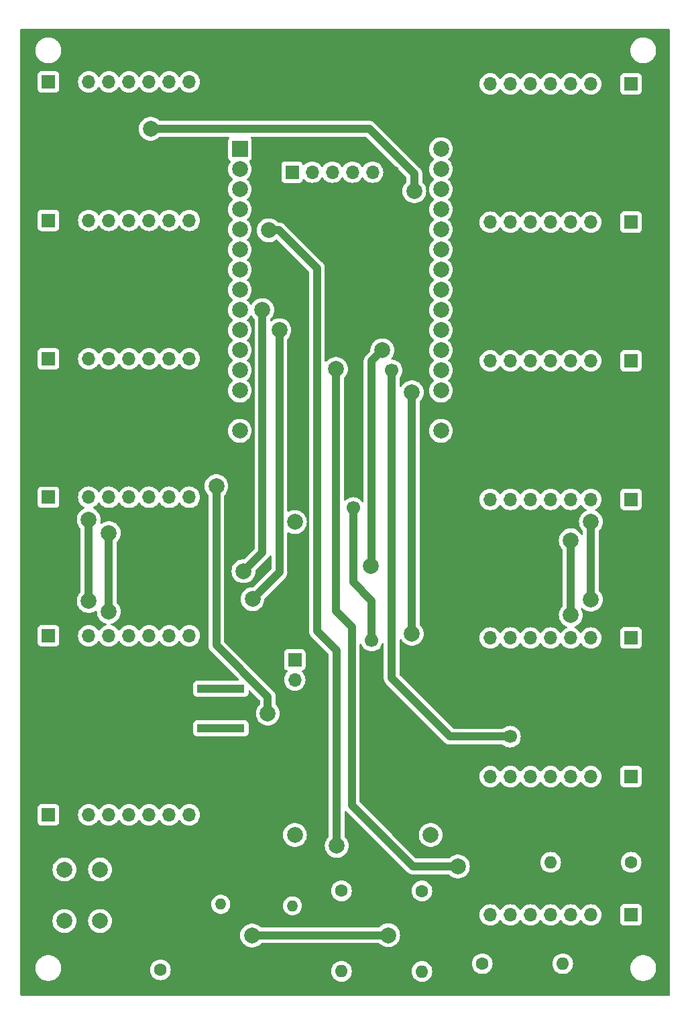
<source format=gbr>
%TF.GenerationSoftware,KiCad,Pcbnew,7.0.8*%
%TF.CreationDate,2023-10-18T13:58:38-03:00*%
%TF.ProjectId,FirstBoard,46697273-7442-46f6-9172-642e6b696361,rev?*%
%TF.SameCoordinates,Original*%
%TF.FileFunction,Copper,L1,Top*%
%TF.FilePolarity,Positive*%
%FSLAX46Y46*%
G04 Gerber Fmt 4.6, Leading zero omitted, Abs format (unit mm)*
G04 Created by KiCad (PCBNEW 7.0.8) date 2023-10-18 13:58:38*
%MOMM*%
%LPD*%
G01*
G04 APERTURE LIST*
%TA.AperFunction,ComponentPad*%
%ADD10R,1.700000X1.700000*%
%TD*%
%TA.AperFunction,ComponentPad*%
%ADD11O,1.700000X1.700000*%
%TD*%
%TA.AperFunction,ComponentPad*%
%ADD12C,1.600000*%
%TD*%
%TA.AperFunction,ComponentPad*%
%ADD13O,1.600000X1.600000*%
%TD*%
%TA.AperFunction,ComponentPad*%
%ADD14R,6.000000X1.000000*%
%TD*%
%TA.AperFunction,ComponentPad*%
%ADD15C,2.000000*%
%TD*%
%TA.AperFunction,ComponentPad*%
%ADD16C,1.400000*%
%TD*%
%TA.AperFunction,ComponentPad*%
%ADD17O,1.400000X1.400000*%
%TD*%
%TA.AperFunction,ComponentPad*%
%ADD18R,2.000000X2.000000*%
%TD*%
%TA.AperFunction,ViaPad*%
%ADD19C,2.000000*%
%TD*%
%TA.AperFunction,ViaPad*%
%ADD20C,1.700000*%
%TD*%
%TA.AperFunction,Conductor*%
%ADD21C,1.000000*%
%TD*%
G04 APERTURE END LIST*
D10*
%TO.P,J2,1,Pin_1*%
%TO.N,3v3*%
X118290000Y-154820000D03*
D11*
%TO.P,J2,2,Pin_2*%
%TO.N,GND*%
X115750000Y-154820000D03*
%TO.P,J2,3,Pin_3*%
%TO.N,SCL*%
X113210000Y-154820000D03*
%TO.P,J2,4,Pin_4*%
%TO.N,SDA*%
X110670000Y-154820000D03*
%TO.P,J2,5,Pin_5*%
%TO.N,unconnected-(J2-Pad5)*%
X108130000Y-154820000D03*
%TO.P,J2,6,Pin_6*%
%TO.N,unconnected-(J2-Pad6)*%
X105590000Y-154820000D03*
%TO.P,J2,7,Pin_7*%
%TO.N,AD0_1*%
X103050000Y-154820000D03*
%TO.P,J2,8,Pin_8*%
%TO.N,unconnected-(J2-Pad8)*%
X100510000Y-154820000D03*
%TD*%
D12*
%TO.P,R2,1*%
%TO.N,Net-(D0-Pad2)*%
X91880000Y-169280000D03*
D13*
%TO.P,R2,2*%
%TO.N,LED_R*%
X91880000Y-179440000D03*
%TD*%
D12*
%TO.P,R3,1*%
%TO.N,Net-(D1-Pad2)*%
X81720000Y-169260000D03*
D13*
%TO.P,R3,2*%
%TO.N,LED_G*%
X81720000Y-179420000D03*
%TD*%
D14*
%TO.P,SW2,1,1*%
%TO.N,BAT+*%
X66480000Y-143733000D03*
%TO.P,SW2,2,2*%
%TO.N,Net-(U2-Pad1)*%
X66480000Y-148730000D03*
%TD*%
D10*
%TO.P,J7,1,Pin_1*%
%TO.N,3v3*%
X118290000Y-67380000D03*
D11*
%TO.P,J7,2,Pin_2*%
%TO.N,GND*%
X115750000Y-67380000D03*
%TO.P,J7,3,Pin_3*%
%TO.N,SCL*%
X113210000Y-67380000D03*
%TO.P,J7,4,Pin_4*%
%TO.N,SDA*%
X110670000Y-67380000D03*
%TO.P,J7,5,Pin_5*%
%TO.N,unconnected-(J7-Pad5)*%
X108130000Y-67380000D03*
%TO.P,J7,6,Pin_6*%
%TO.N,unconnected-(J7-Pad6)*%
X105590000Y-67380000D03*
%TO.P,J7,7,Pin_7*%
%TO.N,AD0_6*%
X103050000Y-67380000D03*
%TO.P,J7,8,Pin_8*%
%TO.N,unconnected-(J7-Pad8)*%
X100510000Y-67380000D03*
%TD*%
D10*
%TO.P,J13,1,Pin_1*%
%TO.N,3v3*%
X44725000Y-159660000D03*
D11*
%TO.P,J13,2,Pin_2*%
%TO.N,GND*%
X47265000Y-159660000D03*
%TO.P,J13,3,Pin_3*%
%TO.N,SCL*%
X49805000Y-159660000D03*
%TO.P,J13,4,Pin_4*%
%TO.N,SDA*%
X52345000Y-159660000D03*
%TO.P,J13,5,Pin_5*%
%TO.N,unconnected-(J13-Pad5)*%
X54885000Y-159660000D03*
%TO.P,J13,6,Pin_6*%
%TO.N,unconnected-(J13-Pad6)*%
X57425000Y-159660000D03*
%TO.P,J13,7,Pin_7*%
%TO.N,AD0_12*%
X59965000Y-159660000D03*
%TO.P,J13,8,Pin_8*%
%TO.N,unconnected-(J13-Pad8)*%
X62505000Y-159660000D03*
%TD*%
D10*
%TO.P,J11,1,Pin_1*%
%TO.N,3v3*%
X44725000Y-119570000D03*
D11*
%TO.P,J11,2,Pin_2*%
%TO.N,GND*%
X47265000Y-119570000D03*
%TO.P,J11,3,Pin_3*%
%TO.N,SCL*%
X49805000Y-119570000D03*
%TO.P,J11,4,Pin_4*%
%TO.N,SDA*%
X52345000Y-119570000D03*
%TO.P,J11,5,Pin_5*%
%TO.N,unconnected-(J11-Pad5)*%
X54885000Y-119570000D03*
%TO.P,J11,6,Pin_6*%
%TO.N,unconnected-(J11-Pad6)*%
X57425000Y-119570000D03*
%TO.P,J11,7,Pin_7*%
%TO.N,AD0_10*%
X59965000Y-119570000D03*
%TO.P,J11,8,Pin_8*%
%TO.N,unconnected-(J11-Pad8)*%
X62505000Y-119570000D03*
%TD*%
D10*
%TO.P,J8,1,Pin_1*%
%TO.N,3v3*%
X44725000Y-67130000D03*
D11*
%TO.P,J8,2,Pin_2*%
%TO.N,GND*%
X47265000Y-67130000D03*
%TO.P,J8,3,Pin_3*%
%TO.N,SCL*%
X49805000Y-67130000D03*
%TO.P,J8,4,Pin_4*%
%TO.N,SDA*%
X52345000Y-67130000D03*
%TO.P,J8,5,Pin_5*%
%TO.N,unconnected-(J8-Pad5)*%
X54885000Y-67130000D03*
%TO.P,J8,6,Pin_6*%
%TO.N,unconnected-(J8-Pad6)*%
X57425000Y-67130000D03*
%TO.P,J8,7,Pin_7*%
%TO.N,AD0_7*%
X59965000Y-67130000D03*
%TO.P,J8,8,Pin_8*%
%TO.N,unconnected-(J8-Pad8)*%
X62505000Y-67130000D03*
%TD*%
D15*
%TO.P,SW1,1,1*%
%TO.N,3v3*%
X46740000Y-173070000D03*
X46740000Y-166570000D03*
%TO.P,SW1,2,2*%
%TO.N,Switch*%
X51240000Y-173070000D03*
X51240000Y-166570000D03*
%TD*%
D10*
%TO.P,J4,1,Pin_1*%
%TO.N,3v3*%
X118290000Y-119840000D03*
D11*
%TO.P,J4,2,Pin_2*%
%TO.N,GND*%
X115750000Y-119840000D03*
%TO.P,J4,3,Pin_3*%
%TO.N,SCL*%
X113210000Y-119840000D03*
%TO.P,J4,4,Pin_4*%
%TO.N,SDA*%
X110670000Y-119840000D03*
%TO.P,J4,5,Pin_5*%
%TO.N,unconnected-(J4-Pad5)*%
X108130000Y-119840000D03*
%TO.P,J4,6,Pin_6*%
%TO.N,unconnected-(J4-Pad6)*%
X105590000Y-119840000D03*
%TO.P,J4,7,Pin_7*%
%TO.N,AD0_3*%
X103050000Y-119840000D03*
%TO.P,J4,8,Pin_8*%
%TO.N,unconnected-(J4-Pad8)*%
X100510000Y-119840000D03*
%TD*%
D10*
%TO.P,J10,1,Pin_1*%
%TO.N,3v3*%
X44725000Y-102090000D03*
D11*
%TO.P,J10,2,Pin_2*%
%TO.N,GND*%
X47265000Y-102090000D03*
%TO.P,J10,3,Pin_3*%
%TO.N,SCL*%
X49805000Y-102090000D03*
%TO.P,J10,4,Pin_4*%
%TO.N,SDA*%
X52345000Y-102090000D03*
%TO.P,J10,5,Pin_5*%
%TO.N,unconnected-(J10-Pad5)*%
X54885000Y-102090000D03*
%TO.P,J10,6,Pin_6*%
%TO.N,unconnected-(J10-Pad6)*%
X57425000Y-102090000D03*
%TO.P,J10,7,Pin_7*%
%TO.N,AD0_9*%
X59965000Y-102090000D03*
%TO.P,J10,8,Pin_8*%
%TO.N,unconnected-(J10-Pad8)*%
X62505000Y-102090000D03*
%TD*%
D12*
%TO.P,R5,1*%
%TO.N,SCL*%
X99500000Y-178460000D03*
D13*
%TO.P,R5,2*%
%TO.N,3v3*%
X109660000Y-178460000D03*
%TD*%
D12*
%TO.P,R1,1*%
%TO.N,Switch*%
X58860000Y-179240000D03*
D13*
%TO.P,R1,2*%
%TO.N,GND*%
X58860000Y-169080000D03*
%TD*%
D10*
%TO.P,J6,1,Pin_1*%
%TO.N,3v3*%
X118290000Y-84840000D03*
D11*
%TO.P,J6,2,Pin_2*%
%TO.N,GND*%
X115750000Y-84840000D03*
%TO.P,J6,3,Pin_3*%
%TO.N,SCL*%
X113210000Y-84840000D03*
%TO.P,J6,4,Pin_4*%
%TO.N,SDA*%
X110670000Y-84840000D03*
%TO.P,J6,5,Pin_5*%
%TO.N,unconnected-(J6-Pad5)*%
X108130000Y-84840000D03*
%TO.P,J6,6,Pin_6*%
%TO.N,unconnected-(J6-Pad6)*%
X105590000Y-84840000D03*
%TO.P,J6,7,Pin_7*%
%TO.N,AD0_5*%
X103050000Y-84840000D03*
%TO.P,J6,8,Pin_8*%
%TO.N,unconnected-(J6-Pad8)*%
X100510000Y-84840000D03*
%TD*%
D10*
%TO.P,J15,1,Pin_1*%
%TO.N,3v3*%
X75478224Y-78520748D03*
D11*
%TO.P,J15,2,Pin_2*%
%TO.N,SS*%
X78018224Y-78520748D03*
%TO.P,J15,3,Pin_3*%
%TO.N,MOSI*%
X80558224Y-78520748D03*
%TO.P,J15,4,Pin_4*%
%TO.N,SCK*%
X83098224Y-78520748D03*
%TO.P,J15,5,Pin_5*%
%TO.N,MISO*%
X85638224Y-78520748D03*
%TO.P,J15,6,Pin_6*%
%TO.N,GND*%
X88178224Y-78520748D03*
%TD*%
D16*
%TO.P,D1,1,K*%
%TO.N,GND*%
X75529442Y-178774385D03*
D17*
%TO.P,D1,2,A*%
%TO.N,Net-(D1-Pad2)*%
X75529442Y-171154385D03*
%TD*%
D10*
%TO.P,J3,1,Pin_1*%
%TO.N,3v3*%
X118290000Y-137340000D03*
D11*
%TO.P,J3,2,Pin_2*%
%TO.N,GND*%
X115750000Y-137340000D03*
%TO.P,J3,3,Pin_3*%
%TO.N,SCL*%
X113210000Y-137340000D03*
%TO.P,J3,4,Pin_4*%
%TO.N,SDA*%
X110670000Y-137340000D03*
%TO.P,J3,5,Pin_5*%
%TO.N,unconnected-(J3-Pad5)*%
X108130000Y-137340000D03*
%TO.P,J3,6,Pin_6*%
%TO.N,unconnected-(J3-Pad6)*%
X105590000Y-137340000D03*
%TO.P,J3,7,Pin_7*%
%TO.N,AD0_2*%
X103050000Y-137340000D03*
%TO.P,J3,8,Pin_8*%
%TO.N,unconnected-(J3-Pad8)*%
X100510000Y-137340000D03*
%TD*%
D12*
%TO.P,R4,1*%
%TO.N,3v3*%
X118300000Y-165660000D03*
D13*
%TO.P,R4,2*%
%TO.N,SDA*%
X108140000Y-165660000D03*
%TD*%
D15*
%TO.P,U2,1,IN+*%
%TO.N,Net-(U2-Pad1)*%
X75840544Y-162200000D03*
%TO.P,U2,2,IN-*%
%TO.N,BAT-*%
X92985544Y-162200000D03*
%TO.P,U2,3,OUT+*%
%TO.N,3v3*%
X75840544Y-122703000D03*
%TO.P,U2,4,OUT-*%
%TO.N,GND*%
X92985544Y-122703000D03*
%TD*%
D10*
%TO.P,J5,1,Pin_1*%
%TO.N,3v3*%
X118290000Y-102340000D03*
D11*
%TO.P,J5,2,Pin_2*%
%TO.N,GND*%
X115750000Y-102340000D03*
%TO.P,J5,3,Pin_3*%
%TO.N,SCL*%
X113210000Y-102340000D03*
%TO.P,J5,4,Pin_4*%
%TO.N,SDA*%
X110670000Y-102340000D03*
%TO.P,J5,5,Pin_5*%
%TO.N,unconnected-(J5-Pad5)*%
X108130000Y-102340000D03*
%TO.P,J5,6,Pin_6*%
%TO.N,unconnected-(J5-Pad6)*%
X105590000Y-102340000D03*
%TO.P,J5,7,Pin_7*%
%TO.N,AD0_4*%
X103050000Y-102340000D03*
%TO.P,J5,8,Pin_8*%
%TO.N,unconnected-(J5-Pad8)*%
X100510000Y-102340000D03*
%TD*%
D18*
%TO.P,U1,1,EN*%
%TO.N,unconnected-(U1-Pad1)*%
X68884800Y-75620200D03*
D15*
%TO.P,U1,2,VP*%
%TO.N,unconnected-(U1-Pad2)*%
X68884800Y-78160200D03*
%TO.P,U1,3,VN*%
%TO.N,unconnected-(U1-Pad3)*%
X68884800Y-80700200D03*
%TO.P,U1,4,D34*%
%TO.N,AD0_7*%
X68884800Y-83240200D03*
%TO.P,U1,5,D35*%
%TO.N,Switch*%
X68884800Y-85780200D03*
%TO.P,U1,6,D32*%
%TO.N,AD0_8*%
X68884800Y-88320200D03*
%TO.P,U1,7,D33*%
%TO.N,AD0_9*%
X68884800Y-90860200D03*
%TO.P,U1,8,D25*%
%TO.N,AD0_10*%
X68884800Y-93400200D03*
%TO.P,U1,9,D26*%
%TO.N,AD0_11*%
X68884800Y-95940200D03*
%TO.P,U1,10,D27*%
%TO.N,AD0_12*%
X68884800Y-98480200D03*
%TO.P,U1,11,D14*%
%TO.N,LED_R*%
X68884800Y-101020200D03*
%TO.P,U1,12,D12*%
%TO.N,LED_G*%
X68884800Y-103560200D03*
%TO.P,U1,13,D13*%
%TO.N,INT*%
X68884800Y-106100200D03*
%TO.P,U1,14,GND*%
%TO.N,GND*%
X68884800Y-108640200D03*
%TO.P,U1,15,VIN*%
%TO.N,unconnected-(U1-Pad15)*%
X68884800Y-111180200D03*
%TO.P,U1,16,3.3V*%
%TO.N,3v3*%
X94284800Y-111180200D03*
%TO.P,U1,17,GND*%
%TO.N,GND*%
X94284800Y-108640200D03*
%TO.P,U1,18,D15*%
%TO.N,AD0_0*%
X94284800Y-106100200D03*
%TO.P,U1,19,D2*%
%TO.N,AD0_1*%
X94284800Y-103560200D03*
%TO.P,U1,20,D4*%
%TO.N,AD0_2*%
X94284800Y-101020200D03*
%TO.P,U1,21,D16*%
%TO.N,AD0_3*%
X94284800Y-98480200D03*
%TO.P,U1,22,D17*%
%TO.N,AD0_4*%
X94284800Y-95940200D03*
%TO.P,U1,23,D5*%
%TO.N,SS*%
X94284800Y-93400200D03*
%TO.P,U1,24,D18-SCK*%
%TO.N,SCK*%
X94284800Y-90860200D03*
%TO.P,U1,25,D19-MISO*%
%TO.N,MISO*%
X94284800Y-88320200D03*
%TO.P,U1,26,D21-SDA*%
%TO.N,SDA*%
X94284800Y-85780200D03*
%TO.P,U1,27,D3*%
%TO.N,AD0_5*%
X94284800Y-83240200D03*
%TO.P,U1,28,D1*%
%TO.N,AD0_6*%
X94284800Y-80700200D03*
%TO.P,U1,29,D22-SCL*%
%TO.N,SCL*%
X94284800Y-78160200D03*
%TO.P,U1,30,D23-MOSI*%
%TO.N,MOSI*%
X94284800Y-75620200D03*
%TD*%
D10*
%TO.P,J0,1,Pin_1*%
%TO.N,BAT-*%
X75820000Y-140085000D03*
D11*
%TO.P,J0,2,Pin_2*%
%TO.N,BAT+*%
X75820000Y-142625000D03*
%TD*%
D10*
%TO.P,J1,1,Pin_1*%
%TO.N,3v3*%
X118290000Y-172300000D03*
D11*
%TO.P,J1,2,Pin_2*%
%TO.N,GND*%
X115750000Y-172300000D03*
%TO.P,J1,3,Pin_3*%
%TO.N,SCL*%
X113210000Y-172300000D03*
%TO.P,J1,4,Pin_4*%
%TO.N,SDA*%
X110670000Y-172300000D03*
%TO.P,J1,5,Pin_5*%
%TO.N,unconnected-(J1-Pad5)*%
X108130000Y-172300000D03*
%TO.P,J1,6,Pin_6*%
%TO.N,unconnected-(J1-Pad6)*%
X105590000Y-172300000D03*
%TO.P,J1,7,Pin_7*%
%TO.N,AD0_0*%
X103050000Y-172300000D03*
%TO.P,J1,8,Pin_8*%
%TO.N,INT*%
X100510000Y-172300000D03*
%TD*%
D10*
%TO.P,J12,1,Pin_1*%
%TO.N,3v3*%
X44725000Y-137050000D03*
D11*
%TO.P,J12,2,Pin_2*%
%TO.N,GND*%
X47265000Y-137050000D03*
%TO.P,J12,3,Pin_3*%
%TO.N,SCL*%
X49805000Y-137050000D03*
%TO.P,J12,4,Pin_4*%
%TO.N,SDA*%
X52345000Y-137050000D03*
%TO.P,J12,5,Pin_5*%
%TO.N,unconnected-(J12-Pad5)*%
X54885000Y-137050000D03*
%TO.P,J12,6,Pin_6*%
%TO.N,unconnected-(J12-Pad6)*%
X57425000Y-137050000D03*
%TO.P,J12,7,Pin_7*%
%TO.N,AD0_11*%
X59965000Y-137050000D03*
%TO.P,J12,8,Pin_8*%
%TO.N,unconnected-(J12-Pad8)*%
X62505000Y-137050000D03*
%TD*%
D10*
%TO.P,J9,1,Pin_1*%
%TO.N,3v3*%
X44725000Y-84610000D03*
D11*
%TO.P,J9,2,Pin_2*%
%TO.N,GND*%
X47265000Y-84610000D03*
%TO.P,J9,3,Pin_3*%
%TO.N,SCL*%
X49805000Y-84610000D03*
%TO.P,J9,4,Pin_4*%
%TO.N,SDA*%
X52345000Y-84610000D03*
%TO.P,J9,5,Pin_5*%
%TO.N,unconnected-(J9-Pad5)*%
X54885000Y-84610000D03*
%TO.P,J9,6,Pin_6*%
%TO.N,unconnected-(J9-Pad6)*%
X57425000Y-84610000D03*
%TO.P,J9,7,Pin_7*%
%TO.N,AD0_8*%
X59965000Y-84610000D03*
%TO.P,J9,8,Pin_8*%
%TO.N,unconnected-(J9-Pad8)*%
X62505000Y-84610000D03*
%TD*%
D16*
%TO.P,D0,1,K*%
%TO.N,GND*%
X66480000Y-178570000D03*
D17*
%TO.P,D0,2,A*%
%TO.N,Net-(D0-Pad2)*%
X66480000Y-170950000D03*
%TD*%
D19*
%TO.N,GND*%
X98370000Y-114160000D03*
X88413456Y-82044151D03*
X68970000Y-114960000D03*
%TO.N,Net-(D0-Pad2)*%
X87620000Y-174860000D03*
X70430000Y-174900000D03*
%TO.N,SDA*%
X52345000Y-134035000D03*
X90920000Y-80920000D03*
X57620000Y-73060000D03*
X110670000Y-134460000D03*
X52345000Y-124100000D03*
X110670000Y-125010000D03*
%TO.N,SCL*%
X113210000Y-122670000D03*
X49805000Y-122375000D03*
X113210000Y-132470000D03*
X49805000Y-132675000D03*
%TO.N,AD0_0*%
X90610000Y-136800000D03*
X90610000Y-106320000D03*
D20*
%TO.N,INT*%
X85530000Y-137670000D03*
X83183835Y-120923835D03*
%TO.N,AD0_1*%
X103012188Y-149797812D03*
X88070000Y-103565571D03*
D19*
%TO.N,AD0_2*%
X85420000Y-128260000D03*
X86880200Y-101020200D03*
%TO.N,AD0_11*%
X69346986Y-128907807D03*
X71737282Y-95940200D03*
%TO.N,AD0_12*%
X70490000Y-132430000D03*
X73880200Y-98480200D03*
%TO.N,LED_R*%
X81020000Y-103360000D03*
X96421712Y-166170444D03*
%TO.N,LED_G*%
X72420000Y-146860000D03*
X65920000Y-118160000D03*
%TO.N,Switch*%
X72520000Y-85860000D03*
X81120000Y-163588576D03*
%TD*%
D21*
%TO.N,Net-(D0-Pad2)*%
X70470000Y-174860000D02*
X87620000Y-174860000D01*
X70430000Y-174900000D02*
X70470000Y-174860000D01*
%TO.N,SDA*%
X90920000Y-80920000D02*
X90920000Y-78760000D01*
X85220000Y-73060000D02*
X57620000Y-73060000D01*
X110670000Y-125010000D02*
X110670000Y-134460000D01*
X52345000Y-134035000D02*
X52345000Y-124100000D01*
X90920000Y-78760000D02*
X85220000Y-73060000D01*
%TO.N,SCL*%
X113210000Y-132470000D02*
X113210000Y-122670000D01*
X49805000Y-122375000D02*
X49805000Y-132675000D01*
%TO.N,AD0_0*%
X90610000Y-136800000D02*
X90610000Y-106320000D01*
%TO.N,INT*%
X83183835Y-130323835D02*
X85530000Y-132670000D01*
X85530000Y-132670000D02*
X85530000Y-137670000D01*
X83183835Y-120923835D02*
X83183835Y-130323835D01*
%TO.N,AD0_1*%
X95455555Y-149797812D02*
X103012188Y-149797812D01*
X88070000Y-103565571D02*
X88070000Y-142412257D01*
X88070000Y-142412257D02*
X95455555Y-149797812D01*
X103012188Y-149797812D02*
X103033368Y-149818991D01*
%TO.N,AD0_2*%
X85530000Y-128150000D02*
X85420000Y-128260000D01*
X85530000Y-102370400D02*
X85530000Y-128150000D01*
X86880200Y-101020200D02*
X85530000Y-102370400D01*
%TO.N,AD0_11*%
X71737282Y-126517511D02*
X71737282Y-95940200D01*
X69346986Y-128907807D02*
X71737282Y-126517511D01*
%TO.N,AD0_12*%
X73880200Y-129039800D02*
X73880200Y-112620200D01*
X70490000Y-132430000D02*
X73880200Y-129039800D01*
X73880200Y-98480200D02*
X73880200Y-129039800D01*
%TO.N,LED_R*%
X81020000Y-133960000D02*
X81020000Y-103360000D01*
X96421712Y-166170444D02*
X90730444Y-166170444D01*
X83020000Y-135960000D02*
X81020000Y-133960000D01*
X83020000Y-158460000D02*
X83020000Y-135960000D01*
X90730444Y-166170444D02*
X83020000Y-158460000D01*
%TO.N,LED_G*%
X72420000Y-144773000D02*
X72420000Y-147160000D01*
X65920000Y-118160000D02*
X65920000Y-138273000D01*
X65920000Y-138273000D02*
X72420000Y-144773000D01*
%TO.N,Switch*%
X81120000Y-163588576D02*
X81120000Y-138960000D01*
X78620000Y-90660000D02*
X73820000Y-85860000D01*
X73820000Y-85860000D02*
X72520000Y-85860000D01*
X78620000Y-136460000D02*
X78620000Y-90660000D01*
X81120000Y-138960000D02*
X78620000Y-136460000D01*
%TD*%
%TA.AperFunction,Conductor*%
%TO.N,GND*%
G36*
X123044294Y-60409926D02*
G01*
X123112401Y-60429968D01*
X123158862Y-60483651D01*
X123170218Y-60535707D01*
X123182626Y-67664626D01*
X123182626Y-182373500D01*
X123162624Y-182441621D01*
X123108968Y-182488114D01*
X123056626Y-182499500D01*
X41306500Y-182499500D01*
X41238379Y-182479498D01*
X41191886Y-182425842D01*
X41180500Y-182373500D01*
X41180500Y-179000000D01*
X43069474Y-179000000D01*
X43077311Y-179099581D01*
X43077505Y-179104526D01*
X43077505Y-179127697D01*
X43081127Y-179150569D01*
X43081708Y-179155481D01*
X43089547Y-179255066D01*
X43112864Y-179352190D01*
X43113829Y-179357041D01*
X43117456Y-179379935D01*
X43124618Y-179401978D01*
X43125960Y-179406735D01*
X43148831Y-179501998D01*
X43149278Y-179503859D01*
X43149278Y-179503861D01*
X43187499Y-179596135D01*
X43189211Y-179600775D01*
X43196374Y-179622818D01*
X43196375Y-179622822D01*
X43206896Y-179643471D01*
X43208967Y-179647963D01*
X43247191Y-179740243D01*
X43247196Y-179740253D01*
X43299375Y-179825400D01*
X43301792Y-179829717D01*
X43312318Y-179850376D01*
X43325949Y-179869136D01*
X43328690Y-179873238D01*
X43357864Y-179920846D01*
X43380874Y-179958395D01*
X43380875Y-179958397D01*
X43380877Y-179958399D01*
X43418427Y-180002365D01*
X43445738Y-180034342D01*
X43448800Y-180038226D01*
X43455652Y-180047657D01*
X43462430Y-180056985D01*
X43478829Y-180073384D01*
X43482172Y-180077000D01*
X43547044Y-180152956D01*
X43623001Y-180217829D01*
X43626613Y-180221168D01*
X43643015Y-180237570D01*
X43661770Y-180251196D01*
X43665644Y-180254249D01*
X43741601Y-180319123D01*
X43826761Y-180371309D01*
X43830861Y-180374048D01*
X43830864Y-180374051D01*
X43830866Y-180374052D01*
X43849624Y-180387681D01*
X43849627Y-180387683D01*
X43870286Y-180398209D01*
X43874604Y-180400627D01*
X43959760Y-180452811D01*
X43993382Y-180466737D01*
X44052053Y-180491039D01*
X44056510Y-180493094D01*
X44077178Y-180503625D01*
X44099246Y-180510795D01*
X44103840Y-180512490D01*
X44196140Y-180550722D01*
X44293281Y-180574043D01*
X44297997Y-180575373D01*
X44320065Y-180582544D01*
X44342964Y-180586170D01*
X44347794Y-180587131D01*
X44427130Y-180606178D01*
X44444921Y-180610450D01*
X44444922Y-180610450D01*
X44444930Y-180610452D01*
X44538658Y-180617828D01*
X44544510Y-180618289D01*
X44549403Y-180618867D01*
X44572307Y-180622495D01*
X44572311Y-180622495D01*
X44595472Y-180622495D01*
X44600417Y-180622689D01*
X44615506Y-180623876D01*
X44700000Y-180630526D01*
X44784493Y-180623876D01*
X44799583Y-180622689D01*
X44804528Y-180622495D01*
X44827693Y-180622495D01*
X44850602Y-180618866D01*
X44855489Y-180618289D01*
X44955070Y-180610452D01*
X45052215Y-180587129D01*
X45057005Y-180586175D01*
X45079935Y-180582544D01*
X45102012Y-180575370D01*
X45106691Y-180574050D01*
X45203860Y-180550722D01*
X45296154Y-180512492D01*
X45300758Y-180510793D01*
X45322822Y-180503625D01*
X45343502Y-180493087D01*
X45347943Y-180491040D01*
X45440243Y-180452809D01*
X45525404Y-180400622D01*
X45529697Y-180398217D01*
X45550373Y-180387683D01*
X45569167Y-180374028D01*
X45573208Y-180371327D01*
X45658399Y-180319123D01*
X45734375Y-180254233D01*
X45738209Y-180251211D01*
X45756985Y-180237570D01*
X45773396Y-180221158D01*
X45776986Y-180217839D01*
X45852956Y-180152956D01*
X45917839Y-180076986D01*
X45921158Y-180073396D01*
X45937570Y-180056985D01*
X45951211Y-180038209D01*
X45954233Y-180034375D01*
X46019123Y-179958399D01*
X46071327Y-179873208D01*
X46074028Y-179869167D01*
X46087683Y-179850373D01*
X46098217Y-179829697D01*
X46100624Y-179825401D01*
X46100625Y-179825400D01*
X46152809Y-179740243D01*
X46191040Y-179647943D01*
X46193087Y-179643502D01*
X46203625Y-179622822D01*
X46210793Y-179600758D01*
X46212492Y-179596154D01*
X46250722Y-179503860D01*
X46274050Y-179406691D01*
X46275370Y-179402012D01*
X46282544Y-179379935D01*
X46286175Y-179357005D01*
X46287129Y-179352215D01*
X46310452Y-179255070D01*
X46311638Y-179240000D01*
X57554532Y-179240000D01*
X57574365Y-179466695D01*
X57633260Y-179686493D01*
X57633262Y-179686498D01*
X57729433Y-179892737D01*
X57859948Y-180079134D01*
X57859957Y-180079144D01*
X58020855Y-180240042D01*
X58020865Y-180240051D01*
X58207262Y-180370566D01*
X58207261Y-180370566D01*
X58243969Y-180387683D01*
X58413504Y-180466739D01*
X58633308Y-180525635D01*
X58860000Y-180545468D01*
X59086692Y-180525635D01*
X59306496Y-180466739D01*
X59512734Y-180370568D01*
X59586206Y-180319123D01*
X59699134Y-180240051D01*
X59699136Y-180240048D01*
X59699139Y-180240047D01*
X59860047Y-180079139D01*
X59864069Y-180073396D01*
X59990566Y-179892737D01*
X59990566Y-179892736D01*
X59990568Y-179892734D01*
X60086739Y-179686496D01*
X60145635Y-179466692D01*
X60149720Y-179420000D01*
X80414532Y-179420000D01*
X80434365Y-179646695D01*
X80493260Y-179866493D01*
X80493262Y-179866498D01*
X80589433Y-180072737D01*
X80719948Y-180259134D01*
X80719957Y-180259144D01*
X80880855Y-180420042D01*
X80880865Y-180420051D01*
X81067262Y-180550566D01*
X81067261Y-180550566D01*
X81110156Y-180570568D01*
X81273504Y-180646739D01*
X81493308Y-180705635D01*
X81720000Y-180725468D01*
X81946692Y-180705635D01*
X82166496Y-180646739D01*
X82372734Y-180550568D01*
X82380699Y-180544991D01*
X82559134Y-180420051D01*
X82559136Y-180420048D01*
X82559139Y-180420047D01*
X82720047Y-180259139D01*
X82723464Y-180254260D01*
X82850566Y-180072737D01*
X82850566Y-180072736D01*
X82850568Y-180072734D01*
X82946739Y-179866496D01*
X83005635Y-179646692D01*
X83023718Y-179440000D01*
X90574532Y-179440000D01*
X90594365Y-179666695D01*
X90653260Y-179886493D01*
X90653262Y-179886498D01*
X90749433Y-180092737D01*
X90879948Y-180279134D01*
X90879957Y-180279144D01*
X91040855Y-180440042D01*
X91040865Y-180440051D01*
X91227262Y-180570566D01*
X91227261Y-180570566D01*
X91300033Y-180604500D01*
X91433504Y-180666739D01*
X91578663Y-180705634D01*
X91652684Y-180725468D01*
X91653308Y-180725635D01*
X91880000Y-180745468D01*
X92106692Y-180725635D01*
X92326496Y-180666739D01*
X92532734Y-180570568D01*
X92561076Y-180550723D01*
X92719134Y-180440051D01*
X92719136Y-180440048D01*
X92719139Y-180440047D01*
X92880047Y-180279139D01*
X92897468Y-180254260D01*
X93010566Y-180092737D01*
X93010566Y-180092736D01*
X93010568Y-180092734D01*
X93106739Y-179886496D01*
X93165635Y-179666692D01*
X93185468Y-179440000D01*
X93165635Y-179213308D01*
X93106739Y-178993504D01*
X93010568Y-178787266D01*
X93010567Y-178787265D01*
X93010566Y-178787262D01*
X92880051Y-178600865D01*
X92880042Y-178600855D01*
X92739187Y-178460000D01*
X98194532Y-178460000D01*
X98214365Y-178686695D01*
X98273260Y-178906493D01*
X98273262Y-178906498D01*
X98369433Y-179112737D01*
X98499948Y-179299134D01*
X98499957Y-179299144D01*
X98660855Y-179460042D01*
X98660865Y-179460051D01*
X98847262Y-179590566D01*
X98847261Y-179590566D01*
X98916426Y-179622818D01*
X99053504Y-179686739D01*
X99273308Y-179745635D01*
X99500000Y-179765468D01*
X99726692Y-179745635D01*
X99946496Y-179686739D01*
X100152734Y-179590568D01*
X100276566Y-179503861D01*
X100339134Y-179460051D01*
X100339136Y-179460048D01*
X100339139Y-179460047D01*
X100500047Y-179299139D01*
X100530905Y-179255070D01*
X100630566Y-179112737D01*
X100630566Y-179112736D01*
X100630568Y-179112734D01*
X100726739Y-178906496D01*
X100785635Y-178686692D01*
X100805468Y-178460000D01*
X108354532Y-178460000D01*
X108374365Y-178686695D01*
X108433260Y-178906493D01*
X108433262Y-178906498D01*
X108529433Y-179112737D01*
X108659948Y-179299134D01*
X108659957Y-179299144D01*
X108820855Y-179460042D01*
X108820865Y-179460051D01*
X109007262Y-179590566D01*
X109007261Y-179590566D01*
X109076426Y-179622818D01*
X109213504Y-179686739D01*
X109433308Y-179745635D01*
X109660000Y-179765468D01*
X109886692Y-179745635D01*
X110106496Y-179686739D01*
X110312734Y-179590568D01*
X110436566Y-179503861D01*
X110499134Y-179460051D01*
X110499136Y-179460048D01*
X110499139Y-179460047D01*
X110660047Y-179299139D01*
X110690905Y-179255070D01*
X110790566Y-179112737D01*
X110790566Y-179112736D01*
X110790568Y-179112734D01*
X110843138Y-178999999D01*
X118189474Y-178999999D01*
X118197311Y-179099581D01*
X118197505Y-179104526D01*
X118197505Y-179127697D01*
X118201127Y-179150569D01*
X118201708Y-179155481D01*
X118209547Y-179255066D01*
X118232864Y-179352190D01*
X118233829Y-179357041D01*
X118237456Y-179379935D01*
X118244618Y-179401978D01*
X118245960Y-179406735D01*
X118268831Y-179501998D01*
X118269278Y-179503859D01*
X118269278Y-179503861D01*
X118307499Y-179596135D01*
X118309211Y-179600775D01*
X118316374Y-179622818D01*
X118316375Y-179622822D01*
X118326896Y-179643471D01*
X118328967Y-179647963D01*
X118367191Y-179740243D01*
X118367196Y-179740253D01*
X118419375Y-179825400D01*
X118421792Y-179829717D01*
X118432318Y-179850376D01*
X118445949Y-179869136D01*
X118448690Y-179873238D01*
X118477864Y-179920846D01*
X118500874Y-179958395D01*
X118500875Y-179958397D01*
X118500877Y-179958399D01*
X118538427Y-180002365D01*
X118565738Y-180034342D01*
X118568800Y-180038226D01*
X118575652Y-180047657D01*
X118582430Y-180056985D01*
X118598829Y-180073384D01*
X118602172Y-180077000D01*
X118667044Y-180152956D01*
X118743001Y-180217829D01*
X118746613Y-180221168D01*
X118763015Y-180237570D01*
X118781770Y-180251196D01*
X118785644Y-180254249D01*
X118861601Y-180319123D01*
X118946761Y-180371309D01*
X118950861Y-180374048D01*
X118950864Y-180374051D01*
X118950866Y-180374052D01*
X118969624Y-180387681D01*
X118969627Y-180387683D01*
X118990286Y-180398209D01*
X118994604Y-180400627D01*
X119079760Y-180452811D01*
X119113382Y-180466737D01*
X119172053Y-180491039D01*
X119176510Y-180493094D01*
X119197178Y-180503625D01*
X119219246Y-180510795D01*
X119223840Y-180512490D01*
X119316140Y-180550722D01*
X119413281Y-180574043D01*
X119417997Y-180575373D01*
X119440065Y-180582544D01*
X119462964Y-180586170D01*
X119467794Y-180587131D01*
X119547130Y-180606178D01*
X119564921Y-180610450D01*
X119564922Y-180610450D01*
X119564930Y-180610452D01*
X119658658Y-180617828D01*
X119664510Y-180618289D01*
X119669403Y-180618867D01*
X119692307Y-180622495D01*
X119692311Y-180622495D01*
X119715472Y-180622495D01*
X119720417Y-180622689D01*
X119735506Y-180623876D01*
X119820000Y-180630526D01*
X119904493Y-180623876D01*
X119919583Y-180622689D01*
X119924528Y-180622495D01*
X119947693Y-180622495D01*
X119970602Y-180618866D01*
X119975489Y-180618289D01*
X120075070Y-180610452D01*
X120172215Y-180587129D01*
X120177005Y-180586175D01*
X120199935Y-180582544D01*
X120222012Y-180575370D01*
X120226691Y-180574050D01*
X120323860Y-180550722D01*
X120416154Y-180512492D01*
X120420758Y-180510793D01*
X120442822Y-180503625D01*
X120463502Y-180493087D01*
X120467943Y-180491040D01*
X120560243Y-180452809D01*
X120645404Y-180400622D01*
X120649697Y-180398217D01*
X120670373Y-180387683D01*
X120689167Y-180374028D01*
X120693208Y-180371327D01*
X120778399Y-180319123D01*
X120854375Y-180254233D01*
X120858209Y-180251211D01*
X120876985Y-180237570D01*
X120893396Y-180221158D01*
X120896986Y-180217839D01*
X120972956Y-180152956D01*
X121037839Y-180076986D01*
X121041158Y-180073396D01*
X121057570Y-180056985D01*
X121071211Y-180038209D01*
X121074233Y-180034375D01*
X121139123Y-179958399D01*
X121191327Y-179873208D01*
X121194028Y-179869167D01*
X121207683Y-179850373D01*
X121218217Y-179829697D01*
X121220624Y-179825401D01*
X121220625Y-179825400D01*
X121272809Y-179740243D01*
X121311040Y-179647943D01*
X121313087Y-179643502D01*
X121323625Y-179622822D01*
X121330793Y-179600758D01*
X121332492Y-179596154D01*
X121370722Y-179503860D01*
X121394050Y-179406691D01*
X121395370Y-179402012D01*
X121402544Y-179379935D01*
X121406175Y-179357005D01*
X121407129Y-179352215D01*
X121430452Y-179255070D01*
X121438290Y-179155481D01*
X121438866Y-179150602D01*
X121442495Y-179127693D01*
X121442788Y-179112737D01*
X121443129Y-179095390D01*
X121443311Y-179091681D01*
X121444845Y-179072178D01*
X121450526Y-179000000D01*
X121443311Y-178908317D01*
X121443129Y-178904608D01*
X121442495Y-178872312D01*
X121442495Y-178872307D01*
X121438867Y-178849406D01*
X121438289Y-178844509D01*
X121434275Y-178793506D01*
X121430452Y-178744930D01*
X121407131Y-178647794D01*
X121406169Y-178642955D01*
X121406168Y-178642946D01*
X121402544Y-178620065D01*
X121395373Y-178597997D01*
X121394043Y-178593281D01*
X121370722Y-178496140D01*
X121332490Y-178403840D01*
X121330795Y-178399246D01*
X121323625Y-178377178D01*
X121313094Y-178356510D01*
X121311033Y-178352039D01*
X121285101Y-178289432D01*
X121272811Y-178259760D01*
X121232060Y-178193261D01*
X121220624Y-178174598D01*
X121218209Y-178170286D01*
X121218208Y-178170285D01*
X121207683Y-178149627D01*
X121207676Y-178149618D01*
X121194052Y-178130866D01*
X121194051Y-178130865D01*
X121194048Y-178130861D01*
X121191309Y-178126761D01*
X121139123Y-178041601D01*
X121074249Y-177965644D01*
X121071196Y-177961770D01*
X121065816Y-177954365D01*
X121057570Y-177943015D01*
X121041168Y-177926613D01*
X121037829Y-177923001D01*
X120972956Y-177847044D01*
X120897000Y-177782172D01*
X120893384Y-177778829D01*
X120876985Y-177762430D01*
X120867657Y-177755652D01*
X120858226Y-177748800D01*
X120854342Y-177745738D01*
X120839725Y-177733254D01*
X120778399Y-177680877D01*
X120778394Y-177680874D01*
X120778395Y-177680874D01*
X120740846Y-177657864D01*
X120693238Y-177628690D01*
X120689136Y-177625949D01*
X120670376Y-177612318D01*
X120649717Y-177601792D01*
X120645400Y-177599375D01*
X120560253Y-177547196D01*
X120560243Y-177547191D01*
X120467963Y-177508967D01*
X120463471Y-177506896D01*
X120442822Y-177496375D01*
X120434286Y-177493601D01*
X120420775Y-177489211D01*
X120416135Y-177487499D01*
X120323860Y-177449278D01*
X120323848Y-177449275D01*
X120226735Y-177425960D01*
X120221978Y-177424618D01*
X120199935Y-177417456D01*
X120177041Y-177413829D01*
X120172190Y-177412864D01*
X120075066Y-177389547D01*
X119975481Y-177381708D01*
X119970569Y-177381127D01*
X119947698Y-177377505D01*
X119947693Y-177377505D01*
X119924528Y-177377505D01*
X119919583Y-177377311D01*
X119820000Y-177369474D01*
X119720417Y-177377311D01*
X119715472Y-177377505D01*
X119692304Y-177377505D01*
X119669418Y-177381128D01*
X119664508Y-177381709D01*
X119564932Y-177389547D01*
X119467797Y-177412866D01*
X119462946Y-177413831D01*
X119440071Y-177417454D01*
X119440062Y-177417456D01*
X119418011Y-177424620D01*
X119413252Y-177425962D01*
X119316149Y-177449275D01*
X119316144Y-177449276D01*
X119223864Y-177487499D01*
X119219224Y-177489211D01*
X119197181Y-177496373D01*
X119197175Y-177496375D01*
X119176530Y-177506895D01*
X119172039Y-177508965D01*
X119079763Y-177547188D01*
X119079749Y-177547195D01*
X118994598Y-177599374D01*
X118990285Y-177601789D01*
X118969631Y-177612314D01*
X118969618Y-177612322D01*
X118950865Y-177625946D01*
X118946754Y-177628693D01*
X118861601Y-177680877D01*
X118785649Y-177745744D01*
X118781767Y-177748805D01*
X118763012Y-177762432D01*
X118763010Y-177762434D01*
X118746622Y-177778820D01*
X118742992Y-177782176D01*
X118667043Y-177847043D01*
X118602176Y-177922992D01*
X118598820Y-177926622D01*
X118582434Y-177943010D01*
X118582432Y-177943012D01*
X118568805Y-177961767D01*
X118565744Y-177965649D01*
X118500877Y-178041601D01*
X118448693Y-178126754D01*
X118445946Y-178130865D01*
X118432322Y-178149618D01*
X118432314Y-178149631D01*
X118421789Y-178170285D01*
X118419374Y-178174598D01*
X118367195Y-178259749D01*
X118367188Y-178259763D01*
X118328965Y-178352039D01*
X118326895Y-178356530D01*
X118316375Y-178377175D01*
X118316373Y-178377181D01*
X118309211Y-178399224D01*
X118307499Y-178403864D01*
X118269276Y-178496144D01*
X118269275Y-178496149D01*
X118245962Y-178593252D01*
X118244620Y-178598011D01*
X118237456Y-178620062D01*
X118237454Y-178620071D01*
X118233831Y-178642946D01*
X118232866Y-178647797D01*
X118209547Y-178744932D01*
X118201709Y-178844508D01*
X118201128Y-178849418D01*
X118197505Y-178872303D01*
X118197505Y-178895472D01*
X118197311Y-178900417D01*
X118189474Y-178999999D01*
X110843138Y-178999999D01*
X110886739Y-178906496D01*
X110945635Y-178686692D01*
X110965468Y-178460000D01*
X110945635Y-178233308D01*
X110886739Y-178013504D01*
X110790568Y-177807266D01*
X110790567Y-177807265D01*
X110790566Y-177807262D01*
X110660051Y-177620865D01*
X110660042Y-177620855D01*
X110499144Y-177459957D01*
X110499134Y-177459948D01*
X110312737Y-177329433D01*
X110312738Y-177329433D01*
X110106498Y-177233262D01*
X110106493Y-177233260D01*
X109886695Y-177174365D01*
X109660000Y-177154532D01*
X109433304Y-177174365D01*
X109213506Y-177233260D01*
X109213501Y-177233262D01*
X109007262Y-177329433D01*
X108820865Y-177459948D01*
X108820855Y-177459957D01*
X108659957Y-177620855D01*
X108659948Y-177620865D01*
X108529433Y-177807262D01*
X108433262Y-178013501D01*
X108433260Y-178013506D01*
X108374365Y-178233304D01*
X108354532Y-178460000D01*
X100805468Y-178460000D01*
X100785635Y-178233308D01*
X100726739Y-178013504D01*
X100630568Y-177807266D01*
X100630567Y-177807265D01*
X100630566Y-177807262D01*
X100500051Y-177620865D01*
X100500042Y-177620855D01*
X100339144Y-177459957D01*
X100339134Y-177459948D01*
X100152737Y-177329433D01*
X100152738Y-177329433D01*
X99946498Y-177233262D01*
X99946493Y-177233260D01*
X99726695Y-177174365D01*
X99500000Y-177154532D01*
X99273304Y-177174365D01*
X99053506Y-177233260D01*
X99053501Y-177233262D01*
X98847262Y-177329433D01*
X98660865Y-177459948D01*
X98660855Y-177459957D01*
X98499957Y-177620855D01*
X98499948Y-177620865D01*
X98369433Y-177807262D01*
X98273262Y-178013501D01*
X98273260Y-178013506D01*
X98214365Y-178233304D01*
X98194532Y-178460000D01*
X92739187Y-178460000D01*
X92719144Y-178439957D01*
X92719134Y-178439948D01*
X92532737Y-178309433D01*
X92532738Y-178309433D01*
X92326498Y-178213262D01*
X92326493Y-178213260D01*
X92106695Y-178154365D01*
X91880000Y-178134532D01*
X91653304Y-178154365D01*
X91433506Y-178213260D01*
X91433501Y-178213262D01*
X91227262Y-178309433D01*
X91040865Y-178439948D01*
X91040855Y-178439957D01*
X90879957Y-178600855D01*
X90879948Y-178600865D01*
X90749433Y-178787262D01*
X90653262Y-178993501D01*
X90653260Y-178993506D01*
X90594365Y-179213304D01*
X90574532Y-179440000D01*
X83023718Y-179440000D01*
X83025468Y-179420000D01*
X83005635Y-179193308D01*
X82946739Y-178973504D01*
X82850568Y-178767266D01*
X82850567Y-178767265D01*
X82850566Y-178767262D01*
X82720051Y-178580865D01*
X82720042Y-178580855D01*
X82559144Y-178419957D01*
X82559134Y-178419948D01*
X82372737Y-178289433D01*
X82372738Y-178289433D01*
X82166498Y-178193262D01*
X82166493Y-178193260D01*
X81946695Y-178134365D01*
X81720000Y-178114532D01*
X81493304Y-178134365D01*
X81273506Y-178193260D01*
X81273501Y-178193262D01*
X81067262Y-178289433D01*
X80880865Y-178419948D01*
X80880855Y-178419957D01*
X80719957Y-178580855D01*
X80719948Y-178580865D01*
X80589433Y-178767262D01*
X80493262Y-178973501D01*
X80493260Y-178973506D01*
X80434365Y-179193304D01*
X80414532Y-179420000D01*
X60149720Y-179420000D01*
X60165468Y-179240000D01*
X60145635Y-179013308D01*
X60086739Y-178793504D01*
X59990568Y-178587266D01*
X59990567Y-178587265D01*
X59990566Y-178587262D01*
X59860051Y-178400865D01*
X59860042Y-178400855D01*
X59699144Y-178239957D01*
X59699134Y-178239948D01*
X59512737Y-178109433D01*
X59512738Y-178109433D01*
X59306498Y-178013262D01*
X59306493Y-178013260D01*
X59086695Y-177954365D01*
X58860000Y-177934532D01*
X58633304Y-177954365D01*
X58413506Y-178013260D01*
X58413501Y-178013262D01*
X58207262Y-178109433D01*
X58020865Y-178239948D01*
X58020855Y-178239957D01*
X57859957Y-178400855D01*
X57859948Y-178400865D01*
X57729433Y-178587262D01*
X57633262Y-178793501D01*
X57633260Y-178793506D01*
X57574365Y-179013304D01*
X57554532Y-179240000D01*
X46311638Y-179240000D01*
X46318290Y-179155481D01*
X46318866Y-179150602D01*
X46322495Y-179127693D01*
X46322788Y-179112737D01*
X46323129Y-179095390D01*
X46323311Y-179091681D01*
X46324845Y-179072178D01*
X46330526Y-179000000D01*
X46323311Y-178908317D01*
X46323129Y-178904608D01*
X46322495Y-178872312D01*
X46322495Y-178872307D01*
X46318867Y-178849406D01*
X46318289Y-178844509D01*
X46314275Y-178793506D01*
X46310452Y-178744930D01*
X46287131Y-178647794D01*
X46286169Y-178642955D01*
X46286168Y-178642946D01*
X46282544Y-178620065D01*
X46275373Y-178597997D01*
X46274043Y-178593281D01*
X46250722Y-178496140D01*
X46212490Y-178403840D01*
X46210795Y-178399246D01*
X46203625Y-178377178D01*
X46193094Y-178356510D01*
X46191033Y-178352039D01*
X46165101Y-178289432D01*
X46152811Y-178259760D01*
X46112060Y-178193261D01*
X46100624Y-178174598D01*
X46098209Y-178170286D01*
X46098208Y-178170285D01*
X46087683Y-178149627D01*
X46087676Y-178149618D01*
X46074052Y-178130866D01*
X46074051Y-178130865D01*
X46074048Y-178130861D01*
X46071309Y-178126761D01*
X46019123Y-178041601D01*
X45954249Y-177965644D01*
X45951196Y-177961770D01*
X45945816Y-177954365D01*
X45937570Y-177943015D01*
X45921168Y-177926613D01*
X45917829Y-177923001D01*
X45852956Y-177847044D01*
X45777000Y-177782172D01*
X45773384Y-177778829D01*
X45756985Y-177762430D01*
X45747657Y-177755652D01*
X45738226Y-177748800D01*
X45734342Y-177745738D01*
X45719725Y-177733254D01*
X45658399Y-177680877D01*
X45658394Y-177680874D01*
X45658395Y-177680874D01*
X45620846Y-177657864D01*
X45573238Y-177628690D01*
X45569136Y-177625949D01*
X45550376Y-177612318D01*
X45529717Y-177601792D01*
X45525400Y-177599375D01*
X45440253Y-177547196D01*
X45440243Y-177547191D01*
X45347963Y-177508967D01*
X45343471Y-177506896D01*
X45322822Y-177496375D01*
X45314286Y-177493601D01*
X45300775Y-177489211D01*
X45296135Y-177487499D01*
X45203860Y-177449278D01*
X45203848Y-177449275D01*
X45106735Y-177425960D01*
X45101978Y-177424618D01*
X45079935Y-177417456D01*
X45057041Y-177413829D01*
X45052190Y-177412864D01*
X44955066Y-177389547D01*
X44855481Y-177381708D01*
X44850569Y-177381127D01*
X44827698Y-177377505D01*
X44827693Y-177377505D01*
X44804528Y-177377505D01*
X44799583Y-177377311D01*
X44700000Y-177369474D01*
X44600417Y-177377311D01*
X44595472Y-177377505D01*
X44572304Y-177377505D01*
X44549418Y-177381128D01*
X44544508Y-177381709D01*
X44444932Y-177389547D01*
X44347797Y-177412866D01*
X44342946Y-177413831D01*
X44320071Y-177417454D01*
X44320062Y-177417456D01*
X44298011Y-177424620D01*
X44293252Y-177425962D01*
X44196149Y-177449275D01*
X44196144Y-177449276D01*
X44103864Y-177487499D01*
X44099224Y-177489211D01*
X44077181Y-177496373D01*
X44077175Y-177496375D01*
X44056530Y-177506895D01*
X44052039Y-177508965D01*
X43959763Y-177547188D01*
X43959749Y-177547195D01*
X43874598Y-177599374D01*
X43870285Y-177601789D01*
X43849631Y-177612314D01*
X43849618Y-177612322D01*
X43830865Y-177625946D01*
X43826754Y-177628693D01*
X43741601Y-177680877D01*
X43665649Y-177745744D01*
X43661767Y-177748805D01*
X43643012Y-177762432D01*
X43643010Y-177762434D01*
X43626622Y-177778820D01*
X43622992Y-177782176D01*
X43547043Y-177847043D01*
X43482176Y-177922992D01*
X43478820Y-177926622D01*
X43462434Y-177943010D01*
X43462432Y-177943012D01*
X43448805Y-177961767D01*
X43445744Y-177965649D01*
X43380877Y-178041601D01*
X43328693Y-178126754D01*
X43325946Y-178130865D01*
X43312322Y-178149618D01*
X43312314Y-178149631D01*
X43301789Y-178170285D01*
X43299374Y-178174598D01*
X43247195Y-178259749D01*
X43247188Y-178259763D01*
X43208965Y-178352039D01*
X43206895Y-178356530D01*
X43196375Y-178377175D01*
X43196373Y-178377181D01*
X43189211Y-178399224D01*
X43187499Y-178403864D01*
X43149276Y-178496144D01*
X43149275Y-178496149D01*
X43125962Y-178593252D01*
X43124620Y-178598011D01*
X43117456Y-178620062D01*
X43117454Y-178620071D01*
X43113831Y-178642946D01*
X43112866Y-178647797D01*
X43089547Y-178744932D01*
X43081709Y-178844508D01*
X43081128Y-178849418D01*
X43077505Y-178872303D01*
X43077505Y-178895472D01*
X43077311Y-178900417D01*
X43069474Y-179000000D01*
X41180500Y-179000000D01*
X41180500Y-174900000D01*
X68924357Y-174900000D01*
X68944893Y-175147828D01*
X69005935Y-175388877D01*
X69005938Y-175388884D01*
X69105826Y-175616606D01*
X69241835Y-175824785D01*
X69410249Y-176007732D01*
X69410253Y-176007735D01*
X69410256Y-176007738D01*
X69555098Y-176120473D01*
X69606490Y-176160473D01*
X69606491Y-176160474D01*
X69825190Y-176278828D01*
X69825192Y-176278829D01*
X69943864Y-176319569D01*
X70060386Y-176359571D01*
X70305665Y-176400500D01*
X70305669Y-176400500D01*
X70554331Y-176400500D01*
X70554335Y-176400500D01*
X70799614Y-176359571D01*
X71034810Y-176278828D01*
X71253509Y-176160474D01*
X71449744Y-176007738D01*
X71547854Y-175901161D01*
X71608705Y-175864592D01*
X71640554Y-175860500D01*
X86446269Y-175860500D01*
X86514390Y-175880502D01*
X86538965Y-175901158D01*
X86600256Y-175967738D01*
X86796490Y-176120473D01*
X86796491Y-176120474D01*
X87015190Y-176238828D01*
X87015192Y-176238829D01*
X87131706Y-176278828D01*
X87250386Y-176319571D01*
X87495665Y-176360500D01*
X87495669Y-176360500D01*
X87744331Y-176360500D01*
X87744335Y-176360500D01*
X87989614Y-176319571D01*
X88224810Y-176238828D01*
X88443509Y-176120474D01*
X88639744Y-175967738D01*
X88720051Y-175880502D01*
X88808164Y-175784785D01*
X88944173Y-175576607D01*
X89044063Y-175348881D01*
X89105108Y-175107821D01*
X89125643Y-174860000D01*
X89105108Y-174612179D01*
X89054193Y-174411122D01*
X89044064Y-174371122D01*
X89044061Y-174371115D01*
X88944173Y-174143393D01*
X88808164Y-173935214D01*
X88639750Y-173752267D01*
X88515628Y-173655659D01*
X88443509Y-173599526D01*
X88443508Y-173599525D01*
X88224809Y-173481171D01*
X88224807Y-173481170D01*
X87989618Y-173400430D01*
X87989609Y-173400428D01*
X87940836Y-173392289D01*
X87744335Y-173359500D01*
X87495665Y-173359500D01*
X87331953Y-173386818D01*
X87250390Y-173400428D01*
X87250381Y-173400430D01*
X87015192Y-173481170D01*
X87015190Y-173481171D01*
X86796491Y-173599525D01*
X86796490Y-173599526D01*
X86724371Y-173655659D01*
X86600256Y-173752262D01*
X86538968Y-173818838D01*
X86478118Y-173855408D01*
X86446269Y-173859500D01*
X71566910Y-173859500D01*
X71498789Y-173839498D01*
X71474208Y-173818837D01*
X71449746Y-173792264D01*
X71449745Y-173792263D01*
X71449744Y-173792262D01*
X71253509Y-173639526D01*
X71253508Y-173639525D01*
X71034809Y-173521171D01*
X71034807Y-173521170D01*
X70799618Y-173440430D01*
X70799609Y-173440428D01*
X70750836Y-173432289D01*
X70554335Y-173399500D01*
X70305665Y-173399500D01*
X70141953Y-173426818D01*
X70060390Y-173440428D01*
X70060381Y-173440430D01*
X69825192Y-173521170D01*
X69825190Y-173521171D01*
X69606491Y-173639525D01*
X69606490Y-173639526D01*
X69410249Y-173792267D01*
X69241835Y-173975214D01*
X69105826Y-174183393D01*
X69005938Y-174411115D01*
X69005935Y-174411122D01*
X68944893Y-174652171D01*
X68944892Y-174652177D01*
X68944892Y-174652179D01*
X68924357Y-174900000D01*
X41180500Y-174900000D01*
X41180500Y-173070000D01*
X45234357Y-173070000D01*
X45249892Y-173257484D01*
X45254893Y-173317828D01*
X45315935Y-173558877D01*
X45315938Y-173558884D01*
X45415826Y-173786606D01*
X45551835Y-173994785D01*
X45720249Y-174177732D01*
X45720254Y-174177736D01*
X45720256Y-174177738D01*
X45727522Y-174183393D01*
X45916490Y-174330473D01*
X45916491Y-174330474D01*
X46135190Y-174448828D01*
X46135192Y-174448829D01*
X46258677Y-174491221D01*
X46370386Y-174529571D01*
X46615665Y-174570500D01*
X46615669Y-174570500D01*
X46864331Y-174570500D01*
X46864335Y-174570500D01*
X47109614Y-174529571D01*
X47344810Y-174448828D01*
X47563509Y-174330474D01*
X47759744Y-174177738D01*
X47928164Y-173994785D01*
X48064173Y-173786607D01*
X48164063Y-173558881D01*
X48225108Y-173317821D01*
X48245643Y-173070000D01*
X49734357Y-173070000D01*
X49749892Y-173257484D01*
X49754893Y-173317828D01*
X49815935Y-173558877D01*
X49815938Y-173558884D01*
X49915826Y-173786606D01*
X50051835Y-173994785D01*
X50220249Y-174177732D01*
X50220254Y-174177736D01*
X50220256Y-174177738D01*
X50227522Y-174183393D01*
X50416490Y-174330473D01*
X50416491Y-174330474D01*
X50635190Y-174448828D01*
X50635192Y-174448829D01*
X50758677Y-174491221D01*
X50870386Y-174529571D01*
X51115665Y-174570500D01*
X51115669Y-174570500D01*
X51364331Y-174570500D01*
X51364335Y-174570500D01*
X51609614Y-174529571D01*
X51844810Y-174448828D01*
X52063509Y-174330474D01*
X52259744Y-174177738D01*
X52428164Y-173994785D01*
X52564173Y-173786607D01*
X52664063Y-173558881D01*
X52725108Y-173317821D01*
X52745643Y-173070000D01*
X52725108Y-172822179D01*
X52664063Y-172581119D01*
X52564173Y-172353393D01*
X52529290Y-172300000D01*
X52428164Y-172145214D01*
X52259750Y-171962267D01*
X52195326Y-171912124D01*
X52063509Y-171809526D01*
X52063508Y-171809525D01*
X51844809Y-171691171D01*
X51844807Y-171691170D01*
X51609618Y-171610430D01*
X51609609Y-171610428D01*
X51560836Y-171602289D01*
X51364335Y-171569500D01*
X51115665Y-171569500D01*
X50951953Y-171596818D01*
X50870390Y-171610428D01*
X50870381Y-171610430D01*
X50635192Y-171691170D01*
X50635190Y-171691171D01*
X50416491Y-171809525D01*
X50416490Y-171809526D01*
X50220249Y-171962267D01*
X50051835Y-172145214D01*
X49915826Y-172353393D01*
X49815938Y-172581115D01*
X49815935Y-172581122D01*
X49754893Y-172822171D01*
X49754892Y-172822177D01*
X49754892Y-172822179D01*
X49734357Y-173070000D01*
X48245643Y-173070000D01*
X48225108Y-172822179D01*
X48164063Y-172581119D01*
X48064173Y-172353393D01*
X48029290Y-172300000D01*
X47928164Y-172145214D01*
X47759750Y-171962267D01*
X47695326Y-171912124D01*
X47563509Y-171809526D01*
X47563508Y-171809525D01*
X47344809Y-171691171D01*
X47344807Y-171691170D01*
X47109618Y-171610430D01*
X47109609Y-171610428D01*
X47060836Y-171602289D01*
X46864335Y-171569500D01*
X46615665Y-171569500D01*
X46451953Y-171596818D01*
X46370390Y-171610428D01*
X46370381Y-171610430D01*
X46135192Y-171691170D01*
X46135190Y-171691171D01*
X45916491Y-171809525D01*
X45916490Y-171809526D01*
X45720249Y-171962267D01*
X45551835Y-172145214D01*
X45415826Y-172353393D01*
X45315938Y-172581115D01*
X45315935Y-172581122D01*
X45254893Y-172822171D01*
X45254892Y-172822177D01*
X45254892Y-172822179D01*
X45234357Y-173070000D01*
X41180500Y-173070000D01*
X41180500Y-170950000D01*
X65274357Y-170950000D01*
X65294885Y-171171539D01*
X65355768Y-171385520D01*
X65355774Y-171385537D01*
X65454938Y-171584684D01*
X65454942Y-171584689D01*
X65589017Y-171762235D01*
X65753438Y-171912124D01*
X65753439Y-171912125D01*
X65942587Y-172029240D01*
X65942590Y-172029241D01*
X65942599Y-172029247D01*
X66032989Y-172064264D01*
X66150053Y-172109616D01*
X66150056Y-172109616D01*
X66150060Y-172109618D01*
X66368757Y-172150500D01*
X66368760Y-172150500D01*
X66591240Y-172150500D01*
X66591243Y-172150500D01*
X66809940Y-172109618D01*
X66809944Y-172109616D01*
X66809946Y-172109616D01*
X66863298Y-172088946D01*
X67017401Y-172029247D01*
X67206562Y-171912124D01*
X67370981Y-171762236D01*
X67505058Y-171584689D01*
X67505059Y-171584685D01*
X67505061Y-171584684D01*
X67604225Y-171385537D01*
X67604226Y-171385533D01*
X67604229Y-171385528D01*
X67665115Y-171171536D01*
X67666704Y-171154385D01*
X74323799Y-171154385D01*
X74344327Y-171375924D01*
X74405210Y-171589904D01*
X74405216Y-171589922D01*
X74504380Y-171789069D01*
X74504384Y-171789074D01*
X74638459Y-171966620D01*
X74802880Y-172116509D01*
X74802881Y-172116510D01*
X74992029Y-172233625D01*
X74992032Y-172233626D01*
X74992041Y-172233632D01*
X75082431Y-172268649D01*
X75199495Y-172314001D01*
X75199498Y-172314001D01*
X75199502Y-172314003D01*
X75418199Y-172354885D01*
X75418202Y-172354885D01*
X75640682Y-172354885D01*
X75640685Y-172354885D01*
X75859382Y-172314003D01*
X75859386Y-172314001D01*
X75859388Y-172314001D01*
X75895526Y-172300000D01*
X99154341Y-172300000D01*
X99174937Y-172535411D01*
X99236096Y-172763661D01*
X99236097Y-172763663D01*
X99335965Y-172977830D01*
X99471505Y-173171401D01*
X99638599Y-173338495D01*
X99832170Y-173474035D01*
X100046337Y-173573903D01*
X100274592Y-173635063D01*
X100510000Y-173655659D01*
X100745408Y-173635063D01*
X100973663Y-173573903D01*
X101187830Y-173474035D01*
X101381401Y-173338495D01*
X101548495Y-173171401D01*
X101676787Y-172988180D01*
X101732244Y-172943853D01*
X101802863Y-172936544D01*
X101866224Y-172968575D01*
X101883212Y-172988180D01*
X102011505Y-173171401D01*
X102178599Y-173338495D01*
X102372170Y-173474035D01*
X102586337Y-173573903D01*
X102814592Y-173635063D01*
X103050000Y-173655659D01*
X103285408Y-173635063D01*
X103513663Y-173573903D01*
X103727830Y-173474035D01*
X103921401Y-173338495D01*
X104088495Y-173171401D01*
X104216787Y-172988180D01*
X104272244Y-172943853D01*
X104342863Y-172936544D01*
X104406224Y-172968575D01*
X104423212Y-172988180D01*
X104551505Y-173171401D01*
X104718599Y-173338495D01*
X104912170Y-173474035D01*
X105126337Y-173573903D01*
X105354592Y-173635063D01*
X105590000Y-173655659D01*
X105825408Y-173635063D01*
X106053663Y-173573903D01*
X106267830Y-173474035D01*
X106461401Y-173338495D01*
X106628495Y-173171401D01*
X106756787Y-172988180D01*
X106812244Y-172943853D01*
X106882863Y-172936544D01*
X106946224Y-172968575D01*
X106963212Y-172988180D01*
X107091505Y-173171401D01*
X107258599Y-173338495D01*
X107452170Y-173474035D01*
X107666337Y-173573903D01*
X107894592Y-173635063D01*
X108130000Y-173655659D01*
X108365408Y-173635063D01*
X108593663Y-173573903D01*
X108807830Y-173474035D01*
X109001401Y-173338495D01*
X109168495Y-173171401D01*
X109296787Y-172988180D01*
X109352244Y-172943853D01*
X109422863Y-172936544D01*
X109486224Y-172968575D01*
X109503212Y-172988180D01*
X109631505Y-173171401D01*
X109798599Y-173338495D01*
X109992170Y-173474035D01*
X110206337Y-173573903D01*
X110434592Y-173635063D01*
X110670000Y-173655659D01*
X110905408Y-173635063D01*
X111133663Y-173573903D01*
X111347830Y-173474035D01*
X111541401Y-173338495D01*
X111708495Y-173171401D01*
X111836787Y-172988180D01*
X111892244Y-172943853D01*
X111962863Y-172936544D01*
X112026224Y-172968575D01*
X112043212Y-172988180D01*
X112171505Y-173171401D01*
X112338599Y-173338495D01*
X112532170Y-173474035D01*
X112746337Y-173573903D01*
X112974592Y-173635063D01*
X113210000Y-173655659D01*
X113445408Y-173635063D01*
X113673663Y-173573903D01*
X113887830Y-173474035D01*
X114081401Y-173338495D01*
X114222032Y-173197864D01*
X116939500Y-173197864D01*
X116939502Y-173197885D01*
X116945908Y-173257480D01*
X116945908Y-173257481D01*
X116996201Y-173392326D01*
X116996203Y-173392329D01*
X116996204Y-173392331D01*
X117002267Y-173400430D01*
X117082453Y-173507546D01*
X117140061Y-173550671D01*
X117197669Y-173593796D01*
X117197671Y-173593796D01*
X117197673Y-173593798D01*
X117258030Y-173616309D01*
X117332514Y-173644090D01*
X117332517Y-173644091D01*
X117392127Y-173650500D01*
X119187872Y-173650499D01*
X119247483Y-173644091D01*
X119382331Y-173593796D01*
X119497546Y-173507546D01*
X119583796Y-173392331D01*
X119634091Y-173257483D01*
X119640500Y-173197873D01*
X119640499Y-171402128D01*
X119634091Y-171342517D01*
X119603876Y-171261505D01*
X119583798Y-171207673D01*
X119583796Y-171207670D01*
X119583796Y-171207669D01*
X119522633Y-171125966D01*
X119497546Y-171092453D01*
X119408906Y-171026098D01*
X119382331Y-171006204D01*
X119382329Y-171006203D01*
X119382326Y-171006201D01*
X119247483Y-170955909D01*
X119247486Y-170955909D01*
X119187873Y-170949500D01*
X117392135Y-170949500D01*
X117392114Y-170949502D01*
X117332519Y-170955908D01*
X117332518Y-170955908D01*
X117197673Y-171006201D01*
X117197670Y-171006203D01*
X117082453Y-171092453D01*
X116996203Y-171207670D01*
X116996201Y-171207673D01*
X116945909Y-171342515D01*
X116939500Y-171402121D01*
X116939500Y-173197864D01*
X114222032Y-173197864D01*
X114248495Y-173171401D01*
X114384035Y-172977830D01*
X114483903Y-172763663D01*
X114545063Y-172535408D01*
X114565659Y-172300000D01*
X114545063Y-172064592D01*
X114483903Y-171836337D01*
X114384035Y-171622171D01*
X114384034Y-171622170D01*
X114384033Y-171622167D01*
X114248501Y-171428607D01*
X114248497Y-171428602D01*
X114248495Y-171428599D01*
X114081401Y-171261505D01*
X113887830Y-171125965D01*
X113673663Y-171026097D01*
X113673661Y-171026096D01*
X113445411Y-170964937D01*
X113210000Y-170944341D01*
X112974588Y-170964937D01*
X112746338Y-171026096D01*
X112746334Y-171026098D01*
X112532167Y-171125966D01*
X112338607Y-171261498D01*
X112338596Y-171261507D01*
X112171507Y-171428596D01*
X112171502Y-171428602D01*
X112043213Y-171611819D01*
X111987756Y-171656147D01*
X111917137Y-171663456D01*
X111853776Y-171631425D01*
X111836787Y-171611819D01*
X111708497Y-171428602D01*
X111708492Y-171428596D01*
X111541403Y-171261507D01*
X111541397Y-171261502D01*
X111347830Y-171125965D01*
X111133665Y-171026098D01*
X111133661Y-171026096D01*
X110905411Y-170964937D01*
X110670000Y-170944341D01*
X110434588Y-170964937D01*
X110206338Y-171026096D01*
X110206334Y-171026098D01*
X109992167Y-171125966D01*
X109798607Y-171261498D01*
X109798596Y-171261507D01*
X109631507Y-171428596D01*
X109631502Y-171428602D01*
X109503213Y-171611819D01*
X109447756Y-171656147D01*
X109377137Y-171663456D01*
X109313776Y-171631425D01*
X109296787Y-171611819D01*
X109168497Y-171428602D01*
X109168492Y-171428596D01*
X109001403Y-171261507D01*
X109001397Y-171261502D01*
X108807830Y-171125965D01*
X108593665Y-171026098D01*
X108593661Y-171026096D01*
X108365411Y-170964937D01*
X108130000Y-170944341D01*
X107894588Y-170964937D01*
X107666338Y-171026096D01*
X107666334Y-171026098D01*
X107452167Y-171125966D01*
X107258607Y-171261498D01*
X107258596Y-171261507D01*
X107091507Y-171428596D01*
X107091502Y-171428602D01*
X106963213Y-171611819D01*
X106907756Y-171656147D01*
X106837137Y-171663456D01*
X106773776Y-171631425D01*
X106756787Y-171611819D01*
X106628497Y-171428602D01*
X106628492Y-171428596D01*
X106461403Y-171261507D01*
X106461397Y-171261502D01*
X106267830Y-171125965D01*
X106053665Y-171026098D01*
X106053661Y-171026096D01*
X105825411Y-170964937D01*
X105590000Y-170944341D01*
X105354588Y-170964937D01*
X105126338Y-171026096D01*
X105126334Y-171026098D01*
X104912167Y-171125966D01*
X104718607Y-171261498D01*
X104718596Y-171261507D01*
X104551507Y-171428596D01*
X104551502Y-171428602D01*
X104423213Y-171611819D01*
X104367756Y-171656147D01*
X104297137Y-171663456D01*
X104233776Y-171631425D01*
X104216787Y-171611819D01*
X104088497Y-171428602D01*
X104088492Y-171428596D01*
X103921403Y-171261507D01*
X103921397Y-171261502D01*
X103727830Y-171125965D01*
X103513665Y-171026098D01*
X103513661Y-171026096D01*
X103285411Y-170964937D01*
X103050000Y-170944341D01*
X102814588Y-170964937D01*
X102586338Y-171026096D01*
X102586334Y-171026098D01*
X102372167Y-171125966D01*
X102178607Y-171261498D01*
X102178596Y-171261507D01*
X102011507Y-171428596D01*
X102011502Y-171428602D01*
X101883213Y-171611819D01*
X101827756Y-171656147D01*
X101757137Y-171663456D01*
X101693776Y-171631425D01*
X101676787Y-171611819D01*
X101548497Y-171428602D01*
X101548492Y-171428596D01*
X101381403Y-171261507D01*
X101381397Y-171261502D01*
X101187830Y-171125965D01*
X100973665Y-171026098D01*
X100973661Y-171026096D01*
X100745411Y-170964937D01*
X100510000Y-170944341D01*
X100274588Y-170964937D01*
X100046338Y-171026096D01*
X100046334Y-171026098D01*
X99832167Y-171125966D01*
X99638607Y-171261498D01*
X99638596Y-171261507D01*
X99471507Y-171428596D01*
X99471498Y-171428607D01*
X99335966Y-171622167D01*
X99236098Y-171836334D01*
X99236096Y-171836338D01*
X99174937Y-172064588D01*
X99154341Y-172300000D01*
X75895526Y-172300000D01*
X75912740Y-172293331D01*
X76066843Y-172233632D01*
X76256004Y-172116509D01*
X76420423Y-171966621D01*
X76554500Y-171789074D01*
X76554501Y-171789070D01*
X76554503Y-171789069D01*
X76653667Y-171589922D01*
X76653674Y-171589904D01*
X76711821Y-171385537D01*
X76714557Y-171375921D01*
X76735085Y-171154385D01*
X76714557Y-170932849D01*
X76653671Y-170718857D01*
X76653669Y-170718853D01*
X76653667Y-170718847D01*
X76554503Y-170519700D01*
X76554499Y-170519695D01*
X76420424Y-170342149D01*
X76256003Y-170192260D01*
X76256002Y-170192259D01*
X76066854Y-170075144D01*
X76066847Y-170075140D01*
X76066843Y-170075138D01*
X76066838Y-170075136D01*
X75859388Y-169994768D01*
X75820414Y-169987482D01*
X75640685Y-169953885D01*
X75418199Y-169953885D01*
X75277116Y-169980258D01*
X75199495Y-169994768D01*
X74992045Y-170075136D01*
X74992029Y-170075144D01*
X74802881Y-170192259D01*
X74802880Y-170192260D01*
X74638459Y-170342149D01*
X74504384Y-170519695D01*
X74504380Y-170519700D01*
X74405216Y-170718847D01*
X74405210Y-170718864D01*
X74344327Y-170932845D01*
X74323799Y-171154385D01*
X67666704Y-171154385D01*
X67685643Y-170950000D01*
X67665115Y-170728464D01*
X67605716Y-170519700D01*
X67604231Y-170514479D01*
X67604225Y-170514462D01*
X67505061Y-170315315D01*
X67505057Y-170315310D01*
X67370982Y-170137764D01*
X67206561Y-169987875D01*
X67206560Y-169987874D01*
X67017412Y-169870759D01*
X67017405Y-169870755D01*
X67017401Y-169870753D01*
X67017396Y-169870751D01*
X66809946Y-169790383D01*
X66770972Y-169783097D01*
X66591243Y-169749500D01*
X66368757Y-169749500D01*
X66227674Y-169775873D01*
X66150053Y-169790383D01*
X65942603Y-169870751D01*
X65942587Y-169870759D01*
X65753439Y-169987874D01*
X65753438Y-169987875D01*
X65589017Y-170137764D01*
X65454942Y-170315310D01*
X65454938Y-170315315D01*
X65355774Y-170514462D01*
X65355768Y-170514479D01*
X65294885Y-170728460D01*
X65274357Y-170950000D01*
X41180500Y-170950000D01*
X41180500Y-169260000D01*
X80414532Y-169260000D01*
X80434365Y-169486695D01*
X80493260Y-169706493D01*
X80493262Y-169706498D01*
X80589433Y-169912737D01*
X80719948Y-170099134D01*
X80719957Y-170099144D01*
X80880855Y-170260042D01*
X80880865Y-170260051D01*
X81067262Y-170390566D01*
X81067261Y-170390566D01*
X81110156Y-170410568D01*
X81273504Y-170486739D01*
X81493308Y-170545635D01*
X81720000Y-170565468D01*
X81946692Y-170545635D01*
X82166496Y-170486739D01*
X82372734Y-170390568D01*
X82441884Y-170342149D01*
X82559134Y-170260051D01*
X82559136Y-170260048D01*
X82559139Y-170260047D01*
X82720047Y-170099139D01*
X82736849Y-170075144D01*
X82850566Y-169912737D01*
X82850566Y-169912736D01*
X82850568Y-169912734D01*
X82946739Y-169706496D01*
X83005635Y-169486692D01*
X83023718Y-169280000D01*
X90574532Y-169280000D01*
X90594365Y-169506695D01*
X90653260Y-169726493D01*
X90653262Y-169726498D01*
X90749433Y-169932737D01*
X90879948Y-170119134D01*
X90879957Y-170119144D01*
X91040855Y-170280042D01*
X91040865Y-170280051D01*
X91227262Y-170410566D01*
X91227261Y-170410566D01*
X91300580Y-170444755D01*
X91433504Y-170506739D01*
X91578663Y-170545634D01*
X91652684Y-170565468D01*
X91653308Y-170565635D01*
X91880000Y-170585468D01*
X92106692Y-170565635D01*
X92326496Y-170506739D01*
X92532734Y-170410568D01*
X92561300Y-170390566D01*
X92719134Y-170280051D01*
X92719136Y-170280048D01*
X92719139Y-170280047D01*
X92880047Y-170119139D01*
X92910853Y-170075144D01*
X93010566Y-169932737D01*
X93010566Y-169932736D01*
X93010568Y-169932734D01*
X93106739Y-169726496D01*
X93165635Y-169506692D01*
X93185468Y-169280000D01*
X93165635Y-169053308D01*
X93106739Y-168833504D01*
X93010568Y-168627266D01*
X93010567Y-168627265D01*
X93010566Y-168627262D01*
X92880051Y-168440865D01*
X92880042Y-168440855D01*
X92719144Y-168279957D01*
X92719134Y-168279948D01*
X92532737Y-168149433D01*
X92532738Y-168149433D01*
X92326498Y-168053262D01*
X92326493Y-168053260D01*
X92106695Y-167994365D01*
X91880000Y-167974532D01*
X91653304Y-167994365D01*
X91433506Y-168053260D01*
X91433501Y-168053262D01*
X91227262Y-168149433D01*
X91040865Y-168279948D01*
X91040855Y-168279957D01*
X90879957Y-168440855D01*
X90879948Y-168440865D01*
X90749433Y-168627262D01*
X90653262Y-168833501D01*
X90653260Y-168833506D01*
X90594365Y-169053304D01*
X90574532Y-169280000D01*
X83023718Y-169280000D01*
X83025468Y-169260000D01*
X83005635Y-169033308D01*
X82946739Y-168813504D01*
X82850568Y-168607266D01*
X82850567Y-168607265D01*
X82850566Y-168607262D01*
X82720051Y-168420865D01*
X82720042Y-168420855D01*
X82559144Y-168259957D01*
X82559134Y-168259948D01*
X82372737Y-168129433D01*
X82372738Y-168129433D01*
X82166498Y-168033262D01*
X82166493Y-168033260D01*
X81946695Y-167974365D01*
X81720000Y-167954532D01*
X81493304Y-167974365D01*
X81273506Y-168033260D01*
X81273501Y-168033262D01*
X81067262Y-168129433D01*
X80880865Y-168259948D01*
X80880855Y-168259957D01*
X80719957Y-168420855D01*
X80719948Y-168420865D01*
X80589433Y-168607262D01*
X80493262Y-168813501D01*
X80493260Y-168813506D01*
X80434365Y-169033304D01*
X80414532Y-169260000D01*
X41180500Y-169260000D01*
X41180500Y-166570000D01*
X45234357Y-166570000D01*
X45241818Y-166660047D01*
X45254893Y-166817828D01*
X45315935Y-167058877D01*
X45315938Y-167058884D01*
X45415826Y-167286606D01*
X45551835Y-167494785D01*
X45720249Y-167677732D01*
X45720254Y-167677736D01*
X45720256Y-167677738D01*
X45916490Y-167830473D01*
X45916491Y-167830474D01*
X46135190Y-167948828D01*
X46135192Y-167948829D01*
X46210063Y-167974532D01*
X46370386Y-168029571D01*
X46615665Y-168070500D01*
X46615669Y-168070500D01*
X46864331Y-168070500D01*
X46864335Y-168070500D01*
X47109614Y-168029571D01*
X47344810Y-167948828D01*
X47563509Y-167830474D01*
X47759744Y-167677738D01*
X47765999Y-167670944D01*
X47928164Y-167494785D01*
X47969891Y-167430917D01*
X48064173Y-167286607D01*
X48164063Y-167058881D01*
X48225108Y-166817821D01*
X48245643Y-166570000D01*
X49734357Y-166570000D01*
X49741818Y-166660047D01*
X49754893Y-166817828D01*
X49815935Y-167058877D01*
X49815938Y-167058884D01*
X49915826Y-167286606D01*
X50051835Y-167494785D01*
X50220249Y-167677732D01*
X50220254Y-167677736D01*
X50220256Y-167677738D01*
X50416490Y-167830473D01*
X50416491Y-167830474D01*
X50635190Y-167948828D01*
X50635192Y-167948829D01*
X50710063Y-167974532D01*
X50870386Y-168029571D01*
X51115665Y-168070500D01*
X51115669Y-168070500D01*
X51364331Y-168070500D01*
X51364335Y-168070500D01*
X51609614Y-168029571D01*
X51844810Y-167948828D01*
X52063509Y-167830474D01*
X52259744Y-167677738D01*
X52265999Y-167670944D01*
X52428164Y-167494785D01*
X52469891Y-167430917D01*
X52564173Y-167286607D01*
X52664063Y-167058881D01*
X52725108Y-166817821D01*
X52745643Y-166570000D01*
X52725108Y-166322179D01*
X52670490Y-166106498D01*
X52664064Y-166081122D01*
X52664061Y-166081115D01*
X52564173Y-165853393D01*
X52428164Y-165645214D01*
X52259750Y-165462267D01*
X52248919Y-165453837D01*
X52063509Y-165309526D01*
X52063508Y-165309525D01*
X51844809Y-165191171D01*
X51844807Y-165191170D01*
X51609618Y-165110430D01*
X51609609Y-165110428D01*
X51560836Y-165102289D01*
X51364335Y-165069500D01*
X51115665Y-165069500D01*
X50951953Y-165096818D01*
X50870390Y-165110428D01*
X50870381Y-165110430D01*
X50635192Y-165191170D01*
X50635190Y-165191171D01*
X50416491Y-165309525D01*
X50416490Y-165309526D01*
X50220249Y-165462267D01*
X50051835Y-165645214D01*
X49915826Y-165853393D01*
X49815938Y-166081115D01*
X49815935Y-166081122D01*
X49754893Y-166322171D01*
X49754892Y-166322177D01*
X49754892Y-166322179D01*
X49734357Y-166570000D01*
X48245643Y-166570000D01*
X48225108Y-166322179D01*
X48170490Y-166106498D01*
X48164064Y-166081122D01*
X48164061Y-166081115D01*
X48064173Y-165853393D01*
X47928164Y-165645214D01*
X47759750Y-165462267D01*
X47748919Y-165453837D01*
X47563509Y-165309526D01*
X47563508Y-165309525D01*
X47344809Y-165191171D01*
X47344807Y-165191170D01*
X47109618Y-165110430D01*
X47109609Y-165110428D01*
X47060836Y-165102289D01*
X46864335Y-165069500D01*
X46615665Y-165069500D01*
X46451953Y-165096818D01*
X46370390Y-165110428D01*
X46370381Y-165110430D01*
X46135192Y-165191170D01*
X46135190Y-165191171D01*
X45916491Y-165309525D01*
X45916490Y-165309526D01*
X45720249Y-165462267D01*
X45551835Y-165645214D01*
X45415826Y-165853393D01*
X45315938Y-166081115D01*
X45315935Y-166081122D01*
X45254893Y-166322171D01*
X45254892Y-166322177D01*
X45254892Y-166322179D01*
X45234357Y-166570000D01*
X41180500Y-166570000D01*
X41180500Y-162200000D01*
X74334901Y-162200000D01*
X74354161Y-162432440D01*
X74355437Y-162447828D01*
X74416479Y-162688877D01*
X74416482Y-162688884D01*
X74516370Y-162916606D01*
X74652379Y-163124785D01*
X74820793Y-163307732D01*
X74820798Y-163307736D01*
X74820800Y-163307738D01*
X75017034Y-163460473D01*
X75017035Y-163460474D01*
X75235734Y-163578828D01*
X75235736Y-163578829D01*
X75359221Y-163621221D01*
X75470930Y-163659571D01*
X75716209Y-163700500D01*
X75716213Y-163700500D01*
X75964875Y-163700500D01*
X75964879Y-163700500D01*
X76210158Y-163659571D01*
X76445354Y-163578828D01*
X76664053Y-163460474D01*
X76860288Y-163307738D01*
X77028708Y-163124785D01*
X77164717Y-162916607D01*
X77264607Y-162688881D01*
X77325652Y-162447821D01*
X77346187Y-162200000D01*
X77325652Y-161952179D01*
X77264607Y-161711119D01*
X77164717Y-161483393D01*
X77028708Y-161275214D01*
X76860294Y-161092267D01*
X76761868Y-161015659D01*
X76664053Y-160939526D01*
X76664052Y-160939525D01*
X76445353Y-160821171D01*
X76445351Y-160821170D01*
X76210162Y-160740430D01*
X76210153Y-160740428D01*
X76161380Y-160732289D01*
X75964879Y-160699500D01*
X75716209Y-160699500D01*
X75552497Y-160726818D01*
X75470934Y-160740428D01*
X75470925Y-160740430D01*
X75235736Y-160821170D01*
X75235734Y-160821171D01*
X75017035Y-160939525D01*
X75017034Y-160939526D01*
X74820793Y-161092267D01*
X74652379Y-161275214D01*
X74516370Y-161483393D01*
X74416482Y-161711115D01*
X74416479Y-161711122D01*
X74355437Y-161952171D01*
X74355436Y-161952177D01*
X74355436Y-161952179D01*
X74334901Y-162200000D01*
X41180500Y-162200000D01*
X41180500Y-160557864D01*
X43374500Y-160557864D01*
X43374502Y-160557885D01*
X43380908Y-160617480D01*
X43380908Y-160617481D01*
X43431201Y-160752326D01*
X43431203Y-160752329D01*
X43517453Y-160867546D01*
X43575061Y-160910671D01*
X43632669Y-160953796D01*
X43632671Y-160953796D01*
X43632673Y-160953798D01*
X43693030Y-160976309D01*
X43767514Y-161004090D01*
X43767517Y-161004091D01*
X43827127Y-161010500D01*
X45622872Y-161010499D01*
X45682483Y-161004091D01*
X45817331Y-160953796D01*
X45932546Y-160867546D01*
X46018796Y-160752331D01*
X46069091Y-160617483D01*
X46075500Y-160557873D01*
X46075499Y-159660000D01*
X48449341Y-159660000D01*
X48469937Y-159895411D01*
X48531096Y-160123661D01*
X48531097Y-160123663D01*
X48630965Y-160337830D01*
X48766505Y-160531401D01*
X48933599Y-160698495D01*
X49127170Y-160834035D01*
X49341337Y-160933903D01*
X49569592Y-160995063D01*
X49805000Y-161015659D01*
X50040408Y-160995063D01*
X50268663Y-160933903D01*
X50482830Y-160834035D01*
X50676401Y-160698495D01*
X50843495Y-160531401D01*
X50971787Y-160348180D01*
X51027244Y-160303853D01*
X51097863Y-160296544D01*
X51161224Y-160328575D01*
X51178212Y-160348180D01*
X51306505Y-160531401D01*
X51473599Y-160698495D01*
X51667170Y-160834035D01*
X51881337Y-160933903D01*
X52109592Y-160995063D01*
X52345000Y-161015659D01*
X52580408Y-160995063D01*
X52808663Y-160933903D01*
X53022830Y-160834035D01*
X53216401Y-160698495D01*
X53383495Y-160531401D01*
X53511787Y-160348180D01*
X53567244Y-160303853D01*
X53637863Y-160296544D01*
X53701224Y-160328575D01*
X53718212Y-160348180D01*
X53846505Y-160531401D01*
X54013599Y-160698495D01*
X54207170Y-160834035D01*
X54421337Y-160933903D01*
X54649592Y-160995063D01*
X54885000Y-161015659D01*
X55120408Y-160995063D01*
X55348663Y-160933903D01*
X55562830Y-160834035D01*
X55756401Y-160698495D01*
X55923495Y-160531401D01*
X56051787Y-160348180D01*
X56107244Y-160303853D01*
X56177863Y-160296544D01*
X56241224Y-160328575D01*
X56258212Y-160348180D01*
X56386505Y-160531401D01*
X56553599Y-160698495D01*
X56747170Y-160834035D01*
X56961337Y-160933903D01*
X57189592Y-160995063D01*
X57425000Y-161015659D01*
X57660408Y-160995063D01*
X57888663Y-160933903D01*
X58102830Y-160834035D01*
X58296401Y-160698495D01*
X58463495Y-160531401D01*
X58591787Y-160348180D01*
X58647244Y-160303853D01*
X58717863Y-160296544D01*
X58781224Y-160328575D01*
X58798212Y-160348180D01*
X58926505Y-160531401D01*
X59093599Y-160698495D01*
X59287170Y-160834035D01*
X59501337Y-160933903D01*
X59729592Y-160995063D01*
X59965000Y-161015659D01*
X60200408Y-160995063D01*
X60428663Y-160933903D01*
X60642830Y-160834035D01*
X60836401Y-160698495D01*
X61003495Y-160531401D01*
X61131787Y-160348180D01*
X61187244Y-160303853D01*
X61257863Y-160296544D01*
X61321224Y-160328575D01*
X61338212Y-160348180D01*
X61466505Y-160531401D01*
X61633599Y-160698495D01*
X61827170Y-160834035D01*
X62041337Y-160933903D01*
X62269592Y-160995063D01*
X62505000Y-161015659D01*
X62740408Y-160995063D01*
X62968663Y-160933903D01*
X63182830Y-160834035D01*
X63376401Y-160698495D01*
X63543495Y-160531401D01*
X63679035Y-160337830D01*
X63778903Y-160123663D01*
X63840063Y-159895408D01*
X63860659Y-159660000D01*
X63840063Y-159424592D01*
X63778903Y-159196337D01*
X63679035Y-158982171D01*
X63679034Y-158982170D01*
X63679033Y-158982167D01*
X63543501Y-158788607D01*
X63543497Y-158788602D01*
X63543495Y-158788599D01*
X63376401Y-158621505D01*
X63182830Y-158485965D01*
X62968663Y-158386097D01*
X62968661Y-158386096D01*
X62740411Y-158324937D01*
X62505000Y-158304341D01*
X62269588Y-158324937D01*
X62041338Y-158386096D01*
X62041334Y-158386098D01*
X61827167Y-158485966D01*
X61633607Y-158621498D01*
X61633596Y-158621507D01*
X61466507Y-158788596D01*
X61466502Y-158788602D01*
X61338213Y-158971819D01*
X61282756Y-159016147D01*
X61212137Y-159023456D01*
X61148776Y-158991425D01*
X61131787Y-158971819D01*
X61003497Y-158788602D01*
X61003492Y-158788596D01*
X60836403Y-158621507D01*
X60836397Y-158621502D01*
X60642830Y-158485965D01*
X60428665Y-158386098D01*
X60428661Y-158386096D01*
X60200411Y-158324937D01*
X59965000Y-158304341D01*
X59729588Y-158324937D01*
X59501338Y-158386096D01*
X59501334Y-158386098D01*
X59287167Y-158485966D01*
X59093607Y-158621498D01*
X59093596Y-158621507D01*
X58926507Y-158788596D01*
X58926502Y-158788602D01*
X58798213Y-158971819D01*
X58742756Y-159016147D01*
X58672137Y-159023456D01*
X58608776Y-158991425D01*
X58591787Y-158971819D01*
X58463497Y-158788602D01*
X58463492Y-158788596D01*
X58296403Y-158621507D01*
X58296397Y-158621502D01*
X58102830Y-158485965D01*
X57888665Y-158386098D01*
X57888661Y-158386096D01*
X57660411Y-158324937D01*
X57425000Y-158304341D01*
X57189588Y-158324937D01*
X56961338Y-158386096D01*
X56961334Y-158386098D01*
X56747167Y-158485966D01*
X56553607Y-158621498D01*
X56553596Y-158621507D01*
X56386507Y-158788596D01*
X56386502Y-158788602D01*
X56258213Y-158971819D01*
X56202756Y-159016147D01*
X56132137Y-159023456D01*
X56068776Y-158991425D01*
X56051787Y-158971819D01*
X55923497Y-158788602D01*
X55923492Y-158788596D01*
X55756403Y-158621507D01*
X55756397Y-158621502D01*
X55562830Y-158485965D01*
X55348665Y-158386098D01*
X55348661Y-158386096D01*
X55120411Y-158324937D01*
X54885000Y-158304341D01*
X54649588Y-158324937D01*
X54421338Y-158386096D01*
X54421334Y-158386098D01*
X54207167Y-158485966D01*
X54013607Y-158621498D01*
X54013596Y-158621507D01*
X53846507Y-158788596D01*
X53846502Y-158788602D01*
X53718213Y-158971819D01*
X53662756Y-159016147D01*
X53592137Y-159023456D01*
X53528776Y-158991425D01*
X53511787Y-158971819D01*
X53383497Y-158788602D01*
X53383492Y-158788596D01*
X53216403Y-158621507D01*
X53216397Y-158621502D01*
X53022830Y-158485965D01*
X52808665Y-158386098D01*
X52808661Y-158386096D01*
X52580411Y-158324937D01*
X52345000Y-158304341D01*
X52109588Y-158324937D01*
X51881338Y-158386096D01*
X51881334Y-158386098D01*
X51667167Y-158485966D01*
X51473607Y-158621498D01*
X51473596Y-158621507D01*
X51306507Y-158788596D01*
X51306502Y-158788602D01*
X51178213Y-158971819D01*
X51122756Y-159016147D01*
X51052137Y-159023456D01*
X50988776Y-158991425D01*
X50971787Y-158971819D01*
X50843497Y-158788602D01*
X50843492Y-158788596D01*
X50676403Y-158621507D01*
X50676397Y-158621502D01*
X50482830Y-158485965D01*
X50268665Y-158386098D01*
X50268661Y-158386096D01*
X50040411Y-158324937D01*
X49805000Y-158304341D01*
X49569588Y-158324937D01*
X49341338Y-158386096D01*
X49341334Y-158386098D01*
X49127167Y-158485966D01*
X48933607Y-158621498D01*
X48933596Y-158621507D01*
X48766507Y-158788596D01*
X48766498Y-158788607D01*
X48630966Y-158982167D01*
X48531098Y-159196334D01*
X48531096Y-159196338D01*
X48469937Y-159424588D01*
X48449341Y-159660000D01*
X46075499Y-159660000D01*
X46075499Y-158762128D01*
X46069091Y-158702517D01*
X46038876Y-158621505D01*
X46018798Y-158567673D01*
X46018796Y-158567670D01*
X46018796Y-158567669D01*
X45957633Y-158485966D01*
X45932546Y-158452453D01*
X45843906Y-158386098D01*
X45817331Y-158366204D01*
X45817329Y-158366203D01*
X45817326Y-158366201D01*
X45682483Y-158315909D01*
X45682486Y-158315909D01*
X45622873Y-158309500D01*
X43827135Y-158309500D01*
X43827114Y-158309502D01*
X43767519Y-158315908D01*
X43767518Y-158315908D01*
X43632673Y-158366201D01*
X43632670Y-158366203D01*
X43517453Y-158452453D01*
X43431203Y-158567670D01*
X43431201Y-158567673D01*
X43380909Y-158702515D01*
X43374500Y-158762121D01*
X43374500Y-160557864D01*
X41180500Y-160557864D01*
X41180500Y-149277864D01*
X62979500Y-149277864D01*
X62979502Y-149277885D01*
X62985908Y-149337480D01*
X62985908Y-149337481D01*
X63036201Y-149472326D01*
X63036203Y-149472329D01*
X63122453Y-149587546D01*
X63180061Y-149630671D01*
X63237669Y-149673796D01*
X63237671Y-149673796D01*
X63237673Y-149673798D01*
X63298030Y-149696309D01*
X63372514Y-149724090D01*
X63372517Y-149724091D01*
X63432127Y-149730500D01*
X69527872Y-149730499D01*
X69587483Y-149724091D01*
X69722331Y-149673796D01*
X69837546Y-149587546D01*
X69923796Y-149472331D01*
X69974091Y-149337483D01*
X69980500Y-149277873D01*
X69980499Y-148182128D01*
X69974091Y-148122517D01*
X69952800Y-148065435D01*
X69923798Y-147987673D01*
X69923796Y-147987670D01*
X69923796Y-147987669D01*
X69880671Y-147930061D01*
X69837546Y-147872453D01*
X69760591Y-147814845D01*
X69722331Y-147786204D01*
X69722329Y-147786203D01*
X69722326Y-147786201D01*
X69587483Y-147735909D01*
X69587486Y-147735909D01*
X69527873Y-147729500D01*
X63432135Y-147729500D01*
X63432114Y-147729502D01*
X63372519Y-147735908D01*
X63372518Y-147735908D01*
X63237673Y-147786201D01*
X63237670Y-147786203D01*
X63122453Y-147872453D01*
X63036203Y-147987670D01*
X63036201Y-147987673D01*
X62985909Y-148122515D01*
X62979500Y-148182121D01*
X62979500Y-149277864D01*
X41180500Y-149277864D01*
X41180500Y-144280864D01*
X62979500Y-144280864D01*
X62979502Y-144280885D01*
X62985908Y-144340480D01*
X62985908Y-144340481D01*
X63036201Y-144475326D01*
X63036203Y-144475329D01*
X63122453Y-144590546D01*
X63177224Y-144631547D01*
X63237669Y-144676796D01*
X63237671Y-144676796D01*
X63237673Y-144676798D01*
X63298030Y-144699309D01*
X63372514Y-144727090D01*
X63372517Y-144727091D01*
X63432127Y-144733500D01*
X69527872Y-144733499D01*
X69587483Y-144727091D01*
X69722331Y-144676796D01*
X69837546Y-144590546D01*
X69923796Y-144475331D01*
X69974091Y-144340483D01*
X69980500Y-144280873D01*
X69980499Y-144052608D01*
X70000501Y-143984489D01*
X70054156Y-143937996D01*
X70124430Y-143927891D01*
X70189011Y-143957384D01*
X70195594Y-143963514D01*
X71382595Y-145150515D01*
X71416621Y-145212827D01*
X71419500Y-145239610D01*
X71419500Y-145682192D01*
X71399498Y-145750313D01*
X71386201Y-145767529D01*
X71231835Y-145935214D01*
X71095826Y-146143393D01*
X70995938Y-146371115D01*
X70995935Y-146371122D01*
X70934893Y-146612171D01*
X70914357Y-146860000D01*
X70934893Y-147107828D01*
X70995935Y-147348877D01*
X70995938Y-147348884D01*
X71095826Y-147576606D01*
X71231835Y-147784785D01*
X71400249Y-147967732D01*
X71400254Y-147967736D01*
X71400256Y-147967738D01*
X71596490Y-148120473D01*
X71596491Y-148120474D01*
X71815190Y-148238828D01*
X71815192Y-148238829D01*
X71938677Y-148281221D01*
X72050386Y-148319571D01*
X72295665Y-148360500D01*
X72295669Y-148360500D01*
X72544331Y-148360500D01*
X72544335Y-148360500D01*
X72789614Y-148319571D01*
X73024810Y-148238828D01*
X73243509Y-148120474D01*
X73439744Y-147967738D01*
X73608164Y-147784785D01*
X73744173Y-147576607D01*
X73844063Y-147348881D01*
X73905108Y-147107821D01*
X73925643Y-146860000D01*
X73905108Y-146612179D01*
X73844063Y-146371119D01*
X73744173Y-146143393D01*
X73608164Y-145935214D01*
X73453799Y-145767529D01*
X73422378Y-145703864D01*
X73420500Y-145682192D01*
X73420500Y-144785698D01*
X73422757Y-144696637D01*
X73419201Y-144676796D01*
X73411941Y-144636289D01*
X73411276Y-144631547D01*
X73405074Y-144570566D01*
X73405074Y-144570562D01*
X73394805Y-144537834D01*
X73392908Y-144530102D01*
X73386858Y-144496347D01*
X73364112Y-144439405D01*
X73362512Y-144434909D01*
X73344159Y-144376413D01*
X73344159Y-144376412D01*
X73327515Y-144346427D01*
X73324094Y-144339221D01*
X73311377Y-144307383D01*
X73301902Y-144293006D01*
X73277641Y-144256193D01*
X73275165Y-144252108D01*
X73245409Y-144198498D01*
X73240692Y-144193003D01*
X73223073Y-144172479D01*
X73218266Y-144166104D01*
X73199401Y-144137479D01*
X73177727Y-144115806D01*
X73156040Y-144094119D01*
X73152798Y-144090620D01*
X73120167Y-144052610D01*
X73112866Y-144044105D01*
X73112863Y-144044103D01*
X73112862Y-144044101D01*
X73085750Y-144023115D01*
X73079767Y-144017846D01*
X71686921Y-142625000D01*
X74464341Y-142625000D01*
X74484937Y-142860411D01*
X74546096Y-143088661D01*
X74546097Y-143088663D01*
X74645965Y-143302830D01*
X74781505Y-143496401D01*
X74948599Y-143663495D01*
X75142170Y-143799035D01*
X75356337Y-143898903D01*
X75584592Y-143960063D01*
X75820000Y-143980659D01*
X76055408Y-143960063D01*
X76283663Y-143898903D01*
X76497830Y-143799035D01*
X76691401Y-143663495D01*
X76858495Y-143496401D01*
X76994035Y-143302830D01*
X77093903Y-143088663D01*
X77155063Y-142860408D01*
X77175659Y-142625000D01*
X77155063Y-142389592D01*
X77093903Y-142161337D01*
X76994035Y-141947171D01*
X76994034Y-141947170D01*
X76994033Y-141947167D01*
X76858501Y-141753607D01*
X76858497Y-141753602D01*
X76858495Y-141753599D01*
X76738769Y-141633873D01*
X76704743Y-141571561D01*
X76709808Y-141500746D01*
X76752355Y-141443910D01*
X76783829Y-141426723D01*
X76912331Y-141378796D01*
X77027546Y-141292546D01*
X77113796Y-141177331D01*
X77164091Y-141042483D01*
X77170500Y-140982873D01*
X77170499Y-139187128D01*
X77164091Y-139127517D01*
X77127033Y-139028159D01*
X77113798Y-138992673D01*
X77113796Y-138992670D01*
X77113796Y-138992669D01*
X77070671Y-138935061D01*
X77027546Y-138877453D01*
X76950591Y-138819845D01*
X76912331Y-138791204D01*
X76912329Y-138791203D01*
X76912326Y-138791201D01*
X76777483Y-138740909D01*
X76777486Y-138740909D01*
X76717873Y-138734500D01*
X74922135Y-138734500D01*
X74922114Y-138734502D01*
X74862519Y-138740908D01*
X74862518Y-138740908D01*
X74727673Y-138791201D01*
X74727670Y-138791203D01*
X74612453Y-138877453D01*
X74526203Y-138992670D01*
X74526201Y-138992673D01*
X74475909Y-139127515D01*
X74469500Y-139187121D01*
X74469500Y-140982864D01*
X74469502Y-140982885D01*
X74475908Y-141042480D01*
X74475908Y-141042481D01*
X74526201Y-141177326D01*
X74526203Y-141177329D01*
X74612453Y-141292546D01*
X74670061Y-141335671D01*
X74727669Y-141378796D01*
X74727671Y-141378796D01*
X74727673Y-141378798D01*
X74815814Y-141411672D01*
X74856166Y-141426722D01*
X74913002Y-141469268D01*
X74937814Y-141535788D01*
X74922723Y-141605162D01*
X74901231Y-141633873D01*
X74781502Y-141753602D01*
X74781498Y-141753607D01*
X74645966Y-141947167D01*
X74546098Y-142161334D01*
X74546096Y-142161338D01*
X74484937Y-142389588D01*
X74464341Y-142625000D01*
X71686921Y-142625000D01*
X66957405Y-137895484D01*
X66923379Y-137833172D01*
X66920500Y-137806389D01*
X66920500Y-119337808D01*
X66940502Y-119269687D01*
X66953799Y-119252471D01*
X67108164Y-119084785D01*
X67244173Y-118876607D01*
X67344063Y-118648881D01*
X67405108Y-118407821D01*
X67425643Y-118160000D01*
X67405108Y-117912179D01*
X67344063Y-117671119D01*
X67244173Y-117443393D01*
X67108164Y-117235214D01*
X66939750Y-117052267D01*
X66743509Y-116899526D01*
X66743508Y-116899525D01*
X66524809Y-116781171D01*
X66524807Y-116781170D01*
X66289618Y-116700430D01*
X66289609Y-116700428D01*
X66240836Y-116692289D01*
X66044335Y-116659500D01*
X65795665Y-116659500D01*
X65631953Y-116686818D01*
X65550390Y-116700428D01*
X65550381Y-116700430D01*
X65315192Y-116781170D01*
X65315190Y-116781171D01*
X65096491Y-116899525D01*
X65096490Y-116899526D01*
X64900249Y-117052267D01*
X64731835Y-117235214D01*
X64595826Y-117443393D01*
X64495938Y-117671115D01*
X64495935Y-117671122D01*
X64434893Y-117912171D01*
X64434892Y-117912177D01*
X64434892Y-117912179D01*
X64414357Y-118160000D01*
X64425634Y-118296098D01*
X64434893Y-118407828D01*
X64495935Y-118648877D01*
X64495938Y-118648884D01*
X64595826Y-118876606D01*
X64731835Y-119084785D01*
X64886201Y-119252471D01*
X64917622Y-119316136D01*
X64919500Y-119337808D01*
X64919500Y-138260284D01*
X64917243Y-138349364D01*
X64917244Y-138349368D01*
X64928059Y-138409715D01*
X64928724Y-138414456D01*
X64934925Y-138475437D01*
X64945190Y-138508153D01*
X64947092Y-138515904D01*
X64953141Y-138549651D01*
X64975884Y-138606587D01*
X64977482Y-138611077D01*
X64984611Y-138633796D01*
X64995841Y-138669589D01*
X65012481Y-138699569D01*
X65015904Y-138706776D01*
X65028623Y-138738617D01*
X65062365Y-138789816D01*
X65064825Y-138793875D01*
X65092667Y-138844035D01*
X65094592Y-138847503D01*
X65116927Y-138873520D01*
X65121733Y-138879894D01*
X65140598Y-138908519D01*
X65140601Y-138908523D01*
X65162273Y-138930194D01*
X65183957Y-138951878D01*
X65187189Y-138955365D01*
X65213942Y-138986529D01*
X65219214Y-138992670D01*
X65227134Y-139001895D01*
X65254256Y-139022889D01*
X65260230Y-139028151D01*
X67214943Y-140982864D01*
X68749484Y-142517405D01*
X68783510Y-142579717D01*
X68778445Y-142650532D01*
X68735898Y-142707368D01*
X68669378Y-142732179D01*
X68660389Y-142732500D01*
X63432135Y-142732500D01*
X63432114Y-142732502D01*
X63372519Y-142738908D01*
X63372518Y-142738908D01*
X63237673Y-142789201D01*
X63237670Y-142789203D01*
X63122453Y-142875453D01*
X63036203Y-142990670D01*
X63036201Y-142990673D01*
X62985909Y-143125515D01*
X62979500Y-143185121D01*
X62979500Y-144280864D01*
X41180500Y-144280864D01*
X41180500Y-137947864D01*
X43374500Y-137947864D01*
X43374502Y-137947885D01*
X43380908Y-138007480D01*
X43380908Y-138007481D01*
X43431201Y-138142326D01*
X43431203Y-138142329D01*
X43431204Y-138142331D01*
X43458526Y-138178828D01*
X43517453Y-138257546D01*
X43521111Y-138260284D01*
X43632669Y-138343796D01*
X43632671Y-138343796D01*
X43632673Y-138343798D01*
X43666588Y-138356447D01*
X43767514Y-138394090D01*
X43767517Y-138394091D01*
X43827127Y-138400500D01*
X45622872Y-138400499D01*
X45682483Y-138394091D01*
X45802392Y-138349368D01*
X45817326Y-138343798D01*
X45817326Y-138343797D01*
X45817331Y-138343796D01*
X45932546Y-138257546D01*
X46018796Y-138142331D01*
X46069091Y-138007483D01*
X46075500Y-137947873D01*
X46075499Y-136152128D01*
X46069091Y-136092517D01*
X46038876Y-136011505D01*
X46018798Y-135957673D01*
X46018796Y-135957670D01*
X46018796Y-135957669D01*
X45963376Y-135883637D01*
X45932546Y-135842453D01*
X45843906Y-135776098D01*
X45817331Y-135756204D01*
X45817329Y-135756203D01*
X45817326Y-135756201D01*
X45682483Y-135705909D01*
X45682486Y-135705909D01*
X45622873Y-135699500D01*
X43827135Y-135699500D01*
X43827114Y-135699502D01*
X43767519Y-135705908D01*
X43767518Y-135705908D01*
X43632673Y-135756201D01*
X43632670Y-135756203D01*
X43517453Y-135842453D01*
X43431203Y-135957670D01*
X43431201Y-135957673D01*
X43380909Y-136092515D01*
X43374500Y-136152121D01*
X43374500Y-137947864D01*
X41180500Y-137947864D01*
X41180500Y-132675000D01*
X48299357Y-132675000D01*
X48319565Y-132918877D01*
X48319893Y-132922828D01*
X48380935Y-133163877D01*
X48380938Y-133163884D01*
X48480826Y-133391606D01*
X48616835Y-133599785D01*
X48785249Y-133782732D01*
X48785254Y-133782736D01*
X48785256Y-133782738D01*
X48981490Y-133935473D01*
X48981491Y-133935474D01*
X49200190Y-134053828D01*
X49200192Y-134053829D01*
X49323677Y-134096221D01*
X49435386Y-134134571D01*
X49680665Y-134175500D01*
X49680669Y-134175500D01*
X49929331Y-134175500D01*
X49929335Y-134175500D01*
X50174614Y-134134571D01*
X50409810Y-134053828D01*
X50628509Y-133935474D01*
X50636024Y-133929624D01*
X50702062Y-133903567D01*
X50771708Y-133917348D01*
X50822847Y-133966596D01*
X50837846Y-134029789D01*
X50839357Y-134029789D01*
X50839357Y-134034995D01*
X50839357Y-134035000D01*
X50856066Y-134236653D01*
X50859893Y-134282828D01*
X50920935Y-134523877D01*
X50920938Y-134523884D01*
X51020826Y-134751606D01*
X51156835Y-134959785D01*
X51325249Y-135142732D01*
X51325254Y-135142736D01*
X51325256Y-135142738D01*
X51503066Y-135281133D01*
X51521490Y-135295473D01*
X51521491Y-135295474D01*
X51740190Y-135413828D01*
X51740192Y-135413829D01*
X51813799Y-135439098D01*
X51975386Y-135494571D01*
X51991842Y-135497316D01*
X52055739Y-135528254D01*
X52092769Y-135588829D01*
X52091172Y-135659807D01*
X52051454Y-135718655D01*
X52003717Y-135743304D01*
X51881347Y-135776093D01*
X51881334Y-135776098D01*
X51667167Y-135875966D01*
X51473607Y-136011498D01*
X51473596Y-136011507D01*
X51306507Y-136178596D01*
X51306502Y-136178602D01*
X51178213Y-136361819D01*
X51122756Y-136406147D01*
X51052137Y-136413456D01*
X50988776Y-136381425D01*
X50971787Y-136361819D01*
X50843497Y-136178602D01*
X50843492Y-136178596D01*
X50676403Y-136011507D01*
X50676397Y-136011502D01*
X50482830Y-135875965D01*
X50268665Y-135776098D01*
X50268661Y-135776096D01*
X50040411Y-135714937D01*
X49805000Y-135694341D01*
X49569588Y-135714937D01*
X49341338Y-135776096D01*
X49341334Y-135776098D01*
X49127167Y-135875966D01*
X48933607Y-136011498D01*
X48933596Y-136011507D01*
X48766507Y-136178596D01*
X48766498Y-136178607D01*
X48630966Y-136372167D01*
X48531098Y-136586334D01*
X48531096Y-136586338D01*
X48469937Y-136814588D01*
X48449341Y-137050000D01*
X48469937Y-137285411D01*
X48531096Y-137513661D01*
X48531098Y-137513665D01*
X48630965Y-137727830D01*
X48755306Y-137905408D01*
X48766505Y-137921401D01*
X48933599Y-138088495D01*
X49127170Y-138224035D01*
X49341337Y-138323903D01*
X49521359Y-138372139D01*
X49545079Y-138378495D01*
X49569592Y-138385063D01*
X49805000Y-138405659D01*
X50040408Y-138385063D01*
X50268663Y-138323903D01*
X50482830Y-138224035D01*
X50676401Y-138088495D01*
X50843495Y-137921401D01*
X50971787Y-137738180D01*
X51027244Y-137693853D01*
X51097863Y-137686544D01*
X51161224Y-137718575D01*
X51178212Y-137738180D01*
X51224064Y-137803663D01*
X51295306Y-137905408D01*
X51306505Y-137921401D01*
X51473599Y-138088495D01*
X51667170Y-138224035D01*
X51881337Y-138323903D01*
X52061359Y-138372139D01*
X52085079Y-138378495D01*
X52109592Y-138385063D01*
X52345000Y-138405659D01*
X52580408Y-138385063D01*
X52808663Y-138323903D01*
X53022830Y-138224035D01*
X53216401Y-138088495D01*
X53383495Y-137921401D01*
X53511787Y-137738180D01*
X53567244Y-137693853D01*
X53637863Y-137686544D01*
X53701224Y-137718575D01*
X53718212Y-137738180D01*
X53764064Y-137803663D01*
X53835306Y-137905408D01*
X53846505Y-137921401D01*
X54013599Y-138088495D01*
X54207170Y-138224035D01*
X54421337Y-138323903D01*
X54601359Y-138372139D01*
X54625079Y-138378495D01*
X54649592Y-138385063D01*
X54885000Y-138405659D01*
X55120408Y-138385063D01*
X55348663Y-138323903D01*
X55562830Y-138224035D01*
X55756401Y-138088495D01*
X55923495Y-137921401D01*
X56051787Y-137738180D01*
X56107244Y-137693853D01*
X56177863Y-137686544D01*
X56241224Y-137718575D01*
X56258212Y-137738180D01*
X56304064Y-137803663D01*
X56375306Y-137905408D01*
X56386505Y-137921401D01*
X56553599Y-138088495D01*
X56747170Y-138224035D01*
X56961337Y-138323903D01*
X57141359Y-138372139D01*
X57165079Y-138378495D01*
X57189592Y-138385063D01*
X57425000Y-138405659D01*
X57660408Y-138385063D01*
X57888663Y-138323903D01*
X58102830Y-138224035D01*
X58296401Y-138088495D01*
X58463495Y-137921401D01*
X58591787Y-137738180D01*
X58647244Y-137693853D01*
X58717863Y-137686544D01*
X58781224Y-137718575D01*
X58798212Y-137738180D01*
X58844064Y-137803663D01*
X58915306Y-137905408D01*
X58926505Y-137921401D01*
X59093599Y-138088495D01*
X59287170Y-138224035D01*
X59501337Y-138323903D01*
X59681359Y-138372139D01*
X59705079Y-138378495D01*
X59729592Y-138385063D01*
X59965000Y-138405659D01*
X60200408Y-138385063D01*
X60428663Y-138323903D01*
X60642830Y-138224035D01*
X60836401Y-138088495D01*
X61003495Y-137921401D01*
X61131787Y-137738180D01*
X61187244Y-137693853D01*
X61257863Y-137686544D01*
X61321224Y-137718575D01*
X61338212Y-137738180D01*
X61384064Y-137803663D01*
X61455306Y-137905408D01*
X61466505Y-137921401D01*
X61633599Y-138088495D01*
X61827170Y-138224035D01*
X62041337Y-138323903D01*
X62221359Y-138372139D01*
X62245079Y-138378495D01*
X62269592Y-138385063D01*
X62505000Y-138405659D01*
X62740408Y-138385063D01*
X62968663Y-138323903D01*
X63182830Y-138224035D01*
X63376401Y-138088495D01*
X63543495Y-137921401D01*
X63679035Y-137727830D01*
X63778903Y-137513663D01*
X63840063Y-137285408D01*
X63860659Y-137050000D01*
X63840063Y-136814592D01*
X63835643Y-136798098D01*
X63811613Y-136708414D01*
X63778903Y-136586337D01*
X63679035Y-136372171D01*
X63679034Y-136372170D01*
X63679033Y-136372167D01*
X63543501Y-136178607D01*
X63543497Y-136178602D01*
X63543495Y-136178599D01*
X63376401Y-136011505D01*
X63344977Y-135989502D01*
X63182830Y-135875965D01*
X62968665Y-135776098D01*
X62968661Y-135776096D01*
X62740411Y-135714937D01*
X62505000Y-135694341D01*
X62269588Y-135714937D01*
X62041338Y-135776096D01*
X62041334Y-135776098D01*
X61827167Y-135875966D01*
X61633607Y-136011498D01*
X61633596Y-136011507D01*
X61466507Y-136178596D01*
X61466502Y-136178602D01*
X61338213Y-136361819D01*
X61282756Y-136406147D01*
X61212137Y-136413456D01*
X61148776Y-136381425D01*
X61131787Y-136361819D01*
X61003497Y-136178602D01*
X61003492Y-136178596D01*
X60836403Y-136011507D01*
X60836397Y-136011502D01*
X60642830Y-135875965D01*
X60428665Y-135776098D01*
X60428661Y-135776096D01*
X60200411Y-135714937D01*
X59965000Y-135694341D01*
X59729588Y-135714937D01*
X59501338Y-135776096D01*
X59501334Y-135776098D01*
X59287167Y-135875966D01*
X59093607Y-136011498D01*
X59093596Y-136011507D01*
X58926507Y-136178596D01*
X58926502Y-136178602D01*
X58798213Y-136361819D01*
X58742756Y-136406147D01*
X58672137Y-136413456D01*
X58608776Y-136381425D01*
X58591787Y-136361819D01*
X58463497Y-136178602D01*
X58463492Y-136178596D01*
X58296403Y-136011507D01*
X58296397Y-136011502D01*
X58102830Y-135875965D01*
X57888665Y-135776098D01*
X57888661Y-135776096D01*
X57660411Y-135714937D01*
X57425000Y-135694341D01*
X57189588Y-135714937D01*
X56961338Y-135776096D01*
X56961334Y-135776098D01*
X56747167Y-135875966D01*
X56553607Y-136011498D01*
X56553596Y-136011507D01*
X56386507Y-136178596D01*
X56386502Y-136178602D01*
X56258213Y-136361819D01*
X56202756Y-136406147D01*
X56132137Y-136413456D01*
X56068776Y-136381425D01*
X56051787Y-136361819D01*
X55923497Y-136178602D01*
X55923492Y-136178596D01*
X55756403Y-136011507D01*
X55756397Y-136011502D01*
X55562830Y-135875965D01*
X55348665Y-135776098D01*
X55348661Y-135776096D01*
X55120411Y-135714937D01*
X54885000Y-135694341D01*
X54649588Y-135714937D01*
X54421338Y-135776096D01*
X54421334Y-135776098D01*
X54207167Y-135875966D01*
X54013607Y-136011498D01*
X54013596Y-136011507D01*
X53846507Y-136178596D01*
X53846502Y-136178602D01*
X53718213Y-136361819D01*
X53662756Y-136406147D01*
X53592137Y-136413456D01*
X53528776Y-136381425D01*
X53511787Y-136361819D01*
X53383497Y-136178602D01*
X53383492Y-136178596D01*
X53216403Y-136011507D01*
X53216397Y-136011502D01*
X53022830Y-135875965D01*
X52808665Y-135776098D01*
X52808663Y-135776097D01*
X52686282Y-135743305D01*
X52625660Y-135706353D01*
X52594638Y-135642492D01*
X52603067Y-135571998D01*
X52648270Y-135517251D01*
X52698156Y-135497317D01*
X52714614Y-135494571D01*
X52949810Y-135413828D01*
X53168509Y-135295474D01*
X53364744Y-135142738D01*
X53533164Y-134959785D01*
X53669173Y-134751607D01*
X53769063Y-134523881D01*
X53830108Y-134282821D01*
X53850643Y-134035000D01*
X53830108Y-133787179D01*
X53776565Y-133575743D01*
X53769064Y-133546122D01*
X53769061Y-133546115D01*
X53764279Y-133535214D01*
X53669173Y-133318393D01*
X53645522Y-133282192D01*
X53533164Y-133110214D01*
X53378799Y-132942529D01*
X53347378Y-132878864D01*
X53345500Y-132857192D01*
X53345500Y-125277808D01*
X53365502Y-125209687D01*
X53378799Y-125192471D01*
X53533164Y-125024785D01*
X53542823Y-125010000D01*
X53669173Y-124816607D01*
X53769063Y-124588881D01*
X53830108Y-124347821D01*
X53850643Y-124100000D01*
X53830108Y-123852179D01*
X53815050Y-123792716D01*
X53769064Y-123611122D01*
X53769061Y-123611115D01*
X53685057Y-123419606D01*
X53669173Y-123383393D01*
X53533164Y-123175214D01*
X53364750Y-122992267D01*
X53311509Y-122950828D01*
X53168509Y-122839526D01*
X53168508Y-122839525D01*
X52949809Y-122721171D01*
X52949807Y-122721170D01*
X52714618Y-122640430D01*
X52714609Y-122640428D01*
X52665836Y-122632289D01*
X52469335Y-122599500D01*
X52220665Y-122599500D01*
X52056953Y-122626818D01*
X51975390Y-122640428D01*
X51975381Y-122640430D01*
X51740192Y-122721170D01*
X51740190Y-122721171D01*
X51521491Y-122839525D01*
X51521483Y-122839531D01*
X51454591Y-122891595D01*
X51388549Y-122917651D01*
X51318903Y-122903865D01*
X51267767Y-122854615D01*
X51251375Y-122785536D01*
X51255056Y-122761237D01*
X51290108Y-122622821D01*
X51310643Y-122375000D01*
X51290108Y-122127179D01*
X51229063Y-121886119D01*
X51129173Y-121658393D01*
X51112103Y-121632265D01*
X50993164Y-121450214D01*
X50824750Y-121267267D01*
X50794124Y-121243430D01*
X50628509Y-121114526D01*
X50628508Y-121114525D01*
X50413570Y-120998207D01*
X50363179Y-120948193D01*
X50347827Y-120878877D01*
X50372388Y-120812264D01*
X50420290Y-120773198D01*
X50482828Y-120744036D01*
X50482828Y-120744035D01*
X50482830Y-120744035D01*
X50676401Y-120608495D01*
X50843495Y-120441401D01*
X50971787Y-120258180D01*
X51027244Y-120213853D01*
X51097863Y-120206544D01*
X51161224Y-120238575D01*
X51178212Y-120258180D01*
X51306505Y-120441401D01*
X51473599Y-120608495D01*
X51667170Y-120744035D01*
X51881337Y-120843903D01*
X52109592Y-120905063D01*
X52345000Y-120925659D01*
X52580408Y-120905063D01*
X52808663Y-120843903D01*
X53022830Y-120744035D01*
X53216401Y-120608495D01*
X53383495Y-120441401D01*
X53511787Y-120258180D01*
X53567244Y-120213853D01*
X53637863Y-120206544D01*
X53701224Y-120238575D01*
X53718212Y-120258180D01*
X53846505Y-120441401D01*
X54013599Y-120608495D01*
X54207170Y-120744035D01*
X54421337Y-120843903D01*
X54649592Y-120905063D01*
X54885000Y-120925659D01*
X55120408Y-120905063D01*
X55348663Y-120843903D01*
X55562830Y-120744035D01*
X55756401Y-120608495D01*
X55923495Y-120441401D01*
X56051787Y-120258180D01*
X56107244Y-120213853D01*
X56177863Y-120206544D01*
X56241224Y-120238575D01*
X56258212Y-120258180D01*
X56386505Y-120441401D01*
X56553599Y-120608495D01*
X56747170Y-120744035D01*
X56961337Y-120843903D01*
X57189592Y-120905063D01*
X57425000Y-120925659D01*
X57660408Y-120905063D01*
X57888663Y-120843903D01*
X58102830Y-120744035D01*
X58296401Y-120608495D01*
X58463495Y-120441401D01*
X58591787Y-120258180D01*
X58647244Y-120213853D01*
X58717863Y-120206544D01*
X58781224Y-120238575D01*
X58798212Y-120258180D01*
X58926505Y-120441401D01*
X59093599Y-120608495D01*
X59287170Y-120744035D01*
X59501337Y-120843903D01*
X59729592Y-120905063D01*
X59965000Y-120925659D01*
X60200408Y-120905063D01*
X60428663Y-120843903D01*
X60642830Y-120744035D01*
X60836401Y-120608495D01*
X61003495Y-120441401D01*
X61131787Y-120258180D01*
X61187244Y-120213853D01*
X61257863Y-120206544D01*
X61321224Y-120238575D01*
X61338212Y-120258180D01*
X61466505Y-120441401D01*
X61633599Y-120608495D01*
X61827170Y-120744035D01*
X62041337Y-120843903D01*
X62269592Y-120905063D01*
X62505000Y-120925659D01*
X62740408Y-120905063D01*
X62968663Y-120843903D01*
X63182830Y-120744035D01*
X63376401Y-120608495D01*
X63543495Y-120441401D01*
X63679035Y-120247830D01*
X63778903Y-120033663D01*
X63840063Y-119805408D01*
X63860659Y-119570000D01*
X63840063Y-119334592D01*
X63778903Y-119106337D01*
X63679035Y-118892171D01*
X63679034Y-118892170D01*
X63679033Y-118892167D01*
X63543501Y-118698607D01*
X63543497Y-118698602D01*
X63543495Y-118698599D01*
X63376401Y-118531505D01*
X63182830Y-118395965D01*
X62968663Y-118296097D01*
X62968661Y-118296096D01*
X62740411Y-118234937D01*
X62505000Y-118214341D01*
X62269588Y-118234937D01*
X62041338Y-118296096D01*
X62041334Y-118296098D01*
X61827167Y-118395966D01*
X61633607Y-118531498D01*
X61633596Y-118531507D01*
X61466507Y-118698596D01*
X61466502Y-118698602D01*
X61338213Y-118881819D01*
X61282756Y-118926147D01*
X61212137Y-118933456D01*
X61148776Y-118901425D01*
X61131787Y-118881819D01*
X61003497Y-118698602D01*
X61003492Y-118698596D01*
X60836403Y-118531507D01*
X60836397Y-118531502D01*
X60642830Y-118395965D01*
X60428665Y-118296098D01*
X60428661Y-118296096D01*
X60200411Y-118234937D01*
X59965000Y-118214341D01*
X59729588Y-118234937D01*
X59501338Y-118296096D01*
X59501334Y-118296098D01*
X59287167Y-118395966D01*
X59093607Y-118531498D01*
X59093596Y-118531507D01*
X58926507Y-118698596D01*
X58926502Y-118698602D01*
X58798213Y-118881819D01*
X58742756Y-118926147D01*
X58672137Y-118933456D01*
X58608776Y-118901425D01*
X58591787Y-118881819D01*
X58463497Y-118698602D01*
X58463492Y-118698596D01*
X58296403Y-118531507D01*
X58296397Y-118531502D01*
X58102830Y-118395965D01*
X57888665Y-118296098D01*
X57888661Y-118296096D01*
X57660411Y-118234937D01*
X57425000Y-118214341D01*
X57189588Y-118234937D01*
X56961338Y-118296096D01*
X56961334Y-118296098D01*
X56747167Y-118395966D01*
X56553607Y-118531498D01*
X56553596Y-118531507D01*
X56386507Y-118698596D01*
X56386502Y-118698602D01*
X56258213Y-118881819D01*
X56202756Y-118926147D01*
X56132137Y-118933456D01*
X56068776Y-118901425D01*
X56051787Y-118881819D01*
X55923497Y-118698602D01*
X55923492Y-118698596D01*
X55756403Y-118531507D01*
X55756397Y-118531502D01*
X55562830Y-118395965D01*
X55348665Y-118296098D01*
X55348661Y-118296096D01*
X55120411Y-118234937D01*
X54885000Y-118214341D01*
X54649588Y-118234937D01*
X54421338Y-118296096D01*
X54421334Y-118296098D01*
X54207167Y-118395966D01*
X54013607Y-118531498D01*
X54013596Y-118531507D01*
X53846507Y-118698596D01*
X53846502Y-118698602D01*
X53718213Y-118881819D01*
X53662756Y-118926147D01*
X53592137Y-118933456D01*
X53528776Y-118901425D01*
X53511787Y-118881819D01*
X53383497Y-118698602D01*
X53383492Y-118698596D01*
X53216403Y-118531507D01*
X53216397Y-118531502D01*
X53022830Y-118395965D01*
X52808665Y-118296098D01*
X52808661Y-118296096D01*
X52580411Y-118234937D01*
X52345000Y-118214341D01*
X52109588Y-118234937D01*
X51881338Y-118296096D01*
X51881334Y-118296098D01*
X51667167Y-118395966D01*
X51473607Y-118531498D01*
X51473596Y-118531507D01*
X51306507Y-118698596D01*
X51306502Y-118698602D01*
X51178213Y-118881819D01*
X51122756Y-118926147D01*
X51052137Y-118933456D01*
X50988776Y-118901425D01*
X50971787Y-118881819D01*
X50843497Y-118698602D01*
X50843492Y-118698596D01*
X50676403Y-118531507D01*
X50676397Y-118531502D01*
X50482830Y-118395965D01*
X50268665Y-118296098D01*
X50268661Y-118296096D01*
X50040411Y-118234937D01*
X49805000Y-118214341D01*
X49569588Y-118234937D01*
X49341338Y-118296096D01*
X49341334Y-118296098D01*
X49127167Y-118395966D01*
X48933607Y-118531498D01*
X48933596Y-118531507D01*
X48766507Y-118698596D01*
X48766498Y-118698607D01*
X48630966Y-118892167D01*
X48531098Y-119106334D01*
X48531096Y-119106338D01*
X48469937Y-119334588D01*
X48449341Y-119570000D01*
X48469937Y-119805411D01*
X48511943Y-119962179D01*
X48531097Y-120033663D01*
X48630965Y-120247830D01*
X48766505Y-120441401D01*
X48933599Y-120608495D01*
X49127170Y-120744035D01*
X49185858Y-120771401D01*
X49189710Y-120773198D01*
X49242995Y-120820115D01*
X49262456Y-120888393D01*
X49241914Y-120956353D01*
X49196430Y-120998207D01*
X48981488Y-121114527D01*
X48785249Y-121267267D01*
X48616835Y-121450214D01*
X48480826Y-121658393D01*
X48380938Y-121886115D01*
X48380935Y-121886122D01*
X48319893Y-122127171D01*
X48319892Y-122127177D01*
X48319892Y-122127179D01*
X48312688Y-122214119D01*
X48299357Y-122375000D01*
X48319893Y-122622828D01*
X48380935Y-122863877D01*
X48380938Y-122863884D01*
X48480826Y-123091606D01*
X48616835Y-123299785D01*
X48771201Y-123467471D01*
X48802622Y-123531136D01*
X48804500Y-123552808D01*
X48804500Y-131497192D01*
X48784498Y-131565313D01*
X48771201Y-131582529D01*
X48616835Y-131750214D01*
X48480826Y-131958393D01*
X48380938Y-132186115D01*
X48380935Y-132186122D01*
X48319893Y-132427171D01*
X48319892Y-132427177D01*
X48319892Y-132427179D01*
X48299357Y-132675000D01*
X41180500Y-132675000D01*
X41180500Y-120467864D01*
X43374500Y-120467864D01*
X43374502Y-120467885D01*
X43380908Y-120527480D01*
X43380908Y-120527481D01*
X43431201Y-120662326D01*
X43431203Y-120662329D01*
X43431204Y-120662331D01*
X43459845Y-120700591D01*
X43517453Y-120777546D01*
X43560279Y-120809605D01*
X43632669Y-120863796D01*
X43632671Y-120863796D01*
X43632673Y-120863798D01*
X43672071Y-120878492D01*
X43767514Y-120914090D01*
X43767517Y-120914091D01*
X43827127Y-120920500D01*
X45622872Y-120920499D01*
X45682483Y-120914091D01*
X45817331Y-120863796D01*
X45932546Y-120777546D01*
X46018796Y-120662331D01*
X46069091Y-120527483D01*
X46075500Y-120467873D01*
X46075499Y-118672128D01*
X46069091Y-118612517D01*
X46038876Y-118531505D01*
X46018798Y-118477673D01*
X46018796Y-118477670D01*
X46018796Y-118477669D01*
X45957633Y-118395966D01*
X45932546Y-118362453D01*
X45843906Y-118296098D01*
X45817331Y-118276204D01*
X45817329Y-118276203D01*
X45817326Y-118276201D01*
X45682483Y-118225909D01*
X45682486Y-118225909D01*
X45622873Y-118219500D01*
X43827135Y-118219500D01*
X43827114Y-118219502D01*
X43767519Y-118225908D01*
X43767518Y-118225908D01*
X43632673Y-118276201D01*
X43632670Y-118276203D01*
X43517453Y-118362453D01*
X43431203Y-118477670D01*
X43431201Y-118477673D01*
X43380909Y-118612515D01*
X43374500Y-118672121D01*
X43374500Y-120467864D01*
X41180500Y-120467864D01*
X41180500Y-111180200D01*
X67379157Y-111180200D01*
X67399693Y-111428028D01*
X67460735Y-111669077D01*
X67460738Y-111669084D01*
X67560626Y-111896806D01*
X67696635Y-112104985D01*
X67865049Y-112287932D01*
X67865054Y-112287936D01*
X67865056Y-112287938D01*
X68061290Y-112440673D01*
X68061291Y-112440674D01*
X68279990Y-112559028D01*
X68279992Y-112559029D01*
X68403477Y-112601421D01*
X68515186Y-112639771D01*
X68760465Y-112680700D01*
X68760469Y-112680700D01*
X69009131Y-112680700D01*
X69009135Y-112680700D01*
X69254414Y-112639771D01*
X69489610Y-112559028D01*
X69708309Y-112440674D01*
X69904544Y-112287938D01*
X70072964Y-112104985D01*
X70208973Y-111896807D01*
X70308863Y-111669081D01*
X70369908Y-111428021D01*
X70390443Y-111180200D01*
X70369908Y-110932379D01*
X70308863Y-110691319D01*
X70208973Y-110463593D01*
X70072964Y-110255414D01*
X69904550Y-110072467D01*
X69708309Y-109919726D01*
X69708308Y-109919725D01*
X69489609Y-109801371D01*
X69489607Y-109801370D01*
X69254418Y-109720630D01*
X69254409Y-109720628D01*
X69205636Y-109712489D01*
X69009135Y-109679700D01*
X68760465Y-109679700D01*
X68596753Y-109707018D01*
X68515190Y-109720628D01*
X68515181Y-109720630D01*
X68279992Y-109801370D01*
X68279990Y-109801371D01*
X68061291Y-109919725D01*
X68061290Y-109919726D01*
X67865049Y-110072467D01*
X67696635Y-110255414D01*
X67560626Y-110463593D01*
X67460738Y-110691315D01*
X67460735Y-110691322D01*
X67399693Y-110932371D01*
X67379157Y-111180200D01*
X41180500Y-111180200D01*
X41180500Y-102987864D01*
X43374500Y-102987864D01*
X43374502Y-102987885D01*
X43380908Y-103047480D01*
X43380908Y-103047481D01*
X43431201Y-103182326D01*
X43431203Y-103182329D01*
X43517453Y-103297546D01*
X43575061Y-103340671D01*
X43632669Y-103383796D01*
X43632671Y-103383796D01*
X43632673Y-103383798D01*
X43693030Y-103406309D01*
X43767514Y-103434090D01*
X43767517Y-103434091D01*
X43827127Y-103440500D01*
X45622872Y-103440499D01*
X45682483Y-103434091D01*
X45817331Y-103383796D01*
X45932546Y-103297546D01*
X46018796Y-103182331D01*
X46069091Y-103047483D01*
X46075500Y-102987873D01*
X46075499Y-102090000D01*
X48449341Y-102090000D01*
X48469937Y-102325411D01*
X48531096Y-102553661D01*
X48531098Y-102553665D01*
X48630965Y-102767830D01*
X48714925Y-102887738D01*
X48766505Y-102961401D01*
X48933599Y-103128495D01*
X49127170Y-103264035D01*
X49341337Y-103363903D01*
X49569592Y-103425063D01*
X49805000Y-103445659D01*
X50040408Y-103425063D01*
X50268663Y-103363903D01*
X50482830Y-103264035D01*
X50676401Y-103128495D01*
X50843495Y-102961401D01*
X50971787Y-102778180D01*
X51027244Y-102733853D01*
X51097863Y-102726544D01*
X51161224Y-102758575D01*
X51178212Y-102778180D01*
X51306505Y-102961401D01*
X51473599Y-103128495D01*
X51667170Y-103264035D01*
X51881337Y-103363903D01*
X52109592Y-103425063D01*
X52345000Y-103445659D01*
X52580408Y-103425063D01*
X52808663Y-103363903D01*
X53022830Y-103264035D01*
X53216401Y-103128495D01*
X53383495Y-102961401D01*
X53511787Y-102778180D01*
X53567244Y-102733853D01*
X53637863Y-102726544D01*
X53701224Y-102758575D01*
X53718212Y-102778180D01*
X53846505Y-102961401D01*
X54013599Y-103128495D01*
X54207170Y-103264035D01*
X54421337Y-103363903D01*
X54649592Y-103425063D01*
X54885000Y-103445659D01*
X55120408Y-103425063D01*
X55348663Y-103363903D01*
X55562830Y-103264035D01*
X55756401Y-103128495D01*
X55923495Y-102961401D01*
X56051787Y-102778180D01*
X56107244Y-102733853D01*
X56177863Y-102726544D01*
X56241224Y-102758575D01*
X56258212Y-102778180D01*
X56386505Y-102961401D01*
X56553599Y-103128495D01*
X56747170Y-103264035D01*
X56961337Y-103363903D01*
X57189592Y-103425063D01*
X57425000Y-103445659D01*
X57660408Y-103425063D01*
X57888663Y-103363903D01*
X58102830Y-103264035D01*
X58296401Y-103128495D01*
X58463495Y-102961401D01*
X58591787Y-102778180D01*
X58647244Y-102733853D01*
X58717863Y-102726544D01*
X58781224Y-102758575D01*
X58798212Y-102778180D01*
X58926505Y-102961401D01*
X59093599Y-103128495D01*
X59287170Y-103264035D01*
X59501337Y-103363903D01*
X59729592Y-103425063D01*
X59965000Y-103445659D01*
X60200408Y-103425063D01*
X60428663Y-103363903D01*
X60642830Y-103264035D01*
X60836401Y-103128495D01*
X61003495Y-102961401D01*
X61131787Y-102778180D01*
X61187244Y-102733853D01*
X61257863Y-102726544D01*
X61321224Y-102758575D01*
X61338212Y-102778180D01*
X61466505Y-102961401D01*
X61633599Y-103128495D01*
X61827170Y-103264035D01*
X62041337Y-103363903D01*
X62269592Y-103425063D01*
X62505000Y-103445659D01*
X62740408Y-103425063D01*
X62968663Y-103363903D01*
X63182830Y-103264035D01*
X63376401Y-103128495D01*
X63543495Y-102961401D01*
X63679035Y-102767830D01*
X63778903Y-102553663D01*
X63840063Y-102325408D01*
X63860659Y-102090000D01*
X63840063Y-101854592D01*
X63778903Y-101626337D01*
X63679035Y-101412171D01*
X63679034Y-101412170D01*
X63679033Y-101412167D01*
X63543501Y-101218607D01*
X63543497Y-101218602D01*
X63543495Y-101218599D01*
X63376401Y-101051505D01*
X63368830Y-101046204D01*
X63182830Y-100915965D01*
X62968665Y-100816098D01*
X62968661Y-100816096D01*
X62740411Y-100754937D01*
X62505000Y-100734341D01*
X62269588Y-100754937D01*
X62041338Y-100816096D01*
X62041334Y-100816098D01*
X61827167Y-100915966D01*
X61633607Y-101051498D01*
X61633596Y-101051507D01*
X61466507Y-101218596D01*
X61466502Y-101218602D01*
X61338213Y-101401819D01*
X61282756Y-101446147D01*
X61212137Y-101453456D01*
X61148776Y-101421425D01*
X61131787Y-101401819D01*
X61003497Y-101218602D01*
X61003492Y-101218596D01*
X60836403Y-101051507D01*
X60836397Y-101051502D01*
X60642830Y-100915965D01*
X60428665Y-100816098D01*
X60428661Y-100816096D01*
X60200411Y-100754937D01*
X59965000Y-100734341D01*
X59729588Y-100754937D01*
X59501338Y-100816096D01*
X59501334Y-100816098D01*
X59287167Y-100915966D01*
X59093607Y-101051498D01*
X59093596Y-101051507D01*
X58926507Y-101218596D01*
X58926502Y-101218602D01*
X58798213Y-101401819D01*
X58742756Y-101446147D01*
X58672137Y-101453456D01*
X58608776Y-101421425D01*
X58591787Y-101401819D01*
X58463497Y-101218602D01*
X58463492Y-101218596D01*
X58296403Y-101051507D01*
X58296397Y-101051502D01*
X58102830Y-100915965D01*
X57888665Y-100816098D01*
X57888661Y-100816096D01*
X57660411Y-100754937D01*
X57425000Y-100734341D01*
X57189588Y-100754937D01*
X56961338Y-100816096D01*
X56961334Y-100816098D01*
X56747167Y-100915966D01*
X56553607Y-101051498D01*
X56553596Y-101051507D01*
X56386507Y-101218596D01*
X56386502Y-101218602D01*
X56258213Y-101401819D01*
X56202756Y-101446147D01*
X56132137Y-101453456D01*
X56068776Y-101421425D01*
X56051787Y-101401819D01*
X55923497Y-101218602D01*
X55923492Y-101218596D01*
X55756403Y-101051507D01*
X55756397Y-101051502D01*
X55562830Y-100915965D01*
X55348665Y-100816098D01*
X55348661Y-100816096D01*
X55120411Y-100754937D01*
X54885000Y-100734341D01*
X54649588Y-100754937D01*
X54421338Y-100816096D01*
X54421334Y-100816098D01*
X54207167Y-100915966D01*
X54013607Y-101051498D01*
X54013596Y-101051507D01*
X53846507Y-101218596D01*
X53846502Y-101218602D01*
X53718213Y-101401819D01*
X53662756Y-101446147D01*
X53592137Y-101453456D01*
X53528776Y-101421425D01*
X53511787Y-101401819D01*
X53383497Y-101218602D01*
X53383492Y-101218596D01*
X53216403Y-101051507D01*
X53216397Y-101051502D01*
X53022830Y-100915965D01*
X52808665Y-100816098D01*
X52808661Y-100816096D01*
X52580411Y-100754937D01*
X52345000Y-100734341D01*
X52109588Y-100754937D01*
X51881338Y-100816096D01*
X51881334Y-100816098D01*
X51667167Y-100915966D01*
X51473607Y-101051498D01*
X51473596Y-101051507D01*
X51306507Y-101218596D01*
X51306502Y-101218602D01*
X51178213Y-101401819D01*
X51122756Y-101446147D01*
X51052137Y-101453456D01*
X50988776Y-101421425D01*
X50971787Y-101401819D01*
X50843497Y-101218602D01*
X50843492Y-101218596D01*
X50676403Y-101051507D01*
X50676397Y-101051502D01*
X50482830Y-100915965D01*
X50268665Y-100816098D01*
X50268661Y-100816096D01*
X50040411Y-100754937D01*
X49805000Y-100734341D01*
X49569588Y-100754937D01*
X49341338Y-100816096D01*
X49341334Y-100816098D01*
X49127167Y-100915966D01*
X48933607Y-101051498D01*
X48933596Y-101051507D01*
X48766507Y-101218596D01*
X48766498Y-101218607D01*
X48630966Y-101412167D01*
X48531098Y-101626334D01*
X48531096Y-101626338D01*
X48469937Y-101854588D01*
X48449341Y-102090000D01*
X46075499Y-102090000D01*
X46075499Y-101192128D01*
X46069091Y-101132517D01*
X46038876Y-101051505D01*
X46018798Y-100997673D01*
X46018796Y-100997670D01*
X46018796Y-100997669D01*
X45957633Y-100915966D01*
X45932546Y-100882453D01*
X45843906Y-100816098D01*
X45817331Y-100796204D01*
X45817329Y-100796203D01*
X45817326Y-100796201D01*
X45682483Y-100745909D01*
X45682486Y-100745909D01*
X45622873Y-100739500D01*
X43827135Y-100739500D01*
X43827114Y-100739502D01*
X43767519Y-100745908D01*
X43767518Y-100745908D01*
X43632673Y-100796201D01*
X43632670Y-100796203D01*
X43517453Y-100882453D01*
X43431203Y-100997670D01*
X43431201Y-100997673D01*
X43380909Y-101132515D01*
X43374500Y-101192121D01*
X43374500Y-102987864D01*
X41180500Y-102987864D01*
X41180500Y-85507864D01*
X43374500Y-85507864D01*
X43374502Y-85507885D01*
X43380908Y-85567480D01*
X43380908Y-85567481D01*
X43431201Y-85702326D01*
X43431203Y-85702329D01*
X43431204Y-85702331D01*
X43457820Y-85737885D01*
X43517453Y-85817546D01*
X43574165Y-85860000D01*
X43632669Y-85903796D01*
X43632671Y-85903796D01*
X43632673Y-85903798D01*
X43693030Y-85926309D01*
X43767514Y-85954090D01*
X43767517Y-85954091D01*
X43827127Y-85960500D01*
X45622872Y-85960499D01*
X45682483Y-85954091D01*
X45817331Y-85903796D01*
X45932546Y-85817546D01*
X46018796Y-85702331D01*
X46069091Y-85567483D01*
X46075500Y-85507873D01*
X46075499Y-84610000D01*
X48449341Y-84610000D01*
X48469937Y-84845411D01*
X48531096Y-85073661D01*
X48531097Y-85073663D01*
X48630965Y-85287830D01*
X48766505Y-85481401D01*
X48933599Y-85648495D01*
X49127170Y-85784035D01*
X49341337Y-85883903D01*
X49569592Y-85945063D01*
X49805000Y-85965659D01*
X50040408Y-85945063D01*
X50268663Y-85883903D01*
X50482830Y-85784035D01*
X50676401Y-85648495D01*
X50843495Y-85481401D01*
X50971787Y-85298180D01*
X51027244Y-85253853D01*
X51097863Y-85246544D01*
X51161224Y-85278575D01*
X51178212Y-85298180D01*
X51306505Y-85481401D01*
X51473599Y-85648495D01*
X51667170Y-85784035D01*
X51881337Y-85883903D01*
X52109592Y-85945063D01*
X52345000Y-85965659D01*
X52580408Y-85945063D01*
X52808663Y-85883903D01*
X53022830Y-85784035D01*
X53216401Y-85648495D01*
X53383495Y-85481401D01*
X53511787Y-85298180D01*
X53567244Y-85253853D01*
X53637863Y-85246544D01*
X53701224Y-85278575D01*
X53718212Y-85298180D01*
X53846505Y-85481401D01*
X54013599Y-85648495D01*
X54207170Y-85784035D01*
X54421337Y-85883903D01*
X54649592Y-85945063D01*
X54885000Y-85965659D01*
X55120408Y-85945063D01*
X55348663Y-85883903D01*
X55562830Y-85784035D01*
X55756401Y-85648495D01*
X55923495Y-85481401D01*
X56051787Y-85298180D01*
X56107244Y-85253853D01*
X56177863Y-85246544D01*
X56241224Y-85278575D01*
X56258212Y-85298180D01*
X56386505Y-85481401D01*
X56553599Y-85648495D01*
X56747170Y-85784035D01*
X56961337Y-85883903D01*
X57189592Y-85945063D01*
X57425000Y-85965659D01*
X57660408Y-85945063D01*
X57888663Y-85883903D01*
X58102830Y-85784035D01*
X58296401Y-85648495D01*
X58463495Y-85481401D01*
X58591787Y-85298180D01*
X58647244Y-85253853D01*
X58717863Y-85246544D01*
X58781224Y-85278575D01*
X58798212Y-85298180D01*
X58926505Y-85481401D01*
X59093599Y-85648495D01*
X59287170Y-85784035D01*
X59501337Y-85883903D01*
X59729592Y-85945063D01*
X59965000Y-85965659D01*
X60200408Y-85945063D01*
X60428663Y-85883903D01*
X60642830Y-85784035D01*
X60836401Y-85648495D01*
X61003495Y-85481401D01*
X61131787Y-85298180D01*
X61187244Y-85253853D01*
X61257863Y-85246544D01*
X61321224Y-85278575D01*
X61338212Y-85298180D01*
X61466505Y-85481401D01*
X61633599Y-85648495D01*
X61827170Y-85784035D01*
X62041337Y-85883903D01*
X62269592Y-85945063D01*
X62505000Y-85965659D01*
X62740408Y-85945063D01*
X62968663Y-85883903D01*
X63182830Y-85784035D01*
X63376401Y-85648495D01*
X63543495Y-85481401D01*
X63679035Y-85287830D01*
X63778903Y-85073663D01*
X63840063Y-84845408D01*
X63860659Y-84610000D01*
X63840063Y-84374592D01*
X63778903Y-84146337D01*
X63679035Y-83932171D01*
X63679034Y-83932170D01*
X63679033Y-83932167D01*
X63543501Y-83738607D01*
X63543497Y-83738602D01*
X63543495Y-83738599D01*
X63376401Y-83571505D01*
X63340267Y-83546204D01*
X63182830Y-83435965D01*
X62968665Y-83336098D01*
X62968661Y-83336096D01*
X62740411Y-83274937D01*
X62505000Y-83254341D01*
X62269588Y-83274937D01*
X62041338Y-83336096D01*
X62041334Y-83336098D01*
X61827167Y-83435966D01*
X61633607Y-83571498D01*
X61633596Y-83571507D01*
X61466507Y-83738596D01*
X61466502Y-83738602D01*
X61338213Y-83921819D01*
X61282756Y-83966147D01*
X61212137Y-83973456D01*
X61148776Y-83941425D01*
X61131787Y-83921819D01*
X61009849Y-83747673D01*
X61003495Y-83738599D01*
X60836401Y-83571505D01*
X60800267Y-83546204D01*
X60642830Y-83435965D01*
X60428665Y-83336098D01*
X60428661Y-83336096D01*
X60200411Y-83274937D01*
X59965000Y-83254341D01*
X59729588Y-83274937D01*
X59501338Y-83336096D01*
X59501334Y-83336098D01*
X59287167Y-83435966D01*
X59093607Y-83571498D01*
X59093596Y-83571507D01*
X58926507Y-83738596D01*
X58926502Y-83738602D01*
X58798213Y-83921819D01*
X58742756Y-83966147D01*
X58672137Y-83973456D01*
X58608776Y-83941425D01*
X58591787Y-83921819D01*
X58469849Y-83747673D01*
X58463495Y-83738599D01*
X58296401Y-83571505D01*
X58260267Y-83546204D01*
X58102830Y-83435965D01*
X57888665Y-83336098D01*
X57888661Y-83336096D01*
X57660411Y-83274937D01*
X57425000Y-83254341D01*
X57189588Y-83274937D01*
X56961338Y-83336096D01*
X56961334Y-83336098D01*
X56747167Y-83435966D01*
X56553607Y-83571498D01*
X56553596Y-83571507D01*
X56386507Y-83738596D01*
X56386502Y-83738602D01*
X56258213Y-83921819D01*
X56202756Y-83966147D01*
X56132137Y-83973456D01*
X56068776Y-83941425D01*
X56051787Y-83921819D01*
X55929849Y-83747673D01*
X55923495Y-83738599D01*
X55756401Y-83571505D01*
X55720267Y-83546204D01*
X55562830Y-83435965D01*
X55348665Y-83336098D01*
X55348661Y-83336096D01*
X55120411Y-83274937D01*
X54885000Y-83254341D01*
X54649588Y-83274937D01*
X54421338Y-83336096D01*
X54421334Y-83336098D01*
X54207167Y-83435966D01*
X54013607Y-83571498D01*
X54013596Y-83571507D01*
X53846507Y-83738596D01*
X53846502Y-83738602D01*
X53718213Y-83921819D01*
X53662756Y-83966147D01*
X53592137Y-83973456D01*
X53528776Y-83941425D01*
X53511787Y-83921819D01*
X53389849Y-83747673D01*
X53383495Y-83738599D01*
X53216401Y-83571505D01*
X53180267Y-83546204D01*
X53022830Y-83435965D01*
X52808665Y-83336098D01*
X52808661Y-83336096D01*
X52580411Y-83274937D01*
X52345000Y-83254341D01*
X52109588Y-83274937D01*
X51881338Y-83336096D01*
X51881334Y-83336098D01*
X51667167Y-83435966D01*
X51473607Y-83571498D01*
X51473596Y-83571507D01*
X51306507Y-83738596D01*
X51306502Y-83738602D01*
X51178213Y-83921819D01*
X51122756Y-83966147D01*
X51052137Y-83973456D01*
X50988776Y-83941425D01*
X50971787Y-83921819D01*
X50849849Y-83747673D01*
X50843495Y-83738599D01*
X50676401Y-83571505D01*
X50640267Y-83546204D01*
X50482830Y-83435965D01*
X50268665Y-83336098D01*
X50268661Y-83336096D01*
X50040411Y-83274937D01*
X49805000Y-83254341D01*
X49569588Y-83274937D01*
X49341338Y-83336096D01*
X49341334Y-83336098D01*
X49127167Y-83435966D01*
X48933607Y-83571498D01*
X48933596Y-83571507D01*
X48766507Y-83738596D01*
X48766498Y-83738607D01*
X48630966Y-83932167D01*
X48531098Y-84146334D01*
X48531096Y-84146338D01*
X48469937Y-84374588D01*
X48449341Y-84610000D01*
X46075499Y-84610000D01*
X46075499Y-83712128D01*
X46069091Y-83652517D01*
X46038876Y-83571505D01*
X46018798Y-83517673D01*
X46018796Y-83517670D01*
X46018796Y-83517669D01*
X45957633Y-83435966D01*
X45932546Y-83402453D01*
X45843906Y-83336098D01*
X45817331Y-83316204D01*
X45817329Y-83316203D01*
X45817326Y-83316201D01*
X45682483Y-83265909D01*
X45682486Y-83265909D01*
X45622873Y-83259500D01*
X43827135Y-83259500D01*
X43827114Y-83259502D01*
X43767519Y-83265908D01*
X43767518Y-83265908D01*
X43632673Y-83316201D01*
X43632670Y-83316203D01*
X43517453Y-83402453D01*
X43431203Y-83517670D01*
X43431201Y-83517673D01*
X43380909Y-83652515D01*
X43374500Y-83712121D01*
X43374500Y-85507864D01*
X41180500Y-85507864D01*
X41180500Y-73060000D01*
X56114357Y-73060000D01*
X56134893Y-73307828D01*
X56195935Y-73548877D01*
X56195938Y-73548884D01*
X56295826Y-73776606D01*
X56431835Y-73984785D01*
X56600249Y-74167732D01*
X56600254Y-74167736D01*
X56600256Y-74167738D01*
X56722204Y-74262654D01*
X56796490Y-74320473D01*
X56796491Y-74320474D01*
X57015190Y-74438828D01*
X57015192Y-74438829D01*
X57138677Y-74481221D01*
X57250386Y-74519571D01*
X57495665Y-74560500D01*
X57495669Y-74560500D01*
X57744331Y-74560500D01*
X57744335Y-74560500D01*
X57989614Y-74519571D01*
X58224810Y-74438828D01*
X58443509Y-74320474D01*
X58639744Y-74167738D01*
X58701031Y-74101161D01*
X58761882Y-74064592D01*
X58793731Y-74060500D01*
X67426869Y-74060500D01*
X67494990Y-74080502D01*
X67541483Y-74134158D01*
X67551587Y-74204432D01*
X67527737Y-74262009D01*
X67441003Y-74377870D01*
X67441001Y-74377873D01*
X67390709Y-74512715D01*
X67384300Y-74572321D01*
X67384300Y-76668064D01*
X67384302Y-76668085D01*
X67390708Y-76727680D01*
X67390708Y-76727681D01*
X67441001Y-76862526D01*
X67441003Y-76862529D01*
X67527253Y-76977746D01*
X67584861Y-77020871D01*
X67642469Y-77063996D01*
X67642472Y-77063997D01*
X67645267Y-77065524D01*
X67647518Y-77067775D01*
X67649683Y-77069396D01*
X67649449Y-77069707D01*
X67695466Y-77115729D01*
X67710553Y-77185104D01*
X67690358Y-77245023D01*
X67560626Y-77443593D01*
X67460738Y-77671315D01*
X67460735Y-77671322D01*
X67399693Y-77912371D01*
X67399692Y-77912377D01*
X67399692Y-77912379D01*
X67379157Y-78160200D01*
X67389526Y-78285340D01*
X67399693Y-78408028D01*
X67460735Y-78649077D01*
X67460738Y-78649084D01*
X67560626Y-78876806D01*
X67696635Y-79084985D01*
X67865050Y-79267933D01*
X67865055Y-79267938D01*
X67945780Y-79330769D01*
X67987251Y-79388394D01*
X67990984Y-79459292D01*
X67955794Y-79520954D01*
X67945780Y-79529631D01*
X67865055Y-79592461D01*
X67865050Y-79592466D01*
X67696635Y-79775414D01*
X67560626Y-79983593D01*
X67460738Y-80211315D01*
X67460735Y-80211322D01*
X67399693Y-80452371D01*
X67379157Y-80700200D01*
X67399693Y-80948028D01*
X67460735Y-81189077D01*
X67460738Y-81189084D01*
X67560626Y-81416806D01*
X67696635Y-81624985D01*
X67865050Y-81807933D01*
X67865055Y-81807938D01*
X67945780Y-81870769D01*
X67987251Y-81928394D01*
X67990984Y-81999292D01*
X67955794Y-82060954D01*
X67945780Y-82069631D01*
X67865055Y-82132461D01*
X67865050Y-82132466D01*
X67696635Y-82315414D01*
X67560626Y-82523593D01*
X67460738Y-82751315D01*
X67460735Y-82751322D01*
X67399693Y-82992371D01*
X67379157Y-83240200D01*
X67399693Y-83488028D01*
X67460735Y-83729077D01*
X67460738Y-83729084D01*
X67560626Y-83956806D01*
X67696635Y-84164985D01*
X67865050Y-84347933D01*
X67865055Y-84347938D01*
X67945780Y-84410769D01*
X67987251Y-84468394D01*
X67990984Y-84539292D01*
X67955794Y-84600954D01*
X67945780Y-84609631D01*
X67865055Y-84672461D01*
X67865050Y-84672466D01*
X67696635Y-84855414D01*
X67560626Y-85063593D01*
X67460738Y-85291315D01*
X67460735Y-85291322D01*
X67399693Y-85532371D01*
X67399692Y-85532377D01*
X67399692Y-85532379D01*
X67379157Y-85780200D01*
X67394524Y-85965658D01*
X67399693Y-86028028D01*
X67460735Y-86269077D01*
X67460738Y-86269084D01*
X67560626Y-86496806D01*
X67696635Y-86704985D01*
X67865050Y-86887933D01*
X67865055Y-86887938D01*
X67945780Y-86950769D01*
X67987251Y-87008394D01*
X67990984Y-87079292D01*
X67955794Y-87140954D01*
X67945780Y-87149631D01*
X67865055Y-87212461D01*
X67865050Y-87212466D01*
X67696635Y-87395414D01*
X67560626Y-87603593D01*
X67460738Y-87831315D01*
X67460735Y-87831322D01*
X67399693Y-88072371D01*
X67379157Y-88320200D01*
X67399693Y-88568028D01*
X67460735Y-88809077D01*
X67460738Y-88809084D01*
X67560626Y-89036806D01*
X67696635Y-89244985D01*
X67865050Y-89427933D01*
X67865055Y-89427938D01*
X67945780Y-89490769D01*
X67987251Y-89548394D01*
X67990984Y-89619292D01*
X67955794Y-89680954D01*
X67945780Y-89689631D01*
X67865055Y-89752461D01*
X67865050Y-89752466D01*
X67696635Y-89935414D01*
X67560626Y-90143593D01*
X67460738Y-90371315D01*
X67460735Y-90371322D01*
X67399693Y-90612371D01*
X67379157Y-90860200D01*
X67399693Y-91108028D01*
X67460735Y-91349077D01*
X67460738Y-91349084D01*
X67560626Y-91576806D01*
X67696635Y-91784985D01*
X67865050Y-91967933D01*
X67865055Y-91967938D01*
X67945780Y-92030769D01*
X67987251Y-92088394D01*
X67990984Y-92159292D01*
X67955794Y-92220954D01*
X67945780Y-92229631D01*
X67865055Y-92292461D01*
X67865050Y-92292466D01*
X67696635Y-92475414D01*
X67560626Y-92683593D01*
X67460738Y-92911315D01*
X67460735Y-92911322D01*
X67399693Y-93152371D01*
X67379157Y-93400200D01*
X67399693Y-93648028D01*
X67460735Y-93889077D01*
X67460738Y-93889084D01*
X67560626Y-94116806D01*
X67696635Y-94324985D01*
X67865050Y-94507933D01*
X67865055Y-94507938D01*
X67945780Y-94570769D01*
X67987251Y-94628394D01*
X67990984Y-94699292D01*
X67955794Y-94760954D01*
X67945780Y-94769631D01*
X67865055Y-94832461D01*
X67865050Y-94832466D01*
X67696635Y-95015414D01*
X67560626Y-95223593D01*
X67460738Y-95451315D01*
X67460735Y-95451322D01*
X67399693Y-95692371D01*
X67379157Y-95940200D01*
X67399693Y-96188028D01*
X67460735Y-96429077D01*
X67460738Y-96429084D01*
X67560626Y-96656806D01*
X67696635Y-96864985D01*
X67865050Y-97047933D01*
X67865055Y-97047938D01*
X67945780Y-97110769D01*
X67987251Y-97168394D01*
X67990984Y-97239292D01*
X67955794Y-97300954D01*
X67945780Y-97309631D01*
X67865055Y-97372461D01*
X67865050Y-97372466D01*
X67696635Y-97555414D01*
X67560626Y-97763593D01*
X67460738Y-97991315D01*
X67460735Y-97991322D01*
X67399693Y-98232371D01*
X67379157Y-98480200D01*
X67399693Y-98728028D01*
X67460735Y-98969077D01*
X67460738Y-98969084D01*
X67560626Y-99196806D01*
X67696635Y-99404985D01*
X67865050Y-99587933D01*
X67865055Y-99587938D01*
X67945780Y-99650769D01*
X67987251Y-99708394D01*
X67990984Y-99779292D01*
X67955794Y-99840954D01*
X67945780Y-99849631D01*
X67865055Y-99912461D01*
X67865050Y-99912466D01*
X67696635Y-100095414D01*
X67560626Y-100303593D01*
X67460738Y-100531315D01*
X67460735Y-100531322D01*
X67399693Y-100772371D01*
X67399692Y-100772377D01*
X67399692Y-100772379D01*
X67379157Y-101020200D01*
X67395597Y-101218607D01*
X67399693Y-101268028D01*
X67460735Y-101509077D01*
X67460738Y-101509084D01*
X67560626Y-101736806D01*
X67696635Y-101944985D01*
X67865050Y-102127933D01*
X67865055Y-102127938D01*
X67945780Y-102190769D01*
X67987251Y-102248394D01*
X67990984Y-102319292D01*
X67955794Y-102380954D01*
X67945780Y-102389631D01*
X67865055Y-102452461D01*
X67865050Y-102452466D01*
X67696635Y-102635414D01*
X67560626Y-102843593D01*
X67460738Y-103071315D01*
X67460735Y-103071322D01*
X67399693Y-103312371D01*
X67399692Y-103312377D01*
X67399692Y-103312379D01*
X67379157Y-103560200D01*
X67399108Y-103800979D01*
X67399693Y-103808028D01*
X67460735Y-104049077D01*
X67460738Y-104049084D01*
X67560626Y-104276806D01*
X67696635Y-104484985D01*
X67865050Y-104667933D01*
X67865055Y-104667938D01*
X67945780Y-104730769D01*
X67987251Y-104788394D01*
X67990984Y-104859292D01*
X67955794Y-104920954D01*
X67945780Y-104929631D01*
X67865055Y-104992461D01*
X67865050Y-104992466D01*
X67696635Y-105175414D01*
X67560626Y-105383593D01*
X67460738Y-105611315D01*
X67460735Y-105611322D01*
X67399693Y-105852371D01*
X67379157Y-106100200D01*
X67399693Y-106348028D01*
X67460735Y-106589077D01*
X67460738Y-106589084D01*
X67560626Y-106816806D01*
X67696635Y-107024985D01*
X67865049Y-107207932D01*
X67865054Y-107207936D01*
X67865056Y-107207938D01*
X68061290Y-107360673D01*
X68061291Y-107360674D01*
X68279990Y-107479028D01*
X68279992Y-107479029D01*
X68334694Y-107497808D01*
X68515186Y-107559771D01*
X68760465Y-107600700D01*
X68760469Y-107600700D01*
X69009131Y-107600700D01*
X69009135Y-107600700D01*
X69254414Y-107559771D01*
X69489610Y-107479028D01*
X69708309Y-107360674D01*
X69904544Y-107207938D01*
X70072964Y-107024985D01*
X70208973Y-106816807D01*
X70308863Y-106589081D01*
X70369908Y-106348021D01*
X70390443Y-106100200D01*
X70369908Y-105852379D01*
X70364523Y-105831115D01*
X70308864Y-105611322D01*
X70308861Y-105611315D01*
X70208973Y-105383593D01*
X70072964Y-105175414D01*
X69904550Y-104992467D01*
X69904544Y-104992462D01*
X69823817Y-104929630D01*
X69782348Y-104872007D01*
X69778614Y-104801109D01*
X69813804Y-104739447D01*
X69823809Y-104730776D01*
X69904544Y-104667938D01*
X70072964Y-104484985D01*
X70208973Y-104276807D01*
X70308863Y-104049081D01*
X70369908Y-103808021D01*
X70390443Y-103560200D01*
X70369908Y-103312379D01*
X70354590Y-103251891D01*
X70308864Y-103071322D01*
X70308861Y-103071315D01*
X70298407Y-103047483D01*
X70208973Y-102843593D01*
X70170575Y-102784820D01*
X70072964Y-102635414D01*
X69904550Y-102452467D01*
X69904544Y-102452462D01*
X69823817Y-102389630D01*
X69782348Y-102332007D01*
X69778614Y-102261109D01*
X69813804Y-102199447D01*
X69823809Y-102190776D01*
X69904544Y-102127938D01*
X69926036Y-102104592D01*
X70072964Y-101944985D01*
X70102074Y-101900428D01*
X70208973Y-101736807D01*
X70308863Y-101509081D01*
X70369908Y-101268021D01*
X70390443Y-101020200D01*
X70369908Y-100772379D01*
X70308863Y-100531319D01*
X70208973Y-100303593D01*
X70072964Y-100095414D01*
X69904550Y-99912467D01*
X69904544Y-99912462D01*
X69823817Y-99849630D01*
X69782348Y-99792007D01*
X69778614Y-99721109D01*
X69813804Y-99659447D01*
X69823809Y-99650776D01*
X69904544Y-99587938D01*
X69918599Y-99572671D01*
X70072964Y-99404985D01*
X70208973Y-99196807D01*
X70308863Y-98969081D01*
X70369908Y-98728021D01*
X70390443Y-98480200D01*
X70369908Y-98232379D01*
X70308863Y-97991319D01*
X70208973Y-97763593D01*
X70072964Y-97555414D01*
X69904550Y-97372467D01*
X69904544Y-97372462D01*
X69823817Y-97309630D01*
X69782348Y-97252007D01*
X69778614Y-97181109D01*
X69813804Y-97119447D01*
X69823809Y-97110776D01*
X69904544Y-97047938D01*
X69918599Y-97032671D01*
X70072964Y-96864985D01*
X70205558Y-96662034D01*
X70259561Y-96615945D01*
X70329909Y-96606370D01*
X70394266Y-96636347D01*
X70416524Y-96662034D01*
X70549117Y-96864985D01*
X70703483Y-97032671D01*
X70734904Y-97096336D01*
X70736782Y-97118008D01*
X70736782Y-126050900D01*
X70716780Y-126119021D01*
X70699877Y-126139995D01*
X69469471Y-127370402D01*
X69407159Y-127404427D01*
X69380376Y-127407307D01*
X69222651Y-127407307D01*
X69058939Y-127434625D01*
X68977376Y-127448235D01*
X68977367Y-127448237D01*
X68742178Y-127528977D01*
X68742176Y-127528978D01*
X68523477Y-127647332D01*
X68523476Y-127647333D01*
X68327235Y-127800074D01*
X68158821Y-127983021D01*
X68022812Y-128191200D01*
X67922924Y-128418922D01*
X67922921Y-128418929D01*
X67861879Y-128659978D01*
X67861878Y-128659984D01*
X67861878Y-128659986D01*
X67841343Y-128907807D01*
X67860711Y-129141547D01*
X67861879Y-129155635D01*
X67922921Y-129396684D01*
X67922924Y-129396691D01*
X68022812Y-129624413D01*
X68158821Y-129832592D01*
X68327235Y-130015539D01*
X68327240Y-130015543D01*
X68327242Y-130015545D01*
X68523476Y-130168280D01*
X68523477Y-130168281D01*
X68742176Y-130286635D01*
X68742178Y-130286636D01*
X68813495Y-130311119D01*
X68977372Y-130367378D01*
X69222651Y-130408307D01*
X69222655Y-130408307D01*
X69471317Y-130408307D01*
X69471321Y-130408307D01*
X69716600Y-130367378D01*
X69951796Y-130286635D01*
X70170495Y-130168281D01*
X70366730Y-130015545D01*
X70464431Y-129909414D01*
X70535150Y-129832592D01*
X70625135Y-129694859D01*
X70671159Y-129624414D01*
X70771049Y-129396688D01*
X70832094Y-129155628D01*
X70852629Y-128907807D01*
X70850509Y-128882226D01*
X70864818Y-128812687D01*
X70886978Y-128782733D01*
X72435750Y-127233962D01*
X72500335Y-127172570D01*
X72535371Y-127122230D01*
X72538230Y-127118438D01*
X72576980Y-127070918D01*
X72592865Y-127040506D01*
X72596979Y-127033715D01*
X72616577Y-127005560D01*
X72637911Y-126955845D01*
X72683155Y-126901133D01*
X72750797Y-126879566D01*
X72819360Y-126897994D01*
X72867077Y-126950564D01*
X72879700Y-127005533D01*
X72879700Y-128573190D01*
X72859698Y-128641311D01*
X72842795Y-128662285D01*
X70612485Y-130892595D01*
X70550173Y-130926621D01*
X70523390Y-130929500D01*
X70365665Y-130929500D01*
X70201953Y-130956818D01*
X70120390Y-130970428D01*
X70120381Y-130970430D01*
X69885192Y-131051170D01*
X69885190Y-131051171D01*
X69666491Y-131169525D01*
X69666490Y-131169526D01*
X69470249Y-131322267D01*
X69301835Y-131505214D01*
X69165826Y-131713393D01*
X69065938Y-131941115D01*
X69065935Y-131941122D01*
X69004893Y-132182171D01*
X69004892Y-132182177D01*
X69004892Y-132182179D01*
X68984357Y-132430000D01*
X69004658Y-132675000D01*
X69004893Y-132677828D01*
X69065935Y-132918877D01*
X69065938Y-132918884D01*
X69165826Y-133146606D01*
X69301835Y-133354785D01*
X69470249Y-133537732D01*
X69470254Y-133537736D01*
X69470256Y-133537738D01*
X69527746Y-133582484D01*
X69666490Y-133690473D01*
X69666491Y-133690474D01*
X69885190Y-133808828D01*
X69885192Y-133808829D01*
X70001706Y-133848828D01*
X70120386Y-133889571D01*
X70365665Y-133930500D01*
X70365669Y-133930500D01*
X70614331Y-133930500D01*
X70614335Y-133930500D01*
X70859614Y-133889571D01*
X71094810Y-133808828D01*
X71313509Y-133690474D01*
X71509744Y-133537738D01*
X71527717Y-133518215D01*
X71678164Y-133354785D01*
X71725591Y-133282192D01*
X71814173Y-133146607D01*
X71914063Y-132918881D01*
X71975108Y-132677821D01*
X71995643Y-132430000D01*
X71993523Y-132404419D01*
X72007832Y-132334880D01*
X72029995Y-132304923D01*
X74578667Y-129756252D01*
X74643253Y-129694859D01*
X74678289Y-129644519D01*
X74681148Y-129640727D01*
X74719898Y-129593207D01*
X74735783Y-129562795D01*
X74739897Y-129556004D01*
X74759495Y-129527849D01*
X74783677Y-129471495D01*
X74785713Y-129467207D01*
X74814109Y-129412849D01*
X74823540Y-129379885D01*
X74826218Y-129372366D01*
X74839741Y-129340855D01*
X74852080Y-129280807D01*
X74853215Y-129276177D01*
X74870087Y-129217218D01*
X74872691Y-129183007D01*
X74873798Y-129175124D01*
X74877803Y-129155635D01*
X74880700Y-129141541D01*
X74880700Y-129080236D01*
X74880882Y-129075450D01*
X74885537Y-129014324D01*
X74881204Y-128980302D01*
X74880700Y-128972346D01*
X74880700Y-124101148D01*
X74900702Y-124033027D01*
X74954358Y-123986534D01*
X75024632Y-123976430D01*
X75066664Y-123990332D01*
X75235734Y-124081828D01*
X75470930Y-124162571D01*
X75716209Y-124203500D01*
X75716213Y-124203500D01*
X75964875Y-124203500D01*
X75964879Y-124203500D01*
X76210158Y-124162571D01*
X76445354Y-124081828D01*
X76664053Y-123963474D01*
X76860288Y-123810738D01*
X76876879Y-123792716D01*
X77028708Y-123627785D01*
X77079247Y-123550429D01*
X77164717Y-123419607D01*
X77264607Y-123191881D01*
X77325652Y-122950821D01*
X77346187Y-122703000D01*
X77325652Y-122455179D01*
X77264607Y-122214119D01*
X77164717Y-121986393D01*
X77099205Y-121886119D01*
X77028708Y-121778214D01*
X76860294Y-121595267D01*
X76817889Y-121562262D01*
X76664053Y-121442526D01*
X76664052Y-121442525D01*
X76445353Y-121324171D01*
X76445351Y-121324170D01*
X76210162Y-121243430D01*
X76210153Y-121243428D01*
X76161380Y-121235289D01*
X75964879Y-121202500D01*
X75716209Y-121202500D01*
X75552497Y-121229818D01*
X75470934Y-121243428D01*
X75470925Y-121243430D01*
X75235736Y-121324170D01*
X75235734Y-121324172D01*
X75066669Y-121415665D01*
X74997239Y-121430495D01*
X74930812Y-121405435D01*
X74888480Y-121348439D01*
X74880700Y-121304851D01*
X74880700Y-99658008D01*
X74900702Y-99589887D01*
X74913999Y-99572671D01*
X75068364Y-99404985D01*
X75204373Y-99196807D01*
X75304263Y-98969081D01*
X75365308Y-98728021D01*
X75385843Y-98480200D01*
X75365308Y-98232379D01*
X75304263Y-97991319D01*
X75204373Y-97763593D01*
X75068364Y-97555414D01*
X74899950Y-97372467D01*
X74899942Y-97372461D01*
X74703709Y-97219726D01*
X74703708Y-97219725D01*
X74485009Y-97101371D01*
X74485007Y-97101370D01*
X74249818Y-97020630D01*
X74249809Y-97020628D01*
X74201036Y-97012489D01*
X74004535Y-96979700D01*
X73755865Y-96979700D01*
X73592153Y-97007018D01*
X73510590Y-97020628D01*
X73510581Y-97020630D01*
X73275392Y-97101370D01*
X73275390Y-97101371D01*
X73056691Y-97219725D01*
X73056690Y-97219726D01*
X72941173Y-97309637D01*
X72875130Y-97335693D01*
X72805485Y-97321907D01*
X72754348Y-97272657D01*
X72737782Y-97210205D01*
X72737782Y-97118008D01*
X72757784Y-97049887D01*
X72771081Y-97032671D01*
X72925446Y-96864985D01*
X73061455Y-96656807D01*
X73161345Y-96429081D01*
X73222390Y-96188021D01*
X73242925Y-95940200D01*
X73222390Y-95692379D01*
X73161345Y-95451319D01*
X73061455Y-95223593D01*
X73058039Y-95218365D01*
X72925446Y-95015414D01*
X72757032Y-94832467D01*
X72757024Y-94832461D01*
X72560791Y-94679726D01*
X72560790Y-94679725D01*
X72342091Y-94561371D01*
X72342089Y-94561370D01*
X72106900Y-94480630D01*
X72106891Y-94480628D01*
X72058118Y-94472489D01*
X71861617Y-94439700D01*
X71612947Y-94439700D01*
X71449235Y-94467018D01*
X71367672Y-94480628D01*
X71367663Y-94480630D01*
X71132474Y-94561370D01*
X71132472Y-94561371D01*
X70913773Y-94679725D01*
X70913772Y-94679726D01*
X70717531Y-94832467D01*
X70549117Y-95015414D01*
X70416524Y-95218365D01*
X70362521Y-95264454D01*
X70292173Y-95274029D01*
X70227815Y-95244052D01*
X70205558Y-95218365D01*
X70072964Y-95015414D01*
X69904550Y-94832467D01*
X69904544Y-94832462D01*
X69823817Y-94769630D01*
X69782348Y-94712007D01*
X69778614Y-94641109D01*
X69813804Y-94579447D01*
X69823809Y-94570776D01*
X69904544Y-94507938D01*
X69967362Y-94439700D01*
X70072964Y-94324985D01*
X70208973Y-94116807D01*
X70308863Y-93889081D01*
X70369908Y-93648021D01*
X70390443Y-93400200D01*
X70369908Y-93152379D01*
X70308863Y-92911319D01*
X70208973Y-92683593D01*
X70072964Y-92475414D01*
X69904550Y-92292467D01*
X69904544Y-92292462D01*
X69823817Y-92229630D01*
X69782348Y-92172007D01*
X69778614Y-92101109D01*
X69813804Y-92039447D01*
X69823809Y-92030776D01*
X69904544Y-91967938D01*
X70072964Y-91784985D01*
X70208973Y-91576807D01*
X70308863Y-91349081D01*
X70369908Y-91108021D01*
X70390443Y-90860200D01*
X70369908Y-90612379D01*
X70369906Y-90612371D01*
X70308864Y-90371322D01*
X70308861Y-90371315D01*
X70288191Y-90324193D01*
X70208973Y-90143593D01*
X70171018Y-90085498D01*
X70072964Y-89935414D01*
X69904550Y-89752467D01*
X69904544Y-89752462D01*
X69823817Y-89689630D01*
X69782348Y-89632007D01*
X69778614Y-89561109D01*
X69813804Y-89499447D01*
X69823809Y-89490776D01*
X69904544Y-89427938D01*
X70072964Y-89244985D01*
X70208973Y-89036807D01*
X70308863Y-88809081D01*
X70369908Y-88568021D01*
X70390443Y-88320200D01*
X70369908Y-88072379D01*
X70308863Y-87831319D01*
X70208973Y-87603593D01*
X70072964Y-87395414D01*
X69904550Y-87212467D01*
X69904544Y-87212462D01*
X69823817Y-87149630D01*
X69782348Y-87092007D01*
X69778614Y-87021109D01*
X69813804Y-86959447D01*
X69823809Y-86950776D01*
X69904544Y-86887938D01*
X70072964Y-86704985D01*
X70208973Y-86496807D01*
X70308863Y-86269081D01*
X70369908Y-86028021D01*
X70383831Y-85860000D01*
X71014357Y-85860000D01*
X71029897Y-86047546D01*
X71034893Y-86107828D01*
X71095935Y-86348877D01*
X71095938Y-86348884D01*
X71195826Y-86576606D01*
X71331835Y-86784785D01*
X71500249Y-86967732D01*
X71500254Y-86967736D01*
X71500256Y-86967738D01*
X71659917Y-87092007D01*
X71696490Y-87120473D01*
X71696491Y-87120474D01*
X71915190Y-87238828D01*
X71915192Y-87238829D01*
X72038677Y-87281221D01*
X72150386Y-87319571D01*
X72395665Y-87360500D01*
X72395669Y-87360500D01*
X72644331Y-87360500D01*
X72644335Y-87360500D01*
X72889614Y-87319571D01*
X73124810Y-87238828D01*
X73343509Y-87120474D01*
X73436798Y-87047863D01*
X73502837Y-87021809D01*
X73572483Y-87035594D01*
X73603281Y-87058202D01*
X77582595Y-91037515D01*
X77616621Y-91099827D01*
X77619500Y-91126610D01*
X77619500Y-136447284D01*
X77617243Y-136536364D01*
X77617244Y-136536368D01*
X77628059Y-136596715D01*
X77628724Y-136601456D01*
X77634925Y-136662437D01*
X77645190Y-136695153D01*
X77647092Y-136702904D01*
X77653141Y-136736651D01*
X77653142Y-136736653D01*
X77669072Y-136776535D01*
X77675884Y-136793587D01*
X77677482Y-136798077D01*
X77690937Y-136840961D01*
X77695841Y-136856589D01*
X77712481Y-136886569D01*
X77715904Y-136893776D01*
X77728623Y-136925617D01*
X77762365Y-136976816D01*
X77764825Y-136980875D01*
X77794591Y-137034502D01*
X77794592Y-137034503D01*
X77816927Y-137060520D01*
X77821733Y-137066894D01*
X77840598Y-137095519D01*
X77840601Y-137095523D01*
X77862273Y-137117194D01*
X77883957Y-137138878D01*
X77887189Y-137142365D01*
X77927134Y-137188895D01*
X77954256Y-137209889D01*
X77960230Y-137215151D01*
X79042560Y-138297480D01*
X80082595Y-139337515D01*
X80116620Y-139399827D01*
X80119500Y-139426610D01*
X80119500Y-162410768D01*
X80099498Y-162478889D01*
X80086201Y-162496105D01*
X79931835Y-162663790D01*
X79795826Y-162871969D01*
X79695938Y-163099691D01*
X79695935Y-163099698D01*
X79634893Y-163340747D01*
X79614357Y-163588576D01*
X79634893Y-163836404D01*
X79695935Y-164077453D01*
X79695938Y-164077460D01*
X79795826Y-164305182D01*
X79931835Y-164513361D01*
X80100249Y-164696308D01*
X80100254Y-164696312D01*
X80100256Y-164696314D01*
X80222699Y-164791615D01*
X80296490Y-164849049D01*
X80296491Y-164849050D01*
X80515190Y-164967404D01*
X80515192Y-164967405D01*
X80631292Y-165007262D01*
X80750386Y-165048147D01*
X80995665Y-165089076D01*
X80995669Y-165089076D01*
X81244331Y-165089076D01*
X81244335Y-165089076D01*
X81489614Y-165048147D01*
X81724810Y-164967404D01*
X81943509Y-164849050D01*
X82139744Y-164696314D01*
X82164020Y-164669944D01*
X82308164Y-164513361D01*
X82398974Y-164374365D01*
X82444173Y-164305183D01*
X82544063Y-164077457D01*
X82605108Y-163836397D01*
X82625643Y-163588576D01*
X82605108Y-163340755D01*
X82544063Y-163099695D01*
X82444173Y-162871969D01*
X82308164Y-162663790D01*
X82153799Y-162496105D01*
X82122378Y-162432440D01*
X82120500Y-162410768D01*
X82120500Y-159285817D01*
X82140502Y-159217696D01*
X82194158Y-159171203D01*
X82264432Y-159161099D01*
X82323625Y-159186179D01*
X82354247Y-159209882D01*
X82360230Y-159215151D01*
X86244770Y-163099691D01*
X90014010Y-166868931D01*
X90075385Y-166933497D01*
X90075392Y-166933502D01*
X90125704Y-166968520D01*
X90129505Y-166971385D01*
X90162523Y-166998307D01*
X90177034Y-167010140D01*
X90207424Y-167026014D01*
X90214254Y-167030152D01*
X90242393Y-167049738D01*
X90298739Y-167073919D01*
X90303062Y-167075971D01*
X90357395Y-167104353D01*
X90390360Y-167113784D01*
X90397861Y-167116454D01*
X90429386Y-167129984D01*
X90489448Y-167142326D01*
X90494079Y-167143462D01*
X90553026Y-167160330D01*
X90587210Y-167162933D01*
X90595115Y-167164042D01*
X90618230Y-167168791D01*
X90628703Y-167170944D01*
X90690009Y-167170944D01*
X90694790Y-167171125D01*
X90755920Y-167175781D01*
X90789940Y-167171448D01*
X90797897Y-167170944D01*
X95247981Y-167170944D01*
X95316102Y-167190946D01*
X95340677Y-167211602D01*
X95401968Y-167278182D01*
X95598202Y-167430917D01*
X95598203Y-167430918D01*
X95816902Y-167549272D01*
X95816904Y-167549273D01*
X95940389Y-167591665D01*
X96052098Y-167630015D01*
X96297377Y-167670944D01*
X96297381Y-167670944D01*
X96546043Y-167670944D01*
X96546047Y-167670944D01*
X96791326Y-167630015D01*
X97026522Y-167549272D01*
X97245221Y-167430918D01*
X97441456Y-167278182D01*
X97521763Y-167190946D01*
X97609876Y-167095229D01*
X97745885Y-166887051D01*
X97845775Y-166659325D01*
X97906820Y-166418265D01*
X97927355Y-166170444D01*
X97906820Y-165922623D01*
X97897721Y-165886692D01*
X97845776Y-165681566D01*
X97845773Y-165681559D01*
X97836316Y-165660000D01*
X106834532Y-165660000D01*
X106854365Y-165886695D01*
X106913260Y-166106493D01*
X106913262Y-166106498D01*
X107009433Y-166312737D01*
X107139948Y-166499134D01*
X107139957Y-166499144D01*
X107300855Y-166660042D01*
X107300865Y-166660051D01*
X107487262Y-166790566D01*
X107487261Y-166790566D01*
X107545710Y-166817821D01*
X107693504Y-166886739D01*
X107913308Y-166945635D01*
X108140000Y-166965468D01*
X108366692Y-166945635D01*
X108586496Y-166886739D01*
X108792734Y-166790568D01*
X108792737Y-166790566D01*
X108979134Y-166660051D01*
X108979136Y-166660048D01*
X108979139Y-166660047D01*
X109140047Y-166499139D01*
X109270568Y-166312734D01*
X109366739Y-166106496D01*
X109425635Y-165886692D01*
X109445468Y-165660000D01*
X116994532Y-165660000D01*
X117014365Y-165886695D01*
X117073260Y-166106493D01*
X117073262Y-166106498D01*
X117169433Y-166312737D01*
X117299948Y-166499134D01*
X117299957Y-166499144D01*
X117460855Y-166660042D01*
X117460865Y-166660051D01*
X117647262Y-166790566D01*
X117647261Y-166790566D01*
X117705710Y-166817821D01*
X117853504Y-166886739D01*
X118073308Y-166945635D01*
X118300000Y-166965468D01*
X118526692Y-166945635D01*
X118746496Y-166886739D01*
X118952734Y-166790568D01*
X118952737Y-166790566D01*
X119139134Y-166660051D01*
X119139136Y-166660048D01*
X119139139Y-166660047D01*
X119300047Y-166499139D01*
X119430568Y-166312734D01*
X119526739Y-166106496D01*
X119585635Y-165886692D01*
X119605468Y-165660000D01*
X119585635Y-165433308D01*
X119526739Y-165213504D01*
X119430568Y-165007266D01*
X119430567Y-165007265D01*
X119430566Y-165007262D01*
X119300051Y-164820865D01*
X119300042Y-164820855D01*
X119139144Y-164659957D01*
X119139134Y-164659948D01*
X118952737Y-164529433D01*
X118952738Y-164529433D01*
X118746498Y-164433262D01*
X118746493Y-164433260D01*
X118526695Y-164374365D01*
X118300000Y-164354532D01*
X118073304Y-164374365D01*
X117853506Y-164433260D01*
X117853501Y-164433262D01*
X117647262Y-164529433D01*
X117460865Y-164659948D01*
X117460855Y-164659957D01*
X117299957Y-164820855D01*
X117299948Y-164820865D01*
X117169433Y-165007262D01*
X117073262Y-165213501D01*
X117073260Y-165213506D01*
X117014365Y-165433304D01*
X116994532Y-165660000D01*
X109445468Y-165660000D01*
X109425635Y-165433308D01*
X109366739Y-165213504D01*
X109270568Y-165007266D01*
X109270567Y-165007265D01*
X109270566Y-165007262D01*
X109140051Y-164820865D01*
X109140042Y-164820855D01*
X108979144Y-164659957D01*
X108979134Y-164659948D01*
X108792737Y-164529433D01*
X108792738Y-164529433D01*
X108586498Y-164433262D01*
X108586493Y-164433260D01*
X108366695Y-164374365D01*
X108140000Y-164354532D01*
X107913304Y-164374365D01*
X107693506Y-164433260D01*
X107693501Y-164433262D01*
X107487262Y-164529433D01*
X107300865Y-164659948D01*
X107300855Y-164659957D01*
X107139957Y-164820855D01*
X107139948Y-164820865D01*
X107009433Y-165007262D01*
X106913262Y-165213501D01*
X106913260Y-165213506D01*
X106854365Y-165433304D01*
X106834532Y-165660000D01*
X97836316Y-165660000D01*
X97745885Y-165453837D01*
X97732470Y-165433304D01*
X97609876Y-165245658D01*
X97441462Y-165062711D01*
X97422750Y-165048147D01*
X97245221Y-164909970D01*
X97245220Y-164909969D01*
X97026521Y-164791615D01*
X97026519Y-164791614D01*
X96791330Y-164710874D01*
X96791321Y-164710872D01*
X96742548Y-164702733D01*
X96546047Y-164669944D01*
X96297377Y-164669944D01*
X96139383Y-164696308D01*
X96052102Y-164710872D01*
X96052093Y-164710874D01*
X95816904Y-164791614D01*
X95816902Y-164791615D01*
X95598203Y-164909969D01*
X95598202Y-164909970D01*
X95473202Y-165007262D01*
X95401968Y-165062706D01*
X95340680Y-165129282D01*
X95279830Y-165165852D01*
X95247981Y-165169944D01*
X91197055Y-165169944D01*
X91128934Y-165149942D01*
X91107960Y-165133039D01*
X88174921Y-162200000D01*
X91479901Y-162200000D01*
X91499161Y-162432440D01*
X91500437Y-162447828D01*
X91561479Y-162688877D01*
X91561482Y-162688884D01*
X91661370Y-162916606D01*
X91797379Y-163124785D01*
X91965793Y-163307732D01*
X91965798Y-163307736D01*
X91965800Y-163307738D01*
X92162034Y-163460473D01*
X92162035Y-163460474D01*
X92380734Y-163578828D01*
X92380736Y-163578829D01*
X92504221Y-163621221D01*
X92615930Y-163659571D01*
X92861209Y-163700500D01*
X92861213Y-163700500D01*
X93109875Y-163700500D01*
X93109879Y-163700500D01*
X93355158Y-163659571D01*
X93590354Y-163578828D01*
X93809053Y-163460474D01*
X94005288Y-163307738D01*
X94173708Y-163124785D01*
X94309717Y-162916607D01*
X94409607Y-162688881D01*
X94470652Y-162447821D01*
X94491187Y-162200000D01*
X94470652Y-161952179D01*
X94409607Y-161711119D01*
X94309717Y-161483393D01*
X94173708Y-161275214D01*
X94005294Y-161092267D01*
X93906868Y-161015659D01*
X93809053Y-160939526D01*
X93809052Y-160939525D01*
X93590353Y-160821171D01*
X93590351Y-160821170D01*
X93355162Y-160740430D01*
X93355153Y-160740428D01*
X93306380Y-160732289D01*
X93109879Y-160699500D01*
X92861209Y-160699500D01*
X92697497Y-160726818D01*
X92615934Y-160740428D01*
X92615925Y-160740430D01*
X92380736Y-160821170D01*
X92380734Y-160821171D01*
X92162035Y-160939525D01*
X92162034Y-160939526D01*
X91965793Y-161092267D01*
X91797379Y-161275214D01*
X91661370Y-161483393D01*
X91561482Y-161711115D01*
X91561479Y-161711122D01*
X91500437Y-161952171D01*
X91500436Y-161952177D01*
X91500436Y-161952179D01*
X91479901Y-162200000D01*
X88174921Y-162200000D01*
X84057405Y-158082484D01*
X84023379Y-158020172D01*
X84020500Y-157993389D01*
X84020500Y-154820000D01*
X99154341Y-154820000D01*
X99174937Y-155055411D01*
X99236096Y-155283661D01*
X99236097Y-155283663D01*
X99335965Y-155497830D01*
X99471505Y-155691401D01*
X99638599Y-155858495D01*
X99832170Y-155994035D01*
X100046337Y-156093903D01*
X100274592Y-156155063D01*
X100510000Y-156175659D01*
X100745408Y-156155063D01*
X100973663Y-156093903D01*
X101187830Y-155994035D01*
X101381401Y-155858495D01*
X101548495Y-155691401D01*
X101676787Y-155508180D01*
X101732244Y-155463853D01*
X101802863Y-155456544D01*
X101866224Y-155488575D01*
X101883212Y-155508180D01*
X102011505Y-155691401D01*
X102178599Y-155858495D01*
X102372170Y-155994035D01*
X102586337Y-156093903D01*
X102814592Y-156155063D01*
X103050000Y-156175659D01*
X103285408Y-156155063D01*
X103513663Y-156093903D01*
X103727830Y-155994035D01*
X103921401Y-155858495D01*
X104088495Y-155691401D01*
X104216787Y-155508180D01*
X104272244Y-155463853D01*
X104342863Y-155456544D01*
X104406224Y-155488575D01*
X104423212Y-155508180D01*
X104551505Y-155691401D01*
X104718599Y-155858495D01*
X104912170Y-155994035D01*
X105126337Y-156093903D01*
X105354592Y-156155063D01*
X105590000Y-156175659D01*
X105825408Y-156155063D01*
X106053663Y-156093903D01*
X106267830Y-155994035D01*
X106461401Y-155858495D01*
X106628495Y-155691401D01*
X106756787Y-155508180D01*
X106812244Y-155463853D01*
X106882863Y-155456544D01*
X106946224Y-155488575D01*
X106963212Y-155508180D01*
X107091505Y-155691401D01*
X107258599Y-155858495D01*
X107452170Y-155994035D01*
X107666337Y-156093903D01*
X107894592Y-156155063D01*
X108130000Y-156175659D01*
X108365408Y-156155063D01*
X108593663Y-156093903D01*
X108807830Y-155994035D01*
X109001401Y-155858495D01*
X109168495Y-155691401D01*
X109296787Y-155508180D01*
X109352244Y-155463853D01*
X109422863Y-155456544D01*
X109486224Y-155488575D01*
X109503212Y-155508180D01*
X109631505Y-155691401D01*
X109798599Y-155858495D01*
X109992170Y-155994035D01*
X110206337Y-156093903D01*
X110434592Y-156155063D01*
X110670000Y-156175659D01*
X110905408Y-156155063D01*
X111133663Y-156093903D01*
X111347830Y-155994035D01*
X111541401Y-155858495D01*
X111708495Y-155691401D01*
X111836787Y-155508180D01*
X111892244Y-155463853D01*
X111962863Y-155456544D01*
X112026224Y-155488575D01*
X112043212Y-155508180D01*
X112171505Y-155691401D01*
X112338599Y-155858495D01*
X112532170Y-155994035D01*
X112746337Y-156093903D01*
X112974592Y-156155063D01*
X113210000Y-156175659D01*
X113445408Y-156155063D01*
X113673663Y-156093903D01*
X113887830Y-155994035D01*
X114081401Y-155858495D01*
X114222032Y-155717864D01*
X116939500Y-155717864D01*
X116939502Y-155717885D01*
X116945908Y-155777480D01*
X116945908Y-155777481D01*
X116996201Y-155912326D01*
X116996203Y-155912329D01*
X117082453Y-156027546D01*
X117140061Y-156070671D01*
X117197669Y-156113796D01*
X117197671Y-156113796D01*
X117197673Y-156113798D01*
X117258030Y-156136309D01*
X117332514Y-156164090D01*
X117332517Y-156164091D01*
X117392127Y-156170500D01*
X119187872Y-156170499D01*
X119247483Y-156164091D01*
X119382331Y-156113796D01*
X119497546Y-156027546D01*
X119583796Y-155912331D01*
X119634091Y-155777483D01*
X119640500Y-155717873D01*
X119640499Y-153922128D01*
X119634091Y-153862517D01*
X119603876Y-153781505D01*
X119583798Y-153727673D01*
X119583796Y-153727670D01*
X119583796Y-153727669D01*
X119522633Y-153645966D01*
X119497546Y-153612453D01*
X119408906Y-153546098D01*
X119382331Y-153526204D01*
X119382329Y-153526203D01*
X119382326Y-153526201D01*
X119247483Y-153475909D01*
X119247486Y-153475909D01*
X119187873Y-153469500D01*
X117392135Y-153469500D01*
X117392114Y-153469502D01*
X117332519Y-153475908D01*
X117332518Y-153475908D01*
X117197673Y-153526201D01*
X117197670Y-153526203D01*
X117082453Y-153612453D01*
X116996203Y-153727670D01*
X116996201Y-153727673D01*
X116945909Y-153862515D01*
X116939500Y-153922121D01*
X116939500Y-155717864D01*
X114222032Y-155717864D01*
X114248495Y-155691401D01*
X114384035Y-155497830D01*
X114483903Y-155283663D01*
X114545063Y-155055408D01*
X114565659Y-154820000D01*
X114545063Y-154584592D01*
X114483903Y-154356337D01*
X114384035Y-154142171D01*
X114384034Y-154142170D01*
X114384033Y-154142167D01*
X114248501Y-153948607D01*
X114248497Y-153948602D01*
X114248495Y-153948599D01*
X114081401Y-153781505D01*
X113887830Y-153645965D01*
X113673663Y-153546097D01*
X113673661Y-153546096D01*
X113445411Y-153484937D01*
X113210000Y-153464341D01*
X112974588Y-153484937D01*
X112746338Y-153546096D01*
X112746334Y-153546098D01*
X112532167Y-153645966D01*
X112338607Y-153781498D01*
X112338596Y-153781507D01*
X112171507Y-153948596D01*
X112171502Y-153948602D01*
X112043213Y-154131819D01*
X111987756Y-154176147D01*
X111917137Y-154183456D01*
X111853776Y-154151425D01*
X111836787Y-154131819D01*
X111708497Y-153948602D01*
X111708492Y-153948596D01*
X111541403Y-153781507D01*
X111541397Y-153781502D01*
X111347830Y-153645965D01*
X111133665Y-153546098D01*
X111133661Y-153546096D01*
X110905411Y-153484937D01*
X110670000Y-153464341D01*
X110434588Y-153484937D01*
X110206338Y-153546096D01*
X110206334Y-153546098D01*
X109992167Y-153645966D01*
X109798607Y-153781498D01*
X109798596Y-153781507D01*
X109631507Y-153948596D01*
X109631502Y-153948602D01*
X109503213Y-154131819D01*
X109447756Y-154176147D01*
X109377137Y-154183456D01*
X109313776Y-154151425D01*
X109296787Y-154131819D01*
X109168497Y-153948602D01*
X109168492Y-153948596D01*
X109001403Y-153781507D01*
X109001397Y-153781502D01*
X108807830Y-153645965D01*
X108593665Y-153546098D01*
X108593661Y-153546096D01*
X108365411Y-153484937D01*
X108130000Y-153464341D01*
X107894588Y-153484937D01*
X107666338Y-153546096D01*
X107666334Y-153546098D01*
X107452167Y-153645966D01*
X107258607Y-153781498D01*
X107258596Y-153781507D01*
X107091507Y-153948596D01*
X107091502Y-153948602D01*
X106963213Y-154131819D01*
X106907756Y-154176147D01*
X106837137Y-154183456D01*
X106773776Y-154151425D01*
X106756787Y-154131819D01*
X106628497Y-153948602D01*
X106628492Y-153948596D01*
X106461403Y-153781507D01*
X106461397Y-153781502D01*
X106267830Y-153645965D01*
X106053665Y-153546098D01*
X106053661Y-153546096D01*
X105825411Y-153484937D01*
X105590000Y-153464341D01*
X105354588Y-153484937D01*
X105126338Y-153546096D01*
X105126334Y-153546098D01*
X104912167Y-153645966D01*
X104718607Y-153781498D01*
X104718596Y-153781507D01*
X104551507Y-153948596D01*
X104551502Y-153948602D01*
X104423213Y-154131819D01*
X104367756Y-154176147D01*
X104297137Y-154183456D01*
X104233776Y-154151425D01*
X104216787Y-154131819D01*
X104088497Y-153948602D01*
X104088492Y-153948596D01*
X103921403Y-153781507D01*
X103921397Y-153781502D01*
X103727830Y-153645965D01*
X103513665Y-153546098D01*
X103513661Y-153546096D01*
X103285411Y-153484937D01*
X103050000Y-153464341D01*
X102814588Y-153484937D01*
X102586338Y-153546096D01*
X102586334Y-153546098D01*
X102372167Y-153645966D01*
X102178607Y-153781498D01*
X102178596Y-153781507D01*
X102011507Y-153948596D01*
X102011502Y-153948602D01*
X101883213Y-154131819D01*
X101827756Y-154176147D01*
X101757137Y-154183456D01*
X101693776Y-154151425D01*
X101676787Y-154131819D01*
X101548497Y-153948602D01*
X101548492Y-153948596D01*
X101381403Y-153781507D01*
X101381397Y-153781502D01*
X101187830Y-153645965D01*
X100973665Y-153546098D01*
X100973661Y-153546096D01*
X100745411Y-153484937D01*
X100510000Y-153464341D01*
X100274588Y-153484937D01*
X100046338Y-153546096D01*
X100046334Y-153546098D01*
X99832167Y-153645966D01*
X99638607Y-153781498D01*
X99638596Y-153781507D01*
X99471507Y-153948596D01*
X99471498Y-153948607D01*
X99335966Y-154142167D01*
X99236098Y-154356334D01*
X99236096Y-154356338D01*
X99174937Y-154584588D01*
X99154341Y-154820000D01*
X84020500Y-154820000D01*
X84020500Y-138196773D01*
X84040502Y-138128652D01*
X84094158Y-138082159D01*
X84164432Y-138072055D01*
X84229012Y-138101549D01*
X84260695Y-138143523D01*
X84355965Y-138347830D01*
X84458582Y-138494383D01*
X84491505Y-138541401D01*
X84658599Y-138708495D01*
X84852170Y-138844035D01*
X85066337Y-138943903D01*
X85246359Y-138992139D01*
X85282757Y-139001892D01*
X85294592Y-139005063D01*
X85530000Y-139025659D01*
X85765408Y-139005063D01*
X85993663Y-138943903D01*
X86207830Y-138844035D01*
X86401401Y-138708495D01*
X86568495Y-138541401D01*
X86704035Y-138347830D01*
X86803903Y-138133663D01*
X86821793Y-138066894D01*
X86858744Y-138006272D01*
X86922605Y-137975251D01*
X86993099Y-137983679D01*
X87047847Y-138028882D01*
X87069464Y-138096507D01*
X87069500Y-138099506D01*
X87069500Y-142399541D01*
X87067243Y-142488621D01*
X87067244Y-142488625D01*
X87078059Y-142548972D01*
X87078724Y-142553713D01*
X87084925Y-142614694D01*
X87095190Y-142647410D01*
X87097092Y-142655161D01*
X87103141Y-142688908D01*
X87103142Y-142688910D01*
X87120554Y-142732502D01*
X87125884Y-142745844D01*
X87127482Y-142750334D01*
X87140937Y-142793218D01*
X87145841Y-142808846D01*
X87162481Y-142838826D01*
X87165904Y-142846033D01*
X87178623Y-142877874D01*
X87212365Y-142929073D01*
X87214825Y-142933132D01*
X87244591Y-142986759D01*
X87244592Y-142986760D01*
X87266927Y-143012777D01*
X87271733Y-143019151D01*
X87290598Y-143047776D01*
X87290601Y-143047780D01*
X87312273Y-143069451D01*
X87333957Y-143091135D01*
X87337189Y-143094622D01*
X87377134Y-143141152D01*
X87404256Y-143162146D01*
X87410230Y-143167408D01*
X94739102Y-150496279D01*
X94800496Y-150560865D01*
X94839128Y-150587753D01*
X94850821Y-150595892D01*
X94854621Y-150598757D01*
X94902148Y-150637510D01*
X94923138Y-150648474D01*
X94932539Y-150653385D01*
X94939367Y-150657522D01*
X94967507Y-150677108D01*
X95023848Y-150701286D01*
X95028173Y-150703340D01*
X95082506Y-150731721D01*
X95115472Y-150741153D01*
X95122983Y-150743828D01*
X95154497Y-150757352D01*
X95154498Y-150757352D01*
X95154500Y-150757353D01*
X95154499Y-150757353D01*
X95193983Y-150765466D01*
X95214554Y-150769693D01*
X95219188Y-150770831D01*
X95278137Y-150787699D01*
X95312348Y-150790303D01*
X95320225Y-150791409D01*
X95353814Y-150798312D01*
X95415117Y-150798312D01*
X95419898Y-150798493D01*
X95481031Y-150803149D01*
X95515051Y-150798816D01*
X95523008Y-150798312D01*
X102050602Y-150798312D01*
X102118723Y-150818314D01*
X102139697Y-150835217D01*
X102140787Y-150836307D01*
X102334358Y-150971847D01*
X102548525Y-151071715D01*
X102776780Y-151132875D01*
X103012188Y-151153471D01*
X103247596Y-151132875D01*
X103475851Y-151071715D01*
X103690018Y-150971847D01*
X103883589Y-150836307D01*
X104050683Y-150669213D01*
X104186223Y-150475642D01*
X104286091Y-150261475D01*
X104347251Y-150033220D01*
X104367847Y-149797812D01*
X104347251Y-149562404D01*
X104286091Y-149334149D01*
X104186223Y-149119983D01*
X104186222Y-149119982D01*
X104186221Y-149119979D01*
X104050689Y-148926419D01*
X104050686Y-148926415D01*
X104050683Y-148926411D01*
X103883589Y-148759317D01*
X103690018Y-148623777D01*
X103475851Y-148523909D01*
X103475849Y-148523908D01*
X103247599Y-148462749D01*
X103012188Y-148442153D01*
X102776776Y-148462749D01*
X102548526Y-148523908D01*
X102548522Y-148523910D01*
X102334355Y-148623778D01*
X102140795Y-148759310D01*
X102140784Y-148759319D01*
X102139697Y-148760407D01*
X102139100Y-148760732D01*
X102136580Y-148762848D01*
X102136154Y-148762341D01*
X102077385Y-148794433D01*
X102050602Y-148797312D01*
X95922166Y-148797312D01*
X95854045Y-148777310D01*
X95833071Y-148760407D01*
X89107405Y-142034741D01*
X89073379Y-141972429D01*
X89070500Y-141945646D01*
X89070500Y-137610251D01*
X89090502Y-137542130D01*
X89144158Y-137495637D01*
X89214432Y-137485533D01*
X89279012Y-137515027D01*
X89301983Y-137541336D01*
X89421835Y-137724785D01*
X89590249Y-137907732D01*
X89590254Y-137907736D01*
X89590256Y-137907738D01*
X89731702Y-138017830D01*
X89786490Y-138060473D01*
X89786491Y-138060474D01*
X90005190Y-138178828D01*
X90005192Y-138178829D01*
X90128677Y-138221221D01*
X90240386Y-138259571D01*
X90485665Y-138300500D01*
X90485669Y-138300500D01*
X90734331Y-138300500D01*
X90734335Y-138300500D01*
X90979614Y-138259571D01*
X91214810Y-138178828D01*
X91433509Y-138060474D01*
X91629744Y-137907738D01*
X91798164Y-137724785D01*
X91934173Y-137516607D01*
X92011640Y-137340000D01*
X99154341Y-137340000D01*
X99174937Y-137575411D01*
X99236096Y-137803661D01*
X99236098Y-137803665D01*
X99335965Y-138017830D01*
X99470604Y-138210115D01*
X99471505Y-138211401D01*
X99638599Y-138378495D01*
X99832170Y-138514035D01*
X100046337Y-138613903D01*
X100226359Y-138662139D01*
X100254162Y-138669589D01*
X100274592Y-138675063D01*
X100510000Y-138695659D01*
X100745408Y-138675063D01*
X100973663Y-138613903D01*
X101187830Y-138514035D01*
X101381401Y-138378495D01*
X101548495Y-138211401D01*
X101676787Y-138028180D01*
X101732244Y-137983853D01*
X101802863Y-137976544D01*
X101866224Y-138008575D01*
X101883213Y-138028181D01*
X102010604Y-138210115D01*
X102011505Y-138211401D01*
X102178599Y-138378495D01*
X102372170Y-138514035D01*
X102586337Y-138613903D01*
X102766359Y-138662139D01*
X102794162Y-138669589D01*
X102814592Y-138675063D01*
X103050000Y-138695659D01*
X103285408Y-138675063D01*
X103513663Y-138613903D01*
X103727830Y-138514035D01*
X103921401Y-138378495D01*
X104088495Y-138211401D01*
X104216787Y-138028180D01*
X104272244Y-137983853D01*
X104342863Y-137976544D01*
X104406224Y-138008575D01*
X104423213Y-138028181D01*
X104550604Y-138210115D01*
X104551505Y-138211401D01*
X104718599Y-138378495D01*
X104912170Y-138514035D01*
X105126337Y-138613903D01*
X105306359Y-138662139D01*
X105334162Y-138669589D01*
X105354592Y-138675063D01*
X105590000Y-138695659D01*
X105825408Y-138675063D01*
X106053663Y-138613903D01*
X106267830Y-138514035D01*
X106461401Y-138378495D01*
X106628495Y-138211401D01*
X106756787Y-138028180D01*
X106812244Y-137983853D01*
X106882863Y-137976544D01*
X106946224Y-138008575D01*
X106963213Y-138028181D01*
X107090604Y-138210115D01*
X107091505Y-138211401D01*
X107258599Y-138378495D01*
X107452170Y-138514035D01*
X107666337Y-138613903D01*
X107846359Y-138662139D01*
X107874162Y-138669589D01*
X107894592Y-138675063D01*
X108130000Y-138695659D01*
X108365408Y-138675063D01*
X108593663Y-138613903D01*
X108807830Y-138514035D01*
X109001401Y-138378495D01*
X109168495Y-138211401D01*
X109296787Y-138028180D01*
X109352244Y-137983853D01*
X109422863Y-137976544D01*
X109486224Y-138008575D01*
X109503213Y-138028181D01*
X109630604Y-138210115D01*
X109631505Y-138211401D01*
X109798599Y-138378495D01*
X109992170Y-138514035D01*
X110206337Y-138613903D01*
X110386359Y-138662139D01*
X110414162Y-138669589D01*
X110434592Y-138675063D01*
X110670000Y-138695659D01*
X110905408Y-138675063D01*
X111133663Y-138613903D01*
X111347830Y-138514035D01*
X111541401Y-138378495D01*
X111708495Y-138211401D01*
X111836787Y-138028180D01*
X111892244Y-137983853D01*
X111962863Y-137976544D01*
X112026224Y-138008575D01*
X112043213Y-138028181D01*
X112170604Y-138210115D01*
X112171505Y-138211401D01*
X112338599Y-138378495D01*
X112532170Y-138514035D01*
X112746337Y-138613903D01*
X112926359Y-138662139D01*
X112954162Y-138669589D01*
X112974592Y-138675063D01*
X113210000Y-138695659D01*
X113445408Y-138675063D01*
X113673663Y-138613903D01*
X113887830Y-138514035D01*
X114081401Y-138378495D01*
X114222032Y-138237864D01*
X116939500Y-138237864D01*
X116939502Y-138237885D01*
X116945908Y-138297480D01*
X116945908Y-138297481D01*
X116996201Y-138432326D01*
X116996203Y-138432329D01*
X116996204Y-138432331D01*
X117024845Y-138470591D01*
X117082453Y-138547546D01*
X117140061Y-138590671D01*
X117197669Y-138633796D01*
X117197671Y-138633796D01*
X117197673Y-138633798D01*
X117258030Y-138656309D01*
X117332514Y-138684090D01*
X117332517Y-138684091D01*
X117392127Y-138690500D01*
X119187872Y-138690499D01*
X119247483Y-138684091D01*
X119382331Y-138633796D01*
X119497546Y-138547546D01*
X119583796Y-138432331D01*
X119634091Y-138297483D01*
X119640500Y-138237873D01*
X119640499Y-136442128D01*
X119634091Y-136382517D01*
X119612800Y-136325435D01*
X119583798Y-136247673D01*
X119583796Y-136247670D01*
X119583796Y-136247669D01*
X119532096Y-136178607D01*
X119497546Y-136132453D01*
X119408906Y-136066098D01*
X119382331Y-136046204D01*
X119382329Y-136046203D01*
X119382326Y-136046201D01*
X119247483Y-135995909D01*
X119247486Y-135995909D01*
X119187873Y-135989500D01*
X117392135Y-135989500D01*
X117392114Y-135989502D01*
X117332519Y-135995908D01*
X117332518Y-135995908D01*
X117197673Y-136046201D01*
X117197670Y-136046203D01*
X117082453Y-136132453D01*
X116996203Y-136247670D01*
X116996201Y-136247673D01*
X116945909Y-136382515D01*
X116939500Y-136442121D01*
X116939500Y-138237864D01*
X114222032Y-138237864D01*
X114248495Y-138211401D01*
X114384035Y-138017830D01*
X114483903Y-137803663D01*
X114545063Y-137575408D01*
X114565659Y-137340000D01*
X114545063Y-137104592D01*
X114534066Y-137063552D01*
X114510822Y-136976802D01*
X114483903Y-136876337D01*
X114384035Y-136662171D01*
X114384034Y-136662170D01*
X114384033Y-136662167D01*
X114248501Y-136468607D01*
X114248497Y-136468602D01*
X114248495Y-136468599D01*
X114081401Y-136301505D01*
X113905877Y-136178602D01*
X113887830Y-136165965D01*
X113730316Y-136092515D01*
X113673663Y-136066097D01*
X113673661Y-136066096D01*
X113445411Y-136004937D01*
X113210000Y-135984341D01*
X112974588Y-136004937D01*
X112746338Y-136066096D01*
X112746334Y-136066098D01*
X112532167Y-136165966D01*
X112338607Y-136301498D01*
X112338596Y-136301507D01*
X112171507Y-136468596D01*
X112171502Y-136468602D01*
X112043213Y-136651819D01*
X111987756Y-136696147D01*
X111917137Y-136703456D01*
X111853776Y-136671425D01*
X111836787Y-136651819D01*
X111708497Y-136468602D01*
X111708492Y-136468596D01*
X111541403Y-136301507D01*
X111541397Y-136301502D01*
X111347830Y-136165965D01*
X111195815Y-136095079D01*
X111142530Y-136048162D01*
X111123069Y-135979884D01*
X111143611Y-135911924D01*
X111197634Y-135865859D01*
X111208154Y-135861711D01*
X111274810Y-135838828D01*
X111493509Y-135720474D01*
X111689744Y-135567738D01*
X111693726Y-135563413D01*
X111858164Y-135384785D01*
X111897564Y-135324479D01*
X111994173Y-135176607D01*
X112094063Y-134948881D01*
X112155108Y-134707821D01*
X112175643Y-134460000D01*
X112155108Y-134212179D01*
X112126464Y-134099067D01*
X112094064Y-133971122D01*
X112094061Y-133971115D01*
X112078427Y-133935474D01*
X112022876Y-133808829D01*
X111994173Y-133743392D01*
X111994172Y-133743390D01*
X111973650Y-133711980D01*
X111953136Y-133644012D01*
X111972625Y-133575743D01*
X112025929Y-133528847D01*
X112096125Y-133518215D01*
X112160926Y-133547222D01*
X112171833Y-133557726D01*
X112188419Y-133575743D01*
X112190256Y-133577738D01*
X112386490Y-133730473D01*
X112386491Y-133730474D01*
X112605190Y-133848828D01*
X112605192Y-133848829D01*
X112723864Y-133889569D01*
X112840386Y-133929571D01*
X113085665Y-133970500D01*
X113085669Y-133970500D01*
X113334331Y-133970500D01*
X113334335Y-133970500D01*
X113579614Y-133929571D01*
X113814810Y-133848828D01*
X114033509Y-133730474D01*
X114229744Y-133577738D01*
X114248167Y-133557726D01*
X114398164Y-133394785D01*
X114424297Y-133354785D01*
X114534173Y-133186607D01*
X114634063Y-132958881D01*
X114695108Y-132717821D01*
X114715643Y-132470000D01*
X114695108Y-132222179D01*
X114636169Y-131989436D01*
X114634064Y-131981122D01*
X114634061Y-131981115D01*
X114616518Y-131941122D01*
X114534173Y-131753393D01*
X114472992Y-131659748D01*
X114398164Y-131545214D01*
X114243799Y-131377529D01*
X114212378Y-131313864D01*
X114210500Y-131292192D01*
X114210500Y-123847808D01*
X114230502Y-123779687D01*
X114243799Y-123762471D01*
X114398164Y-123594785D01*
X114461582Y-123497716D01*
X114534173Y-123386607D01*
X114634063Y-123158881D01*
X114695108Y-122917821D01*
X114715643Y-122670000D01*
X114695108Y-122422179D01*
X114634063Y-122181119D01*
X114534173Y-121953393D01*
X114455668Y-121833231D01*
X114398164Y-121745214D01*
X114229750Y-121562267D01*
X114033509Y-121409526D01*
X114033508Y-121409525D01*
X113920630Y-121348439D01*
X113814810Y-121291172D01*
X113809909Y-121289489D01*
X113751975Y-121248453D01*
X113725424Y-121182608D01*
X113738686Y-121112861D01*
X113787550Y-121061356D01*
X113797574Y-121056122D01*
X113815966Y-121047546D01*
X113887830Y-121014035D01*
X114081401Y-120878495D01*
X114222032Y-120737864D01*
X116939500Y-120737864D01*
X116939502Y-120737885D01*
X116945908Y-120797480D01*
X116945908Y-120797481D01*
X116996201Y-120932326D01*
X116996203Y-120932329D01*
X116996204Y-120932331D01*
X117014187Y-120956353D01*
X117082453Y-121047546D01*
X117140061Y-121090671D01*
X117197669Y-121133796D01*
X117197671Y-121133796D01*
X117197673Y-121133798D01*
X117258030Y-121156309D01*
X117332514Y-121184090D01*
X117332517Y-121184091D01*
X117392127Y-121190500D01*
X119187872Y-121190499D01*
X119247483Y-121184091D01*
X119382331Y-121133796D01*
X119497546Y-121047546D01*
X119583796Y-120932331D01*
X119586285Y-120925659D01*
X119603875Y-120878497D01*
X119634091Y-120797483D01*
X119640500Y-120737873D01*
X119640499Y-118942128D01*
X119634091Y-118882517D01*
X119603876Y-118801505D01*
X119583798Y-118747673D01*
X119583796Y-118747670D01*
X119583796Y-118747669D01*
X119527241Y-118672121D01*
X119497546Y-118632453D01*
X119408906Y-118566098D01*
X119382331Y-118546204D01*
X119382329Y-118546203D01*
X119382326Y-118546201D01*
X119247483Y-118495909D01*
X119247486Y-118495909D01*
X119187873Y-118489500D01*
X117392135Y-118489500D01*
X117392114Y-118489502D01*
X117332519Y-118495908D01*
X117332518Y-118495908D01*
X117197673Y-118546201D01*
X117197670Y-118546203D01*
X117082453Y-118632453D01*
X116996203Y-118747670D01*
X116996201Y-118747673D01*
X116945909Y-118882515D01*
X116939500Y-118942121D01*
X116939500Y-120737864D01*
X114222032Y-120737864D01*
X114248495Y-120711401D01*
X114384035Y-120517830D01*
X114483903Y-120303663D01*
X114545063Y-120075408D01*
X114565659Y-119840000D01*
X114545063Y-119604592D01*
X114483903Y-119376337D01*
X114384035Y-119162171D01*
X114384034Y-119162170D01*
X114384033Y-119162167D01*
X114248501Y-118968607D01*
X114248497Y-118968602D01*
X114248495Y-118968599D01*
X114081401Y-118801505D01*
X113887830Y-118665965D01*
X113673663Y-118566097D01*
X113673661Y-118566096D01*
X113445411Y-118504937D01*
X113210000Y-118484341D01*
X112974588Y-118504937D01*
X112746338Y-118566096D01*
X112746334Y-118566098D01*
X112532167Y-118665966D01*
X112338607Y-118801498D01*
X112338596Y-118801507D01*
X112171507Y-118968596D01*
X112171502Y-118968602D01*
X112043213Y-119151819D01*
X111987756Y-119196147D01*
X111917137Y-119203456D01*
X111853776Y-119171425D01*
X111836787Y-119151819D01*
X111708497Y-118968602D01*
X111708492Y-118968596D01*
X111541403Y-118801507D01*
X111541397Y-118801502D01*
X111347830Y-118665965D01*
X111133665Y-118566098D01*
X111133661Y-118566096D01*
X110905411Y-118504937D01*
X110670000Y-118484341D01*
X110434588Y-118504937D01*
X110206338Y-118566096D01*
X110206334Y-118566098D01*
X109992167Y-118665966D01*
X109798607Y-118801498D01*
X109798596Y-118801507D01*
X109631507Y-118968596D01*
X109631502Y-118968602D01*
X109503213Y-119151819D01*
X109447756Y-119196147D01*
X109377137Y-119203456D01*
X109313776Y-119171425D01*
X109296787Y-119151819D01*
X109168497Y-118968602D01*
X109168492Y-118968596D01*
X109001403Y-118801507D01*
X109001397Y-118801502D01*
X108807830Y-118665965D01*
X108593665Y-118566098D01*
X108593661Y-118566096D01*
X108365411Y-118504937D01*
X108130000Y-118484341D01*
X107894588Y-118504937D01*
X107666338Y-118566096D01*
X107666334Y-118566098D01*
X107452167Y-118665966D01*
X107258607Y-118801498D01*
X107258596Y-118801507D01*
X107091507Y-118968596D01*
X107091502Y-118968602D01*
X106963213Y-119151819D01*
X106907756Y-119196147D01*
X106837137Y-119203456D01*
X106773776Y-119171425D01*
X106756787Y-119151819D01*
X106628497Y-118968602D01*
X106628492Y-118968596D01*
X106461403Y-118801507D01*
X106461397Y-118801502D01*
X106267830Y-118665965D01*
X106053665Y-118566098D01*
X106053661Y-118566096D01*
X105825411Y-118504937D01*
X105590000Y-118484341D01*
X105354588Y-118504937D01*
X105126338Y-118566096D01*
X105126334Y-118566098D01*
X104912167Y-118665966D01*
X104718607Y-118801498D01*
X104718596Y-118801507D01*
X104551507Y-118968596D01*
X104551502Y-118968602D01*
X104423213Y-119151819D01*
X104367756Y-119196147D01*
X104297137Y-119203456D01*
X104233776Y-119171425D01*
X104216787Y-119151819D01*
X104088497Y-118968602D01*
X104088492Y-118968596D01*
X103921403Y-118801507D01*
X103921397Y-118801502D01*
X103727830Y-118665965D01*
X103513665Y-118566098D01*
X103513661Y-118566096D01*
X103285411Y-118504937D01*
X103050000Y-118484341D01*
X102814588Y-118504937D01*
X102586338Y-118566096D01*
X102586334Y-118566098D01*
X102372167Y-118665966D01*
X102178607Y-118801498D01*
X102178596Y-118801507D01*
X102011507Y-118968596D01*
X102011502Y-118968602D01*
X101883213Y-119151819D01*
X101827756Y-119196147D01*
X101757137Y-119203456D01*
X101693776Y-119171425D01*
X101676787Y-119151819D01*
X101548497Y-118968602D01*
X101548492Y-118968596D01*
X101381403Y-118801507D01*
X101381397Y-118801502D01*
X101187830Y-118665965D01*
X100973665Y-118566098D01*
X100973661Y-118566096D01*
X100745411Y-118504937D01*
X100510000Y-118484341D01*
X100274588Y-118504937D01*
X100046338Y-118566096D01*
X100046334Y-118566098D01*
X99832167Y-118665966D01*
X99638607Y-118801498D01*
X99638596Y-118801507D01*
X99471507Y-118968596D01*
X99471498Y-118968607D01*
X99335966Y-119162167D01*
X99236098Y-119376334D01*
X99236096Y-119376338D01*
X99174937Y-119604588D01*
X99154341Y-119840000D01*
X99174937Y-120075411D01*
X99223910Y-120258181D01*
X99236097Y-120303663D01*
X99335965Y-120517830D01*
X99471505Y-120711401D01*
X99638599Y-120878495D01*
X99832170Y-121014035D01*
X100046337Y-121113903D01*
X100215550Y-121159243D01*
X100260611Y-121171317D01*
X100274592Y-121175063D01*
X100510000Y-121195659D01*
X100745408Y-121175063D01*
X100973663Y-121113903D01*
X101187830Y-121014035D01*
X101381401Y-120878495D01*
X101548495Y-120711401D01*
X101676787Y-120528180D01*
X101732244Y-120483853D01*
X101802863Y-120476544D01*
X101866224Y-120508575D01*
X101883212Y-120528180D01*
X102011505Y-120711401D01*
X102178599Y-120878495D01*
X102372170Y-121014035D01*
X102586337Y-121113903D01*
X102755550Y-121159243D01*
X102800611Y-121171317D01*
X102814592Y-121175063D01*
X103050000Y-121195659D01*
X103285408Y-121175063D01*
X103513663Y-121113903D01*
X103727830Y-121014035D01*
X103921401Y-120878495D01*
X104088495Y-120711401D01*
X104216787Y-120528180D01*
X104272244Y-120483853D01*
X104342863Y-120476544D01*
X104406224Y-120508575D01*
X104423212Y-120528180D01*
X104551505Y-120711401D01*
X104718599Y-120878495D01*
X104912170Y-121014035D01*
X105126337Y-121113903D01*
X105295550Y-121159243D01*
X105340611Y-121171317D01*
X105354592Y-121175063D01*
X105590000Y-121195659D01*
X105825408Y-121175063D01*
X106053663Y-121113903D01*
X106267830Y-121014035D01*
X106461401Y-120878495D01*
X106628495Y-120711401D01*
X106756787Y-120528180D01*
X106812244Y-120483853D01*
X106882863Y-120476544D01*
X106946224Y-120508575D01*
X106963212Y-120528180D01*
X107091505Y-120711401D01*
X107258599Y-120878495D01*
X107452170Y-121014035D01*
X107666337Y-121113903D01*
X107835550Y-121159243D01*
X107880611Y-121171317D01*
X107894592Y-121175063D01*
X108130000Y-121195659D01*
X108365408Y-121175063D01*
X108593663Y-121113903D01*
X108807830Y-121014035D01*
X109001401Y-120878495D01*
X109168495Y-120711401D01*
X109296787Y-120528180D01*
X109352244Y-120483853D01*
X109422863Y-120476544D01*
X109486224Y-120508575D01*
X109503212Y-120528180D01*
X109631505Y-120711401D01*
X109798599Y-120878495D01*
X109992170Y-121014035D01*
X110206337Y-121113903D01*
X110375550Y-121159243D01*
X110420611Y-121171317D01*
X110434592Y-121175063D01*
X110670000Y-121195659D01*
X110905408Y-121175063D01*
X111133663Y-121113903D01*
X111347830Y-121014035D01*
X111541401Y-120878495D01*
X111708495Y-120711401D01*
X111836787Y-120528180D01*
X111892244Y-120483853D01*
X111962863Y-120476544D01*
X112026224Y-120508575D01*
X112043212Y-120528180D01*
X112171505Y-120711401D01*
X112338599Y-120878495D01*
X112532170Y-121014035D01*
X112622426Y-121056122D01*
X112675711Y-121103039D01*
X112695172Y-121171317D01*
X112674630Y-121239276D01*
X112620607Y-121285342D01*
X112610092Y-121289489D01*
X112605191Y-121291171D01*
X112605190Y-121291171D01*
X112386491Y-121409525D01*
X112386490Y-121409526D01*
X112190249Y-121562267D01*
X112021835Y-121745214D01*
X111885826Y-121953393D01*
X111785938Y-122181115D01*
X111785935Y-122181122D01*
X111724893Y-122422171D01*
X111724892Y-122422177D01*
X111724892Y-122422179D01*
X111704357Y-122670000D01*
X111720422Y-122863881D01*
X111724893Y-122917828D01*
X111785935Y-123158877D01*
X111785938Y-123158884D01*
X111885826Y-123386606D01*
X112021835Y-123594785D01*
X112176201Y-123762471D01*
X112207622Y-123826136D01*
X112209500Y-123847808D01*
X112209500Y-124199748D01*
X112189498Y-124267869D01*
X112135842Y-124314362D01*
X112065568Y-124324466D01*
X112000988Y-124294972D01*
X111978017Y-124268663D01*
X111858164Y-124085214D01*
X111689750Y-123902267D01*
X111619781Y-123847808D01*
X111493509Y-123749526D01*
X111493508Y-123749525D01*
X111274809Y-123631171D01*
X111274807Y-123631170D01*
X111039618Y-123550430D01*
X111039609Y-123550428D01*
X110990836Y-123542289D01*
X110794335Y-123509500D01*
X110545665Y-123509500D01*
X110381953Y-123536818D01*
X110300390Y-123550428D01*
X110300381Y-123550430D01*
X110065192Y-123631170D01*
X110065190Y-123631171D01*
X109846491Y-123749525D01*
X109846490Y-123749526D01*
X109650249Y-123902267D01*
X109481835Y-124085214D01*
X109345826Y-124293393D01*
X109245938Y-124521115D01*
X109245935Y-124521122D01*
X109184893Y-124762171D01*
X109184892Y-124762177D01*
X109184892Y-124762179D01*
X109164357Y-125010000D01*
X109184752Y-125256136D01*
X109184893Y-125257828D01*
X109245935Y-125498877D01*
X109245938Y-125498884D01*
X109345826Y-125726606D01*
X109481835Y-125934785D01*
X109636201Y-126102471D01*
X109667622Y-126166136D01*
X109669500Y-126187808D01*
X109669500Y-133282192D01*
X109649498Y-133350313D01*
X109636201Y-133367529D01*
X109481835Y-133535214D01*
X109345826Y-133743393D01*
X109245938Y-133971115D01*
X109245935Y-133971122D01*
X109184893Y-134212171D01*
X109184892Y-134212177D01*
X109184892Y-134212179D01*
X109164357Y-134460000D01*
X109179469Y-134642378D01*
X109184893Y-134707828D01*
X109245935Y-134948877D01*
X109245938Y-134948884D01*
X109345826Y-135176606D01*
X109481835Y-135384785D01*
X109650249Y-135567732D01*
X109650254Y-135567736D01*
X109650256Y-135567738D01*
X109844154Y-135718655D01*
X109846490Y-135720473D01*
X109846491Y-135720474D01*
X110065190Y-135838828D01*
X110065192Y-135838829D01*
X110131846Y-135861711D01*
X110189781Y-135902748D01*
X110216333Y-135968592D01*
X110203072Y-136038340D01*
X110154207Y-136089845D01*
X110144185Y-136095078D01*
X109992171Y-136165964D01*
X109992167Y-136165966D01*
X109798607Y-136301498D01*
X109798596Y-136301507D01*
X109631507Y-136468596D01*
X109631502Y-136468602D01*
X109503213Y-136651819D01*
X109447756Y-136696147D01*
X109377137Y-136703456D01*
X109313776Y-136671425D01*
X109296787Y-136651819D01*
X109168497Y-136468602D01*
X109168492Y-136468596D01*
X109001403Y-136301507D01*
X109001397Y-136301502D01*
X108807830Y-136165965D01*
X108650316Y-136092515D01*
X108593663Y-136066097D01*
X108593661Y-136066096D01*
X108365411Y-136004937D01*
X108130000Y-135984341D01*
X107894588Y-136004937D01*
X107666338Y-136066096D01*
X107666334Y-136066098D01*
X107452167Y-136165966D01*
X107258607Y-136301498D01*
X107258596Y-136301507D01*
X107091507Y-136468596D01*
X107091502Y-136468602D01*
X106963213Y-136651819D01*
X106907756Y-136696147D01*
X106837137Y-136703456D01*
X106773776Y-136671425D01*
X106756787Y-136651819D01*
X106628497Y-136468602D01*
X106628492Y-136468596D01*
X106461403Y-136301507D01*
X106461397Y-136301502D01*
X106267830Y-136165965D01*
X106110316Y-136092515D01*
X106053663Y-136066097D01*
X106053661Y-136066096D01*
X105825411Y-136004937D01*
X105590000Y-135984341D01*
X105354588Y-136004937D01*
X105126338Y-136066096D01*
X105126334Y-136066098D01*
X104912167Y-136165966D01*
X104718607Y-136301498D01*
X104718596Y-136301507D01*
X104551507Y-136468596D01*
X104551502Y-136468602D01*
X104423213Y-136651819D01*
X104367756Y-136696147D01*
X104297137Y-136703456D01*
X104233776Y-136671425D01*
X104216787Y-136651819D01*
X104088497Y-136468602D01*
X104088492Y-136468596D01*
X103921403Y-136301507D01*
X103921397Y-136301502D01*
X103727830Y-136165965D01*
X103570316Y-136092515D01*
X103513663Y-136066097D01*
X103513661Y-136066096D01*
X103285411Y-136004937D01*
X103050000Y-135984341D01*
X102814588Y-136004937D01*
X102586338Y-136066096D01*
X102586334Y-136066098D01*
X102372167Y-136165966D01*
X102178607Y-136301498D01*
X102178596Y-136301507D01*
X102011507Y-136468596D01*
X102011502Y-136468602D01*
X101883213Y-136651819D01*
X101827756Y-136696147D01*
X101757137Y-136703456D01*
X101693776Y-136671425D01*
X101676787Y-136651819D01*
X101548497Y-136468602D01*
X101548492Y-136468596D01*
X101381403Y-136301507D01*
X101381397Y-136301502D01*
X101187830Y-136165965D01*
X101030316Y-136092515D01*
X100973663Y-136066097D01*
X100973661Y-136066096D01*
X100745411Y-136004937D01*
X100510000Y-135984341D01*
X100274588Y-136004937D01*
X100046338Y-136066096D01*
X100046334Y-136066098D01*
X99832167Y-136165966D01*
X99638607Y-136301498D01*
X99638596Y-136301507D01*
X99471507Y-136468596D01*
X99471498Y-136468607D01*
X99335966Y-136662167D01*
X99236098Y-136876334D01*
X99236096Y-136876338D01*
X99174937Y-137104588D01*
X99154341Y-137340000D01*
X92011640Y-137340000D01*
X92034063Y-137288881D01*
X92095108Y-137047821D01*
X92115643Y-136800000D01*
X92095108Y-136552179D01*
X92067239Y-136442127D01*
X92034064Y-136311122D01*
X92034061Y-136311115D01*
X92029844Y-136301502D01*
X91934173Y-136083393D01*
X91887208Y-136011507D01*
X91798164Y-135875214D01*
X91643799Y-135707529D01*
X91612378Y-135643864D01*
X91610500Y-135622192D01*
X91610500Y-111180200D01*
X92779157Y-111180200D01*
X92799693Y-111428028D01*
X92860735Y-111669077D01*
X92860738Y-111669084D01*
X92960626Y-111896806D01*
X93096635Y-112104985D01*
X93265049Y-112287932D01*
X93265054Y-112287936D01*
X93265056Y-112287938D01*
X93461290Y-112440673D01*
X93461291Y-112440674D01*
X93679990Y-112559028D01*
X93679992Y-112559029D01*
X93803477Y-112601421D01*
X93915186Y-112639771D01*
X94160465Y-112680700D01*
X94160469Y-112680700D01*
X94409131Y-112680700D01*
X94409135Y-112680700D01*
X94654414Y-112639771D01*
X94889610Y-112559028D01*
X95108309Y-112440674D01*
X95304544Y-112287938D01*
X95472964Y-112104985D01*
X95608973Y-111896807D01*
X95708863Y-111669081D01*
X95769908Y-111428021D01*
X95790443Y-111180200D01*
X95769908Y-110932379D01*
X95708863Y-110691319D01*
X95608973Y-110463593D01*
X95472964Y-110255414D01*
X95304550Y-110072467D01*
X95108309Y-109919726D01*
X95108308Y-109919725D01*
X94889609Y-109801371D01*
X94889607Y-109801370D01*
X94654418Y-109720630D01*
X94654409Y-109720628D01*
X94605636Y-109712489D01*
X94409135Y-109679700D01*
X94160465Y-109679700D01*
X93996753Y-109707018D01*
X93915190Y-109720628D01*
X93915181Y-109720630D01*
X93679992Y-109801370D01*
X93679990Y-109801371D01*
X93461291Y-109919725D01*
X93461290Y-109919726D01*
X93265049Y-110072467D01*
X93096635Y-110255414D01*
X92960626Y-110463593D01*
X92860738Y-110691315D01*
X92860735Y-110691322D01*
X92799693Y-110932371D01*
X92779157Y-111180200D01*
X91610500Y-111180200D01*
X91610500Y-107497808D01*
X91630502Y-107429687D01*
X91643799Y-107412471D01*
X91798164Y-107244785D01*
X91822241Y-107207932D01*
X91934173Y-107036607D01*
X92034063Y-106808881D01*
X92095108Y-106567821D01*
X92115643Y-106320000D01*
X92097430Y-106100200D01*
X92779157Y-106100200D01*
X92799693Y-106348028D01*
X92860735Y-106589077D01*
X92860738Y-106589084D01*
X92960626Y-106816806D01*
X93096635Y-107024985D01*
X93265049Y-107207932D01*
X93265054Y-107207936D01*
X93265056Y-107207938D01*
X93461290Y-107360673D01*
X93461291Y-107360674D01*
X93679990Y-107479028D01*
X93679992Y-107479029D01*
X93734694Y-107497808D01*
X93915186Y-107559771D01*
X94160465Y-107600700D01*
X94160469Y-107600700D01*
X94409131Y-107600700D01*
X94409135Y-107600700D01*
X94654414Y-107559771D01*
X94889610Y-107479028D01*
X95108309Y-107360674D01*
X95304544Y-107207938D01*
X95472964Y-107024985D01*
X95608973Y-106816807D01*
X95708863Y-106589081D01*
X95769908Y-106348021D01*
X95790443Y-106100200D01*
X95769908Y-105852379D01*
X95764523Y-105831115D01*
X95708864Y-105611322D01*
X95708861Y-105611315D01*
X95608973Y-105383593D01*
X95472964Y-105175414D01*
X95304550Y-104992467D01*
X95304544Y-104992462D01*
X95223817Y-104929630D01*
X95182348Y-104872007D01*
X95178614Y-104801109D01*
X95213804Y-104739447D01*
X95223809Y-104730776D01*
X95304544Y-104667938D01*
X95472964Y-104484985D01*
X95608973Y-104276807D01*
X95708863Y-104049081D01*
X95769908Y-103808021D01*
X95790443Y-103560200D01*
X95769908Y-103312379D01*
X95754590Y-103251891D01*
X95708864Y-103071322D01*
X95708861Y-103071315D01*
X95698407Y-103047483D01*
X95608973Y-102843593D01*
X95570575Y-102784820D01*
X95472964Y-102635414D01*
X95304550Y-102452467D01*
X95304544Y-102452462D01*
X95223817Y-102389630D01*
X95188100Y-102340000D01*
X99154341Y-102340000D01*
X99174937Y-102575411D01*
X99229269Y-102778181D01*
X99236097Y-102803663D01*
X99267552Y-102871119D01*
X99335965Y-103017830D01*
X99451148Y-103182329D01*
X99471505Y-103211401D01*
X99638599Y-103378495D01*
X99832170Y-103514035D01*
X100046337Y-103613903D01*
X100274592Y-103675063D01*
X100510000Y-103695659D01*
X100745408Y-103675063D01*
X100973663Y-103613903D01*
X101187830Y-103514035D01*
X101381401Y-103378495D01*
X101548495Y-103211401D01*
X101676787Y-103028180D01*
X101732244Y-102983853D01*
X101802863Y-102976544D01*
X101866224Y-103008575D01*
X101883213Y-103028181D01*
X101991148Y-103182329D01*
X102011505Y-103211401D01*
X102178599Y-103378495D01*
X102372170Y-103514035D01*
X102586337Y-103613903D01*
X102814592Y-103675063D01*
X103050000Y-103695659D01*
X103285408Y-103675063D01*
X103513663Y-103613903D01*
X103727830Y-103514035D01*
X103921401Y-103378495D01*
X104088495Y-103211401D01*
X104216787Y-103028180D01*
X104272244Y-102983853D01*
X104342863Y-102976544D01*
X104406224Y-103008575D01*
X104423213Y-103028181D01*
X104531148Y-103182329D01*
X104551505Y-103211401D01*
X104718599Y-103378495D01*
X104912170Y-103514035D01*
X105126337Y-103613903D01*
X105354592Y-103675063D01*
X105590000Y-103695659D01*
X105825408Y-103675063D01*
X106053663Y-103613903D01*
X106267830Y-103514035D01*
X106461401Y-103378495D01*
X106628495Y-103211401D01*
X106756787Y-103028180D01*
X106812244Y-102983853D01*
X106882863Y-102976544D01*
X106946224Y-103008575D01*
X106963213Y-103028181D01*
X107071148Y-103182329D01*
X107091505Y-103211401D01*
X107258599Y-103378495D01*
X107452170Y-103514035D01*
X107666337Y-103613903D01*
X107894592Y-103675063D01*
X108130000Y-103695659D01*
X108365408Y-103675063D01*
X108593663Y-103613903D01*
X108807830Y-103514035D01*
X109001401Y-103378495D01*
X109168495Y-103211401D01*
X109296787Y-103028180D01*
X109352244Y-102983853D01*
X109422863Y-102976544D01*
X109486224Y-103008575D01*
X109503213Y-103028181D01*
X109611148Y-103182329D01*
X109631505Y-103211401D01*
X109798599Y-103378495D01*
X109992170Y-103514035D01*
X110206337Y-103613903D01*
X110434592Y-103675063D01*
X110670000Y-103695659D01*
X110905408Y-103675063D01*
X111133663Y-103613903D01*
X111347830Y-103514035D01*
X111541401Y-103378495D01*
X111708495Y-103211401D01*
X111836787Y-103028180D01*
X111892244Y-102983853D01*
X111962863Y-102976544D01*
X112026224Y-103008575D01*
X112043213Y-103028181D01*
X112151148Y-103182329D01*
X112171505Y-103211401D01*
X112338599Y-103378495D01*
X112532170Y-103514035D01*
X112746337Y-103613903D01*
X112974592Y-103675063D01*
X113210000Y-103695659D01*
X113445408Y-103675063D01*
X113673663Y-103613903D01*
X113887830Y-103514035D01*
X114081401Y-103378495D01*
X114222032Y-103237864D01*
X116939500Y-103237864D01*
X116939502Y-103237885D01*
X116945908Y-103297480D01*
X116945908Y-103297481D01*
X116996201Y-103432326D01*
X116996203Y-103432329D01*
X116996204Y-103432331D01*
X117024845Y-103470591D01*
X117082453Y-103547546D01*
X117106532Y-103565571D01*
X117197669Y-103633796D01*
X117197671Y-103633796D01*
X117197673Y-103633798D01*
X117258030Y-103656309D01*
X117332514Y-103684090D01*
X117332517Y-103684091D01*
X117392127Y-103690500D01*
X119187872Y-103690499D01*
X119247483Y-103684091D01*
X119382331Y-103633796D01*
X119497546Y-103547546D01*
X119583796Y-103432331D01*
X119634091Y-103297483D01*
X119640500Y-103237873D01*
X119640499Y-101442128D01*
X119634091Y-101382517D01*
X119603876Y-101301505D01*
X119583798Y-101247673D01*
X119583796Y-101247670D01*
X119583796Y-101247669D01*
X119522633Y-101165966D01*
X119497546Y-101132453D01*
X119408906Y-101066098D01*
X119382331Y-101046204D01*
X119382329Y-101046203D01*
X119382326Y-101046201D01*
X119247483Y-100995909D01*
X119247486Y-100995909D01*
X119187873Y-100989500D01*
X117392135Y-100989500D01*
X117392114Y-100989502D01*
X117332519Y-100995908D01*
X117332518Y-100995908D01*
X117197673Y-101046201D01*
X117197670Y-101046203D01*
X117082453Y-101132453D01*
X116996203Y-101247670D01*
X116996201Y-101247673D01*
X116945909Y-101382515D01*
X116939500Y-101442121D01*
X116939500Y-103237864D01*
X114222032Y-103237864D01*
X114248495Y-103211401D01*
X114384035Y-103017830D01*
X114483903Y-102803663D01*
X114545063Y-102575408D01*
X114565659Y-102340000D01*
X114545063Y-102104592D01*
X114483903Y-101876337D01*
X114384035Y-101662171D01*
X114384034Y-101662170D01*
X114384033Y-101662167D01*
X114248501Y-101468607D01*
X114248497Y-101468602D01*
X114248495Y-101468599D01*
X114081401Y-101301505D01*
X113963010Y-101218607D01*
X113887830Y-101165965D01*
X113673665Y-101066098D01*
X113673661Y-101066096D01*
X113445411Y-101004937D01*
X113210000Y-100984341D01*
X112974588Y-101004937D01*
X112746338Y-101066096D01*
X112746334Y-101066098D01*
X112532167Y-101165966D01*
X112338607Y-101301498D01*
X112338596Y-101301507D01*
X112171507Y-101468596D01*
X112171502Y-101468602D01*
X112043213Y-101651819D01*
X111987756Y-101696147D01*
X111917137Y-101703456D01*
X111853776Y-101671425D01*
X111836787Y-101651819D01*
X111708497Y-101468602D01*
X111708492Y-101468596D01*
X111541403Y-101301507D01*
X111541397Y-101301502D01*
X111347830Y-101165965D01*
X111133665Y-101066098D01*
X111133661Y-101066096D01*
X110905411Y-101004937D01*
X110670000Y-100984341D01*
X110434588Y-101004937D01*
X110206338Y-101066096D01*
X110206334Y-101066098D01*
X109992167Y-101165966D01*
X109798607Y-101301498D01*
X109798596Y-101301507D01*
X109631507Y-101468596D01*
X109631502Y-101468602D01*
X109503213Y-101651819D01*
X109447756Y-101696147D01*
X109377137Y-101703456D01*
X109313776Y-101671425D01*
X109296787Y-101651819D01*
X109168497Y-101468602D01*
X109168492Y-101468596D01*
X109001403Y-101301507D01*
X109001397Y-101301502D01*
X108807830Y-101165965D01*
X108593665Y-101066098D01*
X108593661Y-101066096D01*
X108365411Y-101004937D01*
X108130000Y-100984341D01*
X107894588Y-101004937D01*
X107666338Y-101066096D01*
X107666334Y-101066098D01*
X107452167Y-101165966D01*
X107258607Y-101301498D01*
X107258596Y-101301507D01*
X107091507Y-101468596D01*
X107091502Y-101468602D01*
X106963213Y-101651819D01*
X106907756Y-101696147D01*
X106837137Y-101703456D01*
X106773776Y-101671425D01*
X106756787Y-101651819D01*
X106628497Y-101468602D01*
X106628492Y-101468596D01*
X106461403Y-101301507D01*
X106461397Y-101301502D01*
X106267830Y-101165965D01*
X106053665Y-101066098D01*
X106053661Y-101066096D01*
X105825411Y-101004937D01*
X105590000Y-100984341D01*
X105354588Y-101004937D01*
X105126338Y-101066096D01*
X105126334Y-101066098D01*
X104912167Y-101165966D01*
X104718607Y-101301498D01*
X104718596Y-101301507D01*
X104551507Y-101468596D01*
X104551502Y-101468602D01*
X104423213Y-101651819D01*
X104367756Y-101696147D01*
X104297137Y-101703456D01*
X104233776Y-101671425D01*
X104216787Y-101651819D01*
X104088497Y-101468602D01*
X104088492Y-101468596D01*
X103921403Y-101301507D01*
X103921397Y-101301502D01*
X103727830Y-101165965D01*
X103513665Y-101066098D01*
X103513661Y-101066096D01*
X103285411Y-101004937D01*
X103050000Y-100984341D01*
X102814588Y-101004937D01*
X102586338Y-101066096D01*
X102586334Y-101066098D01*
X102372167Y-101165966D01*
X102178607Y-101301498D01*
X102178596Y-101301507D01*
X102011507Y-101468596D01*
X102011502Y-101468602D01*
X101883213Y-101651819D01*
X101827756Y-101696147D01*
X101757137Y-101703456D01*
X101693776Y-101671425D01*
X101676787Y-101651819D01*
X101548497Y-101468602D01*
X101548492Y-101468596D01*
X101381403Y-101301507D01*
X101381397Y-101301502D01*
X101187830Y-101165965D01*
X100973665Y-101066098D01*
X100973661Y-101066096D01*
X100745411Y-101004937D01*
X100510000Y-100984341D01*
X100274588Y-101004937D01*
X100046338Y-101066096D01*
X100046334Y-101066098D01*
X99832167Y-101165966D01*
X99638607Y-101301498D01*
X99638596Y-101301507D01*
X99471507Y-101468596D01*
X99471498Y-101468607D01*
X99335966Y-101662167D01*
X99236098Y-101876334D01*
X99236096Y-101876338D01*
X99174937Y-102104588D01*
X99154341Y-102340000D01*
X95188100Y-102340000D01*
X95182348Y-102332007D01*
X95178614Y-102261109D01*
X95213804Y-102199447D01*
X95223809Y-102190776D01*
X95304544Y-102127938D01*
X95326036Y-102104592D01*
X95472964Y-101944985D01*
X95502074Y-101900428D01*
X95608973Y-101736807D01*
X95708863Y-101509081D01*
X95769908Y-101268021D01*
X95790443Y-101020200D01*
X95769908Y-100772379D01*
X95708863Y-100531319D01*
X95608973Y-100303593D01*
X95472964Y-100095414D01*
X95304550Y-99912467D01*
X95304544Y-99912462D01*
X95223817Y-99849630D01*
X95182348Y-99792007D01*
X95178614Y-99721109D01*
X95213804Y-99659447D01*
X95223809Y-99650776D01*
X95304544Y-99587938D01*
X95318599Y-99572671D01*
X95472964Y-99404985D01*
X95608973Y-99196807D01*
X95708863Y-98969081D01*
X95769908Y-98728021D01*
X95790443Y-98480200D01*
X95769908Y-98232379D01*
X95708863Y-97991319D01*
X95608973Y-97763593D01*
X95472964Y-97555414D01*
X95304550Y-97372467D01*
X95304544Y-97372462D01*
X95223817Y-97309630D01*
X95182348Y-97252007D01*
X95178614Y-97181109D01*
X95213804Y-97119447D01*
X95223809Y-97110776D01*
X95304544Y-97047938D01*
X95318599Y-97032671D01*
X95472964Y-96864985D01*
X95608973Y-96656807D01*
X95708863Y-96429081D01*
X95769908Y-96188021D01*
X95790443Y-95940200D01*
X95769908Y-95692379D01*
X95708863Y-95451319D01*
X95608973Y-95223593D01*
X95605557Y-95218365D01*
X95472964Y-95015414D01*
X95304550Y-94832467D01*
X95304544Y-94832462D01*
X95223817Y-94769630D01*
X95182348Y-94712007D01*
X95178614Y-94641109D01*
X95213804Y-94579447D01*
X95223809Y-94570776D01*
X95304544Y-94507938D01*
X95367362Y-94439700D01*
X95472964Y-94324985D01*
X95608973Y-94116807D01*
X95708863Y-93889081D01*
X95769908Y-93648021D01*
X95790443Y-93400200D01*
X95769908Y-93152379D01*
X95708863Y-92911319D01*
X95608973Y-92683593D01*
X95472964Y-92475414D01*
X95304550Y-92292467D01*
X95304544Y-92292462D01*
X95223817Y-92229630D01*
X95182348Y-92172007D01*
X95178614Y-92101109D01*
X95213804Y-92039447D01*
X95223809Y-92030776D01*
X95304544Y-91967938D01*
X95472964Y-91784985D01*
X95608973Y-91576807D01*
X95708863Y-91349081D01*
X95769908Y-91108021D01*
X95790443Y-90860200D01*
X95769908Y-90612379D01*
X95769906Y-90612371D01*
X95708864Y-90371322D01*
X95708861Y-90371315D01*
X95688191Y-90324193D01*
X95608973Y-90143593D01*
X95571018Y-90085498D01*
X95472964Y-89935414D01*
X95304550Y-89752467D01*
X95304544Y-89752462D01*
X95223817Y-89689630D01*
X95182348Y-89632007D01*
X95178614Y-89561109D01*
X95213804Y-89499447D01*
X95223809Y-89490776D01*
X95304544Y-89427938D01*
X95472964Y-89244985D01*
X95608973Y-89036807D01*
X95708863Y-88809081D01*
X95769908Y-88568021D01*
X95790443Y-88320200D01*
X95769908Y-88072379D01*
X95708863Y-87831319D01*
X95608973Y-87603593D01*
X95472964Y-87395414D01*
X95304550Y-87212467D01*
X95304544Y-87212462D01*
X95223817Y-87149630D01*
X95182348Y-87092007D01*
X95178614Y-87021109D01*
X95213804Y-86959447D01*
X95223809Y-86950776D01*
X95304544Y-86887938D01*
X95472964Y-86704985D01*
X95608973Y-86496807D01*
X95708863Y-86269081D01*
X95769908Y-86028021D01*
X95790443Y-85780200D01*
X95769908Y-85532379D01*
X95763705Y-85507885D01*
X95708864Y-85291322D01*
X95708861Y-85291315D01*
X95707332Y-85287830D01*
X95608973Y-85063593D01*
X95525100Y-84935215D01*
X95472964Y-84855414D01*
X95458774Y-84840000D01*
X99154341Y-84840000D01*
X99174937Y-85075411D01*
X99232788Y-85291315D01*
X99236097Y-85303663D01*
X99267552Y-85371119D01*
X99335965Y-85517830D01*
X99465150Y-85702326D01*
X99471505Y-85711401D01*
X99638599Y-85878495D01*
X99832170Y-86014035D01*
X100046337Y-86113903D01*
X100274592Y-86175063D01*
X100510000Y-86195659D01*
X100745408Y-86175063D01*
X100973663Y-86113903D01*
X101187830Y-86014035D01*
X101381401Y-85878495D01*
X101548495Y-85711401D01*
X101676787Y-85528180D01*
X101732244Y-85483853D01*
X101802863Y-85476544D01*
X101866224Y-85508575D01*
X101883212Y-85528180D01*
X101910733Y-85567484D01*
X102005150Y-85702326D01*
X102011505Y-85711401D01*
X102178599Y-85878495D01*
X102372170Y-86014035D01*
X102586337Y-86113903D01*
X102814592Y-86175063D01*
X103050000Y-86195659D01*
X103285408Y-86175063D01*
X103513663Y-86113903D01*
X103727830Y-86014035D01*
X103921401Y-85878495D01*
X104088495Y-85711401D01*
X104216787Y-85528180D01*
X104272244Y-85483853D01*
X104342863Y-85476544D01*
X104406224Y-85508575D01*
X104423212Y-85528180D01*
X104450733Y-85567484D01*
X104545150Y-85702326D01*
X104551505Y-85711401D01*
X104718599Y-85878495D01*
X104912170Y-86014035D01*
X105126337Y-86113903D01*
X105354592Y-86175063D01*
X105590000Y-86195659D01*
X105825408Y-86175063D01*
X106053663Y-86113903D01*
X106267830Y-86014035D01*
X106461401Y-85878495D01*
X106628495Y-85711401D01*
X106756787Y-85528180D01*
X106812244Y-85483853D01*
X106882863Y-85476544D01*
X106946224Y-85508575D01*
X106963212Y-85528180D01*
X106990733Y-85567484D01*
X107085150Y-85702326D01*
X107091505Y-85711401D01*
X107258599Y-85878495D01*
X107452170Y-86014035D01*
X107666337Y-86113903D01*
X107894592Y-86175063D01*
X108130000Y-86195659D01*
X108365408Y-86175063D01*
X108593663Y-86113903D01*
X108807830Y-86014035D01*
X109001401Y-85878495D01*
X109168495Y-85711401D01*
X109296787Y-85528180D01*
X109352244Y-85483853D01*
X109422863Y-85476544D01*
X109486224Y-85508575D01*
X109503212Y-85528180D01*
X109530733Y-85567484D01*
X109625150Y-85702326D01*
X109631505Y-85711401D01*
X109798599Y-85878495D01*
X109992170Y-86014035D01*
X110206337Y-86113903D01*
X110434592Y-86175063D01*
X110670000Y-86195659D01*
X110905408Y-86175063D01*
X111133663Y-86113903D01*
X111347830Y-86014035D01*
X111541401Y-85878495D01*
X111708495Y-85711401D01*
X111836787Y-85528180D01*
X111892244Y-85483853D01*
X111962863Y-85476544D01*
X112026224Y-85508575D01*
X112043212Y-85528180D01*
X112070733Y-85567484D01*
X112165150Y-85702326D01*
X112171505Y-85711401D01*
X112338599Y-85878495D01*
X112532170Y-86014035D01*
X112746337Y-86113903D01*
X112974592Y-86175063D01*
X113210000Y-86195659D01*
X113445408Y-86175063D01*
X113673663Y-86113903D01*
X113887830Y-86014035D01*
X114081401Y-85878495D01*
X114222032Y-85737864D01*
X116939500Y-85737864D01*
X116939502Y-85737885D01*
X116945908Y-85797480D01*
X116945908Y-85797481D01*
X116996201Y-85932326D01*
X116996203Y-85932329D01*
X116996204Y-85932331D01*
X117012493Y-85954090D01*
X117082453Y-86047546D01*
X117140061Y-86090671D01*
X117197669Y-86133796D01*
X117197671Y-86133796D01*
X117197673Y-86133798D01*
X117258030Y-86156309D01*
X117332514Y-86184090D01*
X117332517Y-86184091D01*
X117392127Y-86190500D01*
X119187872Y-86190499D01*
X119247483Y-86184091D01*
X119382331Y-86133796D01*
X119497546Y-86047546D01*
X119583796Y-85932331D01*
X119634091Y-85797483D01*
X119640500Y-85737873D01*
X119640499Y-83942128D01*
X119634091Y-83882517D01*
X119603876Y-83801505D01*
X119583798Y-83747673D01*
X119583796Y-83747670D01*
X119583796Y-83747669D01*
X119522633Y-83665966D01*
X119497546Y-83632453D01*
X119408906Y-83566098D01*
X119382331Y-83546204D01*
X119382329Y-83546203D01*
X119382326Y-83546201D01*
X119247483Y-83495909D01*
X119247486Y-83495909D01*
X119187873Y-83489500D01*
X117392135Y-83489500D01*
X117392114Y-83489502D01*
X117332519Y-83495908D01*
X117332518Y-83495908D01*
X117197673Y-83546201D01*
X117197670Y-83546203D01*
X117082453Y-83632453D01*
X116996203Y-83747670D01*
X116996201Y-83747673D01*
X116945909Y-83882515D01*
X116939500Y-83942121D01*
X116939500Y-85737864D01*
X114222032Y-85737864D01*
X114248495Y-85711401D01*
X114384035Y-85517830D01*
X114483903Y-85303663D01*
X114545063Y-85075408D01*
X114565659Y-84840000D01*
X114545063Y-84604592D01*
X114483903Y-84376337D01*
X114384035Y-84162171D01*
X114384034Y-84162170D01*
X114384033Y-84162167D01*
X114248501Y-83968607D01*
X114248497Y-83968602D01*
X114248495Y-83968599D01*
X114081401Y-83801505D01*
X113991573Y-83738607D01*
X113887830Y-83665965D01*
X113673665Y-83566098D01*
X113673661Y-83566096D01*
X113445411Y-83504937D01*
X113210000Y-83484341D01*
X112974588Y-83504937D01*
X112746338Y-83566096D01*
X112746334Y-83566098D01*
X112532167Y-83665966D01*
X112338607Y-83801498D01*
X112338596Y-83801507D01*
X112171507Y-83968596D01*
X112171502Y-83968602D01*
X112043213Y-84151819D01*
X111987756Y-84196147D01*
X111917137Y-84203456D01*
X111853776Y-84171425D01*
X111836787Y-84151819D01*
X111708497Y-83968602D01*
X111708492Y-83968596D01*
X111541403Y-83801507D01*
X111541397Y-83801502D01*
X111347830Y-83665965D01*
X111133665Y-83566098D01*
X111133661Y-83566096D01*
X110905411Y-83504937D01*
X110670000Y-83484341D01*
X110434588Y-83504937D01*
X110206338Y-83566096D01*
X110206334Y-83566098D01*
X109992167Y-83665966D01*
X109798607Y-83801498D01*
X109798596Y-83801507D01*
X109631507Y-83968596D01*
X109631502Y-83968602D01*
X109503213Y-84151819D01*
X109447756Y-84196147D01*
X109377137Y-84203456D01*
X109313776Y-84171425D01*
X109296787Y-84151819D01*
X109168497Y-83968602D01*
X109168492Y-83968596D01*
X109001403Y-83801507D01*
X109001397Y-83801502D01*
X108807830Y-83665965D01*
X108593665Y-83566098D01*
X108593661Y-83566096D01*
X108365411Y-83504937D01*
X108130000Y-83484341D01*
X107894588Y-83504937D01*
X107666338Y-83566096D01*
X107666334Y-83566098D01*
X107452167Y-83665966D01*
X107258607Y-83801498D01*
X107258596Y-83801507D01*
X107091507Y-83968596D01*
X107091502Y-83968602D01*
X106963213Y-84151819D01*
X106907756Y-84196147D01*
X106837137Y-84203456D01*
X106773776Y-84171425D01*
X106756787Y-84151819D01*
X106628497Y-83968602D01*
X106628492Y-83968596D01*
X106461403Y-83801507D01*
X106461397Y-83801502D01*
X106267830Y-83665965D01*
X106053665Y-83566098D01*
X106053661Y-83566096D01*
X105825411Y-83504937D01*
X105590000Y-83484341D01*
X105354588Y-83504937D01*
X105126338Y-83566096D01*
X105126334Y-83566098D01*
X104912167Y-83665966D01*
X104718607Y-83801498D01*
X104718596Y-83801507D01*
X104551507Y-83968596D01*
X104551502Y-83968602D01*
X104423213Y-84151819D01*
X104367756Y-84196147D01*
X104297137Y-84203456D01*
X104233776Y-84171425D01*
X104216787Y-84151819D01*
X104088497Y-83968602D01*
X104088492Y-83968596D01*
X103921403Y-83801507D01*
X103921397Y-83801502D01*
X103727830Y-83665965D01*
X103513665Y-83566098D01*
X103513661Y-83566096D01*
X103285411Y-83504937D01*
X103050000Y-83484341D01*
X102814588Y-83504937D01*
X102586338Y-83566096D01*
X102586334Y-83566098D01*
X102372167Y-83665966D01*
X102178607Y-83801498D01*
X102178596Y-83801507D01*
X102011507Y-83968596D01*
X102011502Y-83968602D01*
X101883213Y-84151819D01*
X101827756Y-84196147D01*
X101757137Y-84203456D01*
X101693776Y-84171425D01*
X101676787Y-84151819D01*
X101548497Y-83968602D01*
X101548492Y-83968596D01*
X101381403Y-83801507D01*
X101381397Y-83801502D01*
X101187830Y-83665965D01*
X100973665Y-83566098D01*
X100973661Y-83566096D01*
X100745411Y-83504937D01*
X100510000Y-83484341D01*
X100274588Y-83504937D01*
X100046338Y-83566096D01*
X100046334Y-83566098D01*
X99832167Y-83665966D01*
X99638607Y-83801498D01*
X99638596Y-83801507D01*
X99471507Y-83968596D01*
X99471498Y-83968607D01*
X99335966Y-84162167D01*
X99236098Y-84376334D01*
X99236096Y-84376338D01*
X99174937Y-84604588D01*
X99154341Y-84840000D01*
X95458774Y-84840000D01*
X95304550Y-84672467D01*
X95304544Y-84672462D01*
X95223817Y-84609630D01*
X95182348Y-84552007D01*
X95178614Y-84481109D01*
X95213804Y-84419447D01*
X95223809Y-84410776D01*
X95304544Y-84347938D01*
X95472964Y-84164985D01*
X95608973Y-83956807D01*
X95708863Y-83729081D01*
X95769908Y-83488021D01*
X95790443Y-83240200D01*
X95769908Y-82992379D01*
X95708863Y-82751319D01*
X95608973Y-82523593D01*
X95472964Y-82315414D01*
X95304550Y-82132467D01*
X95304544Y-82132462D01*
X95223817Y-82069630D01*
X95182348Y-82012007D01*
X95178614Y-81941109D01*
X95213804Y-81879447D01*
X95223809Y-81870776D01*
X95304544Y-81807938D01*
X95472964Y-81624985D01*
X95608973Y-81416807D01*
X95708863Y-81189081D01*
X95769908Y-80948021D01*
X95790443Y-80700200D01*
X95769908Y-80452379D01*
X95708863Y-80211319D01*
X95608973Y-79983593D01*
X95538945Y-79876407D01*
X95472964Y-79775414D01*
X95304550Y-79592467D01*
X95304544Y-79592462D01*
X95223817Y-79529630D01*
X95182348Y-79472007D01*
X95178614Y-79401109D01*
X95213804Y-79339447D01*
X95223809Y-79330776D01*
X95304544Y-79267938D01*
X95342589Y-79226611D01*
X95472964Y-79084985D01*
X95533204Y-78992780D01*
X95608973Y-78876807D01*
X95708863Y-78649081D01*
X95769908Y-78408021D01*
X95790443Y-78160200D01*
X95769908Y-77912379D01*
X95708863Y-77671319D01*
X95608973Y-77443593D01*
X95545679Y-77346714D01*
X95472964Y-77235414D01*
X95304550Y-77052467D01*
X95304544Y-77052462D01*
X95223817Y-76989630D01*
X95182348Y-76932007D01*
X95178614Y-76861109D01*
X95213804Y-76799447D01*
X95223809Y-76790776D01*
X95304544Y-76727938D01*
X95472964Y-76544985D01*
X95608973Y-76336807D01*
X95708863Y-76109081D01*
X95769908Y-75868021D01*
X95790443Y-75620200D01*
X95769908Y-75372379D01*
X95708863Y-75131319D01*
X95608973Y-74903593D01*
X95472964Y-74695414D01*
X95304550Y-74512467D01*
X95108309Y-74359726D01*
X95108308Y-74359725D01*
X94889609Y-74241371D01*
X94889607Y-74241370D01*
X94654418Y-74160630D01*
X94654409Y-74160628D01*
X94605636Y-74152489D01*
X94409135Y-74119700D01*
X94160465Y-74119700D01*
X93996753Y-74147018D01*
X93915190Y-74160628D01*
X93915181Y-74160630D01*
X93679992Y-74241370D01*
X93679990Y-74241371D01*
X93461291Y-74359725D01*
X93461290Y-74359726D01*
X93265049Y-74512467D01*
X93096635Y-74695414D01*
X92960626Y-74903593D01*
X92860738Y-75131315D01*
X92860735Y-75131322D01*
X92799693Y-75372371D01*
X92779157Y-75620200D01*
X92799693Y-75868028D01*
X92860735Y-76109077D01*
X92860738Y-76109084D01*
X92960626Y-76336806D01*
X93096635Y-76544985D01*
X93265050Y-76727933D01*
X93265055Y-76727938D01*
X93345780Y-76790769D01*
X93387251Y-76848394D01*
X93390984Y-76919292D01*
X93355794Y-76980954D01*
X93345780Y-76989631D01*
X93265055Y-77052461D01*
X93265050Y-77052466D01*
X93096635Y-77235414D01*
X92960626Y-77443593D01*
X92860738Y-77671315D01*
X92860735Y-77671322D01*
X92799693Y-77912371D01*
X92799692Y-77912377D01*
X92799692Y-77912379D01*
X92779157Y-78160200D01*
X92789526Y-78285340D01*
X92799693Y-78408028D01*
X92860735Y-78649077D01*
X92860738Y-78649084D01*
X92960626Y-78876806D01*
X93096635Y-79084985D01*
X93265050Y-79267933D01*
X93265055Y-79267938D01*
X93345780Y-79330769D01*
X93387251Y-79388394D01*
X93390984Y-79459292D01*
X93355794Y-79520954D01*
X93345780Y-79529631D01*
X93265055Y-79592461D01*
X93265050Y-79592466D01*
X93096635Y-79775414D01*
X92960626Y-79983593D01*
X92860738Y-80211315D01*
X92860735Y-80211322D01*
X92799693Y-80452371D01*
X92779157Y-80700200D01*
X92799693Y-80948028D01*
X92860735Y-81189077D01*
X92860738Y-81189084D01*
X92960626Y-81416806D01*
X93096635Y-81624985D01*
X93265050Y-81807933D01*
X93265055Y-81807938D01*
X93345780Y-81870769D01*
X93387251Y-81928394D01*
X93390984Y-81999292D01*
X93355794Y-82060954D01*
X93345780Y-82069631D01*
X93265055Y-82132461D01*
X93265050Y
... [52313 chars truncated]
</source>
